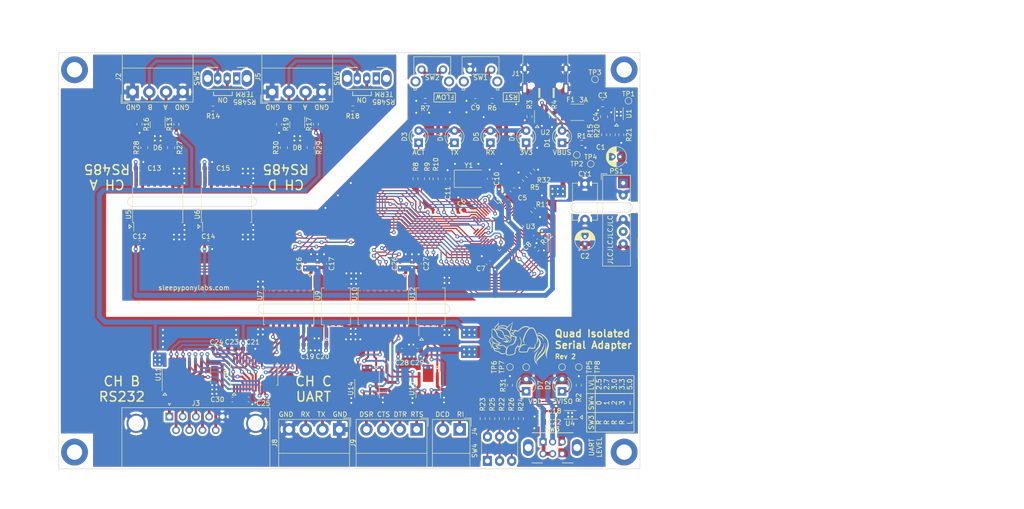
<source format=kicad_pcb>
(kicad_pcb (version 20211014) (generator pcbnew)
  (title_block (title "Isolated Serial Adapter") (date "2024-02-23") (rev "2") (company "Sleepy Pony Labs"))
  (layers (0 "F.Cu" signal) (31 "B.Cu" signal) (34 "B.Paste" user) (35 "F.Paste" user) (36 "B.SilkS" user "B.Silkscreen") (37 "F.SilkS" user "F.Silkscreen") (38 "B.Mask" user) (39 "F.Mask" user) (44 "Edge.Cuts" user))
  (net 0 "")
  (net 1 "VBUS")
  (net 2 "GND")
  (net 3 "+5VD")
  (net 4 "GND2")
  (net 5 "+3V3")
  (net 6 "Net-(C10-Pad2)")
  (net 7 "Net-(C11-Pad2)")
  (net 8 "VDD")
  (net 9 "Net-(C23-Pad1)")
  (net 10 "Net-(C30-Pad1)")
  (net 11 "Net-(C24-Pad1)")
  (net 12 "Net-(C24-Pad2)")
  (net 13 "Net-(C25-Pad1)")
  (net 14 "Net-(D1-Pad1)")
  (net 15 "Net-(D2-Pad1)")
  (net 16 "Net-(D3-Pad1)")
  (net 17 "/RS232/TX1_ISO")
  (net 18 "/RS232/RX1_ISO")
  (net 19 "/RS232/RTS1_ISO")
  (net 20 "/RS232/DTR1_ISO")
  (net 21 "/RS232/CTS1_ISO")
  (net 22 "/RS232/DSR1_ISO")
  (net 23 "/RS232/RI1_ISO")
  (net 24 "/RS232/DCD1_ISO")
  (net 25 "Net-(F1-Pad1)")
  (net 26 "Net-(J1-PadA5)")
  (net 27 "/USB/UD+")
  (net 28 "/USB/UD-")
  (net 29 "Net-(J1-PadB5)")
  (net 31 "Net-(D4-Pad1)")
  (net 32 "Net-(R5-Pad2)")
  (net 33 "Net-(D5-Pad1)")
  (net 34 "Net-(R7-Pad2)")
  (net 35 "/USB/ACT")
  (net 36 "Net-(C30-Pad2)")
  (net 37 "/RS232/CTS1")
  (net 38 "/RS232/RTS1")
  (net 39 "/RS232/TX1")
  (net 40 "/RS232/RX1")
  (net 41 "/RS232/DSR1")
  (net 42 "/RS232/DTR1")
  (net 43 "/RS232/RI1")
  (net 44 "/RS232/DCD1")
  (net 45 "/USB/RTS3")
  (net 46 "/USB/CTS3")
  (net 56 "/RS232/DCD1-CONN")
  (net 57 "/RS232/RX1-CONN")
  (net 58 "/RS232/TX1-CONN")
  (net 59 "/RS485/A3")
  (net 60 "/RS485/B3")
  (net 61 "/RS485/DIR3")
  (net 62 "/RS485/RX3")
  (net 63 "/RS485/TX3")
  (net 64 "/USB/CTS0")
  (net 65 "/USB/RTS0")
  (net 66 "/USB/DCD0")
  (net 67 "/USB/RI0")
  (net 68 "/USB/DSR0")
  (net 69 "/RS485/A0")
  (net 70 "/RS485/B0")
  (net 71 "/UART/TX2_ISO")
  (net 72 "/UART/RX2_ISO")
  (net 73 "/UART/RI2_ISO")
  (net 74 "/UART/DCD2_ISO")
  (net 75 "/UART/RTS2_ISO")
  (net 76 "/UART/DTR2_ISO")
  (net 77 "/UART/CTS2_ISO")
  (net 78 "/UART/DSR2_ISO")
  (net 79 "/UART/DTR2")
  (net 80 "/RS485/DIR0")
  (net 81 "/RS485/RX0")
  (net 82 "/RS485/TX0")
  (net 83 "/UART/RTS2")
  (net 84 "/UART/CTS2")
  (net 85 "/UART/RX2")
  (net 86 "/UART/TX2")
  (net 87 "/UART/DCD2")
  (net 88 "/UART/RI2")
  (net 89 "/UART/DSR2")
  (net 90 "/USB/TXS")
  (net 91 "/USB/RXS")
  (net 92 "/RS232/DTR1-CONN")
  (net 93 "/RS232/DSR1-CONN")
  (net 94 "/RS232/RTS1-CONN")
  (net 95 "/RS232/CTS1-CONN")
  (net 96 "/RS232/RI1-CONN")
  (net 97 "Net-(R14-Pad2)")
  (net 98 "Net-(R15-Pad2)")
  (net 99 "Net-(R20-Pad2)")
  (net 100 "/LDO-OUT")
  (net 101 "Net-(R22-Pad2)")
  (net 102 "Net-(R23-Pad1)")
  (net 103 "Net-(R23-Pad2)")
  (net 104 "Net-(R25-Pad2)")
  (net 105 "Net-(R26-Pad2)")
  (net 106 "Net-(R27-Pad1)")
  (net 107 "Net-(R28-Pad1)")
  (net 108 "Net-(R29-Pad1)")
  (net 109 "Net-(R30-Pad1)")
  (net 110 "/LDO-IN")
  (net 117 "/USB/RESET")
  (net 118 "Net-(D7-Pad1)")
  (net 119 "Net-(R18-Pad2)")
  (net 120 "Net-(D9-Pad1)")
  (footprint "isolated_serial_adapter:USB_C_Receptacle_HRO_TYPE-C-31-M-12_NO_SBU" (layer "F.Cu") (at 163.5 45.8 180)
    (fp_text reference "J1")
    (fp_text value "USB_C_Receptacle_USB2.0")
  )
  (footprint "MountingHole:MountingHole_3.2mm_M3_DIN965_Pad" (layer "F.Cu") (at 180 45)
    (fp_text reference "H4" hide)
    (fp_text value "M3")
  )
  (footprint "Button_Switch_THT:SW_Tactile_SPST_Angled_PTS645Vx83-2LFS" (layer "F.Cu") (at 147.7 44.9625)
    (fp_text reference "SW1")
    (fp_text value "RESET")
  )
  (footprint "TestPoint:TestPoint_Pad_D1.0mm" (layer "F.Cu") (at 173 64.7)
    (fp_text reference "TP4")
    (fp_text value "TestPoint")
  )
  (footprint "isolated_serial_adapter:SM_Switch_SKAL-04H" (layer "F.Cu") (at 151.39 126.8475 90)
    (fp_text reference "SW4")
    (fp_text value "SKAL-04H")
  )
  (footprint "Resistor_SMD:R_0603_1608Metric" (layer "F.Cu") (at 156.1 111 90)
    (fp_text reference "R31")
    (fp_text value "1K")
  )
  (footprint "Resistor_SMD:R_0603_1608Metric" (layer "F.Cu") (at 161.7 82.5 45)
    (fp_text reference "R12")
    (fp_text value "5K1")
  )
  (footprint "Capacitor_SMD:C_0603_1608Metric" (layer "F.Cu") (at 101.025 103.4)
    (fp_text reference "C21")
    (fp_text value "100nF")
  )
  (footprint "slp_logo:sleepylogo_15mm" (layer "F.Cu") (at 158.2 101.8)
    (fp_text reference "G***" hide)
    (fp_text value "LOGO" hide)
  )
  (footprint "Converter_DCDC:Converter_DCDC_XP_POWER-IAxxxxS_THT" (layer "F.Cu") (at 179.8 68.7)
    (fp_text reference "PS1")
    (fp_text value "IA0505S")
  )
  (footprint "Resistor_SMD:R_0603_1608Metric" (layer "F.Cu") (at 175.8 58.6 -90)
    (fp_text reference "R15")
    (fp_text value "10K")
  )
  (footprint "Capacitor_SMD:C_0603_1608Metric" (layer "F.Cu") (at 151.548008 85.348008 135)
    (fp_text reference "C7")
    (fp_text value "100nF")
  )
  (footprint "LED_THT:LED_D3.0mm_Clear" (layer "F.Cu") (at 167 112.275 90)
    (fp_text reference "D2")
    (fp_text value "PWR2")
  )
  (footprint "MountingHole:MountingHole_3.2mm_M3_DIN965_Pad" (layer "F.Cu") (at 180 125)
    (fp_text reference "H2" hide)
    (fp_text value "M3")
  )
  (footprint "Resistor_SMD:R_0603_1608Metric" (layer "F.Cu") (at 171.1 60.3)
    (fp_text reference "R1")
    (fp_text value "1K")
  )
  (footprint "Resistor_SMD:R_0603_1608Metric" (layer "F.Cu") (at 177.6 58.6 90)
    (fp_text reference "R20")
    (fp_text value "4K7")
  )
  (footprint "Capacitor_SMD:C_0603_1608Metric" (layer "F.Cu") (at 148.875 51.5 180)
    (fp_text reference "C9")
    (fp_text value "100nF")
  )
  (footprint "Capacitor_SMD:C_0603_1608Metric" (layer "F.Cu") (at 133.5 103.8)
    (fp_text reference "C28")
    (fp_text value "100nF")
  )
  (footprint "Resistor_SMD:R_0603_1608Metric" (layer "F.Cu") (at 136.35 67.8 -90)
    (fp_text reference "R8")
    (fp_text value "1K")
  )
  (footprint "Capacitor_SMD:C_0603_1608Metric" (layer "F.Cu") (at 137 85.6 90)
    (fp_text reference "C27")
    (fp_text value "100nF")
  )
  (footprint "Package_SO:SOIC-16W_7.5x10.3mm_P1.27mm" (layer "F.Cu") (at 129.6 94.5 -90)
    (fp_text reference "U10")
    (fp_text value "CA-IS3763HW")
  )
  (footprint "Capacitor_SMD:C_0603_1608Metric" (layer "F.Cu") (at 134.3 85.6 90)
    (fp_text reference "C26")
    (fp_text value "100nF")
  )
  (footprint "Resistor_SMD:R_0805_2012Metric" (layer "F.Cu") (at 108.8 61.3 90)
    (fp_text reference "R30")
    (fp_text value "SG73S2ATTD10R0F")
  )
  (footprint "Capacitor_SMD:C_0603_1608Metric" (layer "F.Cu") (at 97.9 103.4)
    (fp_text reference "C23")
    (fp_text value "470nF")
  )
  (footprint "Button_Switch_THT:SW_CuK_OS102011MA1QN1_SPDT_Angled" (layer "F.Cu") (at 128.15 46.8 180)
    (fp_text reference "SW6")
    (fp_text value "TERM")
  )
  (footprint "Resistor_SMD:R_0603_1608Metric" (layer "F.Cu") (at 152.4 118 -90)
    (fp_text reference "R25")
    (fp_text value "3K3")
  )
  (footprint "Capacitor_SMD:C_0805_2012Metric" (layer "F.Cu") (at 162.2 118.7 180)
    (fp_text reference "C22")
    (fp_text value "2u2F")
  )
  (footprint "TestPoint:TestPoint_Pad_D1.0mm" (layer "F.Cu") (at 180.9 51.5)
    (fp_text reference "TP1")
    (fp_text value "TestPoint")
  )
  (footprint "Resistor_SMD:R_0805_2012Metric" (layer "F.Cu") (at 114.4 61.3 90)
    (fp_text reference "R29")
    (fp_text value "SG73S2ATTD10R0F")
  )
  (footprint "LED_THT:LED_D3.0mm_Clear" (layer "F.Cu") (at 159.5 60.275 90)
    (fp_text reference "D9")
    (fp_text value "PWR1")
  )
  (footprint "Capacitor_SMD:C_0603_1608Metric" (layer "F.Cu") (at 113.7 102.5)
    (fp_text reference "C19")
    (fp_text value "100nF")
  )
  (footprint "Capacitor_SMD:C_0603_1608Metric" (layer "F.Cu") (at 78.6 81.3)
    (fp_text reference "C12")
    (fp_text value "100nF")
  )
  (footprint "Capacitor_SMD:C_0805_2012Metric" (layer "F.Cu") (at 175.5 52 180)
    (fp_text reference "C3")
    (fp_text value "2u2F")
  )
  (footprint "Capacitor_SMD:C_0603_1608Metric" (layer "F.Cu") (at 98.025 114)
    (fp_text reference "C30")
    (fp_text value "470nF")
  )
  (footprint "MountingHole:MountingHole_3.2mm_M3_DIN965_Pad" (layer "F.Cu") (at 65 125)
    (fp_text reference "H3" hide)
    (fp_text value "M3")
  )
  (footprint "Resistor_SMD:R_0603_1608Metric" (layer "F.Cu") (at 165.4 54.8 -90)
    (fp_text reference "R4")
    (fp_text value "5K1")
  )
  (footprint "Package_SO:SOIC-16W_7.5x10.3mm_P1.27mm" (layer "F.Cu") (at 82.4 73.1 90)
    (fp_text reference "U5")
    (fp_text value "CA-IS3088WX")
  )
  (footprint "Package_SO:SOIC-8_7.5x5.85mm_P1.27mm" (layer "F.Cu") (at 119.7 94.5 90)
    (fp_text reference "U9")
    (fp_text value "CA-IS3720HG")
  )
  (footprint "Package_TO_SOT_SMD:HVSOF6" (layer "F.Cu") (at 178.9 54.2 90)
    (fp_text reference "U1")
    (fp_text value "BD00IC0WHFV")
  )
  (footprint "Capacitor_SMD:C_0603_1608Metric" (layer "F.Cu") (at 78.6 65.6)
    (fp_text reference "C13")
    (fp_text value "100nF")
  )
  (footprint "Resistor_SMD:R_0603_1608Metric" (layer "F.Cu") (at 115.5 56.4 90)
    (fp_text reference "R17")
    (fp_text value "680R")
  )
  (footprint "Capacitor_SMD:C_0603_1608Metric" (layer "F.Cu") (at 147 73.8 45)
    (fp_text reference "C6")
    (fp_text value "100nF")
  )
  (footprint "Button_Switch_THT:SW_CuK_OS102011MA1QN1_SPDT_Angled" (layer "F.Cu") (at 98.95 46.8 180)
    (fp_text reference "SW5")
    (fp_text value "TERM")
  )
  (footprint "Capacitor_SMD:C_0603_1608Metric" (layer "F.Cu") (at 93 65.6)
    (fp_text reference "C15")
    (fp_text value "100nF")
  )
  (footprint "Resistor_SMD:R_0603_1608Metric" (layer "F.Cu") (at 140.55 67.8 -90)
    (fp_text reference "R10")
    (fp_text value "1K")
  )
  (footprint "TestPoint:TestPoint_Pad_D1.0mm" (layer "F.Cu") (at 156.1 107.2)
    (fp_text reference "TP6")
    (fp_text value "TestPoint")
  )
  (footprint "Resistor_SMD:R_0603_1608Metric" (layer "F.Cu") (at 160.2 54.8 -90)
    (fp_text reference "R3")
    (fp_text value "5K1")
  )
  (footprint "Resistor_SMD:R_0603_1608Metric" (layer "F.Cu") (at 107.8 56.4 -90)
    (fp_text reference "R19")
    (fp_text value "680R")
  )
  (footprint "LED_THT:LED_D3.0mm_Clear" (layer "F.Cu") (at 167 60.275 90)
    (fp_text reference "D1")
    (fp_text value "PWR1")
  )
  (footprint "Resistor_SMD:R_0603_1608Metric" (layer "F.Cu") (at 86.3 56.4 90)
    (fp_text reference "R13")
    (fp_text value "680R")
  )
  (footprint "Fuse:Fuse_1812_4532Metric" (layer "F.Cu") (at 170.2 53.9)
    (fp_text reference "F1")
    (fp_text value "BSMD1812-300-16V")
  )
  (footprint "isolated_serial_adapter:TerminalBlock_Degson_1x04_P3.50mm_Horizontal" (layer "F.Cu") (at 120.38 120.25 180)
    (fp_text reference "J8")
    (fp_text value "UART_1")
  )
  (footprint "Resistor_SMD:R_0603_1608Metric" (layer "F.Cu") (at 170.5 111 90)
    (fp_text reference "R2")
    (fp_text value "1K")
  )
  (footprint "Capacitor_SMD:C_0603_1608Metric" (layer "F.Cu") (at 156.6 70.1 -45)
    (fp_text reference "C5")
    (fp_text value "100nF")
  )
  (footprint "Resistor_SMD:R_0603_1608Metric" (layer "F.Cu") (at 138.75 67.8 -90)
    (fp_text reference "R9")
    (fp_text value "1K")
  )
  (footprint "Package_SO:SOIC-16W_7.5x10.3mm_P1.27mm" (layer "F.Cu") (at 109.8 94.5 -90)
    (fp_text reference "U7")
    (fp_text value "CA-IS3763HW")
  )
  (footprint "Package_QFP:LQFP-48_7x7mm_P0.5mm" (layer "F.Cu") (at 153.9 77.8 -45)
    (fp_text reference "U3")
    (fp_text value "CH344Q")
  )
  (footprint "Package_TO_SOT_SMD:HVSOF6" (layer "F.Cu") (at 168.7 117.2 180)
    (fp_text reference "U4")
    (fp_text value "BD00IC0WHFV")
  )
  (footprint "Capacitor_SMD:C_0603_1608Metric" (layer "F.Cu") (at 161.448008 80.051992 -135)
    (fp_text reference "C8")
    (fp_text value "100nF")
  )
  (footprint "Package_SO:SOIC-8_3.9x4.9mm_P1.27mm" (layer "F.Cu") (at 139 111.7 -90)
    (fp_text reference "U13")
    (fp_text value "SRDA05-4BTG")
  )
  (footprint "Package_TO_SOT_SMD:SOT-23" (layer "F.Cu") (at 82.4 56.5 -90)
    (fp_text reference "D6")
    (fp_text value "SM712")
  )
  (footprint "LED_THT:LED_D3.0mm_Clear" (layer "F.Cu") (at 159.5 112.275 90)
    (fp_text reference "D7")
    (fp_text value "PWR2")
  )
  (footprint "Resistor_SMD:R_0805_2012Metric" (layer "F.Cu") (at 85.2 61.3 90)
    (fp_text reference "R27")
    (fp_text value "SG73S2ATTD10R0F")
  )
  (footprint "Resistor_SMD:R_0603_1608Metric" (layer "F.Cu") (at 152.375 51.5)
    (fp_text reference "R6")
    (fp_text value "5K1")
  )
  (footprint "TestPoint:TestPoint_Pad_D1.0mm" (layer "F.Cu") (at 159.5 107.2)
    (fp_text reference "TP7")
    (fp_text value "TestPoint")
  )
  (footprint "TestPoint:TestPoint_Pad_D1.0mm" (layer "F.Cu") (at 170.1 62.8)
    (fp_text reference "TP2")
    (fp_text value "TestPoint")
  )
  (footprint "Capacitor_SMD:C_0805_2012Metric" (layer "F.Cu") (at 175.8 54.8 90)
    (fp_text reference "C4")
    (fp_text value "2u2F")
  )
  (footprint "Package_SO:SOIC-8_3.9x4.9mm_P1.27mm" (layer "F.Cu") (at 126.2 111.7 -90)
    (fp_text reference "U14")
    (fp_text value "SRDA05-4BTG")
  )
  (footprint "Package_SO:SOIC-8_7.5x5.85mm_P1.27mm" (layer "F.Cu") (at 139.5 94.5 90)
    (fp_text reference "U12")
    (fp_text value "CA-IS3720HG")
  )
  (footprint "Package_SO:TSSOP-28_4.4x9.7mm_P0.65mm" (layer "F.Cu") (at 102.6 108.7 90)
    (fp_text reference "U8")
    (fp_text value "MAX3243EIPW")
  )
  (footprint "Capacitor_SMD:C_0603_1608Metric" (layer "F.Cu") (at 94.725 103.4 180)
    (fp_text reference "C24")
    (fp_text value "100nF")
  )
  (footprint "Capacitor_SMD:C_0603_1608Metric" (layer "F.Cu") (at 114.5 85.6 90)
    (fp_text reference "C16")
    (fp_text value "100nF")
  )
  (footprint "isolated_serial_adapter:TerminalBlock_Degson_1x02_P3.50mm_Horizontal" (layer "F.Cu") (at 145.58 120.25 180)
    (fp_text reference "J4")
    (fp_text value "UART_1_FLOW_2")
  )
  (footprint "Capacitor_SMD:C_0603_1608Metric" (layer "F.Cu") (at 93 81.3)
    (fp_text reference "C14")
    (fp_text value "100nF")
  )
  (footprint "Resistor_SMD:R_0805_2012Metric" (layer "F.Cu") (at 79.6 61.3 90)
    (fp_text reference "R28")
    (fp_text value "SG73S2ATTD10R0F")
  )
  (footprint "Resistor_SMD:R_0603_1608Metric" (layer "F.Cu") (at 179.4 58.6 -90)
    (fp_text reference "R21")
    (fp_text value "4K7")
  )
  (footprint "Resistor_SMD:R_0603_1608Metric" (layer "F.Cu") (at 138.375 51.5)
    (fp_text reference "R7")
    (fp_text value "5K1")
  )
  (footprint "Capacitor_SMD:C_0603_1608Metric" (layer "F.Cu") (at 143.1 67.8 -90)
    (fp_text reference "C11")
    (fp_text value "22pF")
  )
  (footprint "TestPoint:TestPoint_Pad_D1.0mm" (layer "F.Cu") (at 167 107.2)
    (fp_text reference "TP5")
    (fp_text value "TestPoint")
  )
  (footprint "LED_THT:LED_D3.0mm_Clear" (layer "F.Cu") (at 144.5 60.275 90)
    (fp_text reference "D4")
    (fp_text value "TX")
  )
  (footprint "Package_TO_SOT_SMD:SOT-23-6" (layer "F.Cu") (at 162.8 54.3 90)
    (fp_text reference "U2")
    (fp_text value "USBLC6-2SC6")
  )
  (footprint "Resistor_SMD:R_0603_1608Metric" (layer "F.Cu") (at 154.4 118 -90)
    (fp_text reference "R22")
    (fp_text value "10K")
  )
  (footprint "isolated_serial_adapter:SW_DEALON_SK-22D02-G3_DPDT_Angled" (layer "F.Cu") (at 163.03 122.85)
    (fp_text reference "SW3")
    (fp_text value "VSEL-IN")
  )
  (footprint "Capacitor_SMD:C_0805_2012Metric" (layer "F.Cu") (at 162.2 116.4 180)
    (fp_text reference "C18")
    (fp_text value "2u2F")
  )
  (footprint "Resistor_SMD:R_0603_1608Metric" (layer "F.Cu") (at 94 53.1)
    (fp_text reference "R14")
    (fp_text value "120R")
  )
  (footprint "LED_THT:LED_D3.0mm_Clear" (layer "F.Cu") (at 137 60.275 90)
    (fp_text reference "D3")
    (fp_text value "ACT")
  )
  (footprint "Package_SO:SOIC-16W_7.5x10.3mm_P1.27mm" (layer "F.Cu") (at 96.8 73.1 90)
    (fp_text reference "U6")
    (fp_text value "CA-IS3088WX")
  )
  (footprint "Package_TO_SOT_SMD:SOT-23" (layer "F.Cu") (at 111.6 56.5 -90)
    (fp_text reference "D8")
    (fp_text value "SM712")
  )
  (footprint "MountingHole:MountingHole_3.2mm_M3_DIN965_Pad" (layer "F.Cu") (at 65 45)
    (fp_text reference "H1" hide)
    (fp_text value "M3")
  )
  (footprint "isolated_serial_adapter:TerminalBlock_Degson_1x04_P3.50mm_Horizontal" (layer "F.Cu") (at 77.15 49.65)
    (fp_text reference "J2")
    (fp_text value "RS485_1")
  )
  (footprint "Capacitor_SMD:C_0603_1608Metric" (layer "F.Cu") (at 101.425 114)
    (fp_text reference "C25")
    (fp_text value "470nF")
  )
  (footprint "Capacitor_SMD:C_0603_1608Metric" (layer "F.Cu") (at 151.9 67.8 -90)
    (fp_text reference "C10")
    (fp_text value "22pF")
  )
  (footprint "Resistor_SMD:R_0603_1608Metric" (layer "F.Cu") (at 158.4 118 -90)
    (fp_text reference "R24")
    (fp_text value "4K7")
  )
  (footprint "isolated_serial_adapter:TerminalBlock_Degson_1x04_P3.50mm_Horizontal" (layer "F.Cu") (at 136.58 120.25 180)
    (fp_text reference "J9")
    (fp_text value "UART_1_FLOW_1")
  )
  (footprint "Resistor_SMD:R_0603_1608Metric" (layer "F.Cu") (at 78.6 56.4 -90)
    (fp_text reference "R16")
    (fp_text value "680R")
  )
  (footprint "Resistor_SMD:R_0603_1608Metric" (layer "F.Cu") (at 150.4 118 -90)
    (fp_text reference "R23")
    (fp_text value "1K2")
  )
  (footprint "Crystal:Crystal_SMD_5032-2Pin_5.0x3.2mm" (layer "F.Cu") (at 147.5 67.8)
    (fp_text reference "Y1")
    (fp_text value "8MHz")
  )
  (footprint "Capacitor_THT:CP_Radial_D4.0mm_P1.50mm" (layer "F.Cu") (at 171.8 81.392599 90)
    (fp_text reference "C2")
    (fp_text value "10uF")
  )
  (footprint "Button_Switch_THT:SW_Tactile_SPST_Angled_PTS645Vx83-2LFS" (layer "F.Cu") (at 137.6 44.9625)
    (fp_text reference "SW2")
    (fp_text value "FLOW_EN")
  )
  (footprint "Package_SO:SOIC-16_3.9x9.9mm_P1.27mm" (layer "F.Cu") (at 88.4 108.7 90)
    (fp_text reference "U11")
    (fp_text value "SP720AB")
  )
  (footprint "Connector_Dsub:DSUB-9_Male_Horizontal_P2.77x2.84mm_EdgePinOffset7.70mm_Housed_MountingHolesOffset9.12mm" (layer "F.Cu") (at 84.85 117.569669)
    (fp_text reference "J3")
    (fp_text value "RS232")
  )
  (footprint "Capacitor_THT:C_Disc_D7.5mm_W5.0mm_P7.50mm" (layer "F.Cu") (at 171.8 68.85 -90)
    (fp_text reference "CY1")
    (fp_text value "1nF")
  )
  (footprint "Resistor_SMD:R_0603_1608Metric" (layer "F.Cu") (at 160.983363 74.383363 -45)
    (fp_text reference "R11")
    (fp_text value "5K1")
  )
  (footprint "Capacitor_SMD:C_0603_1608Metric" (layer "F.Cu") (at 136.7 103.8 180)
    (fp_text reference "C29")
    (fp_text value "100nF")
  )
  (footprint "Capacitor_THT:CP_Radial_D4.0mm_P1.50mm" (layer "F.Cu") (at 179.1226 63.2 180)
    (fp_text reference "C1")
    (fp_text value "10uF")
  )
  (footprint "Resistor_SMD:R_0603_1608Metric" (layer "F.Cu") (at 156.4 118 -90)
    (fp_text reference "R26")
    (fp_text value "4K7")
  )
  (footprint "Resistor_SMD:R_0603_1608Metric" (layer "F.Cu") (at 123.2 53.1)
    (fp_text reference "R18")
    (fp_text value "120R")
  )
  (footprint "TestPoint:TestPoint_Pad_D1.0mm" (layer "F.Cu") (at 173.9 47)
    (fp_text reference "TP3")
    (fp_text value "TestPoint")
  )
  (footprint "Capacitor_SMD:C_0603_1608Metric" (layer "F.Cu") (at 116.9 102.5 180)
    (fp_text reference "C20")
    (fp_text value "100nF")
  )
  (footprint "Resistor_SMD:R_0603_1608Metric" (layer "F.Cu") (at 159.2 67.8 -45)
    (fp_text reference "R5")
    (fp_text value "5K1")
  )
  (footprint "TestPoint:TestPoint_Pad_D1.0mm" (layer "F.Cu") (at 170.5 107.2)
    (fp_text reference "TP8")
    (fp_text value "TestPoint")
  )
  (footprint "Resistor_SMD:R_0603_1608Metric" (layer "F.Cu") (at 160.8 66.3 -45)
    (fp_text reference "R32")
    (fp_text value "1K")
  )
  (footprint "isolated_serial_adapter:TerminalBlock_Degson_1x04_P3.50mm_Horizontal" (layer "F.Cu") (at 106.35 49.65)
    (fp_text reference "J5")
    (fp_text value "RS485_2")
  )
  (footprint "LED_THT:LED_D3.0mm_Clear" (layer "F.Cu") (at 152 60.275 90)
    (fp_text reference "D5")
    (fp_text value "RX")
  )
  (footprint "Capacitor_SMD:C_0603_1608Metric" (layer "F.Cu") (at 117.2 85.6 90)
    (fp_text reference "C17")
    (fp_text value "100nF")
  )
  (gr_line (start 172.15 116.7) (end 182.05 116.7) (layer "F.SilkS") (width 0.15))
  (gr_line (start 117.4 101.6) (end 117.8 101.1) (layer "F.SilkS") (width 0.15))
  (gr_line (start 98.8 113.1) (end 98 113.1) (layer "F.SilkS") (width 0.15))
  (gr_line (start 134.5 87.8) (end 134.1 88.3) (layer "F.SilkS") (width 0.15))
  (gr_line (start 161.4 57.1) (end 161.8 56.6) (layer "F.SilkS") (width 0.15))
  (gr_line (start 173.95 120.8) (end 173.95 109) (layer "F.SilkS") (width 0.15))
  (gr_line (start 83.9 112.6) (end 84.3 113.1) (layer "F.SilkS") (width 0.15))
  (gr_line (start 153.4 72.2) (end 153.4 71.6) (layer "F.SilkS") (width 0.15))
  (gr_line (start 128.5 107.1) (end 128.1 107.6) (layer "F.SilkS") (width 0.15))
  (gr_line (start 171.27 117.3) (end 171.27 118.1) (layer "F.SilkS") (width 0.15))
  (gr_line (start 98.4 112.6) (end 98.8 113.1) (layer "F.SilkS") (width 0.15))
  (gr_line (start 170.77 117.7) (end 171.27 117.3) (layer "F.SilkS") (width 0.15))
  (gr_line (start 171.27 118.1) (end 170.77 117.7) (layer "F.SilkS") (width 0.15))
  (gr_line (start 140.5 107.1) (end 141.3 107.1) (layer "F.SilkS") (width 0.15))
  (gr_line (start 127.7 107.1) (end 128.5 107.1) (layer "F.SilkS") (width 0.15))
  (gr_rect (start 140.2 49.85) (end 144.7 51.75) (layer "F.SilkS") (width 0.15) (fill none))
  (gr_line (start 117.8 101.1) (end 118.2 101.6) (layer "F.SilkS") (width 0.15))
  (gr_line (start 90.8 77.4) (end 91.3 77.8) (layer "F.SilkS") (width 0.15))
  (gr_line (start 137.2 101.6) (end 137.6 101.1) (layer "F.SilkS") (width 0.15))
  (gr_line (start 123.2 49.6) (end 123.2 50.4) (layer "F.SilkS") (width 0.15))
  (gr_line (start 137.6 101.1) (end 138 101.6) (layer "F.SilkS") (width 0.15))
  (gr_line (start 128.1 107.6) (end 127.7 107.1) (layer "F.SilkS") (width 0.15))
  (gr_line (start 91.3 77.8) (end 90.8 78.2) (layer "F.SilkS") (width 0.15))
  (gr_line (start 118.2 101.6) (end 117.4 101.6) (layer "F.SilkS") (width 0.15))
  (gr_line (start 138 101.6) (end 137.2 101.6) (layer "F.SilkS") (width 0.15))
  (gr_line (start 141.3 107.1) (end 140.9 107.6) (layer "F.SilkS") (width 0.15))
  (gr_rect (start 154.7 49.8) (end 158 51.7) (layer "F.SilkS") (width 0.15) (fill none))
  (gr_rect (start 172.15 120.8) (end 182.05 109) (layer "F.SilkS") (width 0.15) (fill none))
  (gr_line (start 127.1 50.4) (end 127.1 49.6) (layer "F.SilkS") (width 0.15))
  (gr_line (start 178.4 56.3) (end 178.8 56.8) (layer "F.SilkS") (width 0.15))
  (gr_line (start 134.1 88.3) (end 133.7 87.8) (layer "F.SilkS") (width 0.15))
  (gr_line (start 94.1 49.6) (end 94.1 50.4) (layer "F.SilkS") (width 0.15))
  (gr_line (start 76.4 78.2) (end 76.4 77.4) (layer "F.SilkS") (width 0.15))
  (gr_line (start 154 72.2) (end 153.4 72.2) (layer "F.SilkS") (width 0.15))
  (gr_line (start 114.7 87.8) (end 114.3 88.3) (layer "F.SilkS") (width 0.15))
  (gr_line (start 98 113.1) (end 98.4 112.6) (layer "F.SilkS") (width 0.15))
  (gr_line (start 140.9 107.6) (end 140.5 107.1) (layer "F.SilkS") (width 0.15))
  (gr_line (start 161.8 56.6) (end 162.2 57.1) (layer "F.SilkS") (width 0.15))
  (gr_line (start 133.7 87.8) (end 134.5 87.8) (layer "F.SilkS") (width 0.15))
  (gr_line (start 178 56.8) (end 178.4 56.3) (layer "F.SilkS") (width 0.15))
  (gr_line (start 76.4 77.4) (end 76.9 77.8) (layer "F.SilkS") (width 0.15))
  (gr_line (start 178.8 56.8) (end 178 56.8) (layer "F.SilkS") (width 0.15))
  (gr_line (start 153.4 71.6) (end 154 72.2) (layer "F.SilkS") (width 0.15))
  (gr_line (start 114.3 88.3) (end 113.9 87.8) (layer "F.SilkS") (width 0.15))
  (gr_line (start 162.2 57.1) (end 161.4 57.1) (layer "F.SilkS") (width 0.15))
  (gr_line (start 90.8 78.2) (end 90.8 77.4) (layer "F.SilkS") (width 0.15))
  (gr_line (start 123.2 50.4) (end 127.1 50.4) (layer "F.SilkS") (width 0.15))
  (gr_line (start 98 50.4) (end 98 49.6) (layer "F.SilkS") (width 0.15))
  (gr_line (start 94.1 50.4) (end 98 50.4) (layer "F.SilkS") (width 0.15))
  (gr_line (start 172.15 112.75) (end 182.05 112.75) (layer "F.SilkS") (width 0.15))
  (gr_line (start 84.3 113.1) (end 83.5 113.1) (layer "F.SilkS") (width 0.15))
  (gr_line (start 83.5 113.1) (end 83.9 112.6) (layer "F.SilkS") (width 0.15))
  (gr_line (start 76.9 77.8) (end 76.4 78.2) (layer "F.SilkS") (width 0.15))
  (gr_line (start 113.9 87.8) (end 114.7 87.8) (layer "F.SilkS") (width 0.15))
  (gr_line (start 180.7 72.8) (end 169.9 72.8) (layer "Edge.Cuts") (width 0.1))
  (gr_arc (start 180.7 72.8) (mid 181.7 73.8) (end 180.7 74.8) (layer "Edge.Cuts") (width 0.1))
  (gr_line (start 104.45 96) (end 142.55 96) (layer "Edge.Cuts") (width 0.1))
  (gr_arc (start 102.1 71.6) (mid 103.1 72.6) (end 102.1 73.6) (layer "Edge.Cuts") (width 0.1))
  (gr_arc (start 169.9 74.8) (mid 168.9 73.8) (end 169.9 72.8) (layer "Edge.Cuts") (width 0.1))
  (gr_line (start 61.7 41.4) (end 183.3 41.4) (layer "Edge.Cuts") (width 0.1))
  (gr_arc (start 142.55 94) (mid 143.55 95) (end 142.55 96) (layer "Edge.Cuts") (width 0.1))
  (gr_arc (start 104.45 96) (mid 103.45 95) (end 104.45 94) (layer "Edge.Cuts") (width 0.1))
  (gr_line (start 142.55 94) (end 104.45 94) (layer "Edge.Cuts") (width 0.1))
  (gr_line (start 169.9 74.8) (end 180.7 74.8) (layer "Edge.Cuts") (width 0.1))
  (gr_arc (start 77.1 73.6) (mid 76.1 72.6) (end 77.1 71.6) (layer "Edge.Cuts") (width 0.1))
  (gr_line (start 77.1 73.6) (end 102.1 73.6) (layer "Edge.Cuts") (width 0.1))
  (gr_line (start 102.1 71.6) (end 77.1 71.6) (layer "Edge.Cuts") (width 0.1))
  (gr_line (start 61.7 128.5) (end 183.3 128.5) (layer "Edge.Cuts") (width 0.1))
  (gr_line (start 61.7 41.4) (end 61.7 128.5) (layer "Edge.Cuts") (width 0.1))
  (gr_line (start 183.3 128.5) (end 183.3 41.4) (layer "Edge.Cuts") (width 0.1))
  (gr_text "JLCJLCJLCJLC" (at 177.1 80.6 90) (layer "F.SilkS") (effects (font (size 1 1))))
  (gr_text "DCD  RI" (at 143.5 117.1) (layer "F.SilkS") (effects (font (size 1 1))))
  (gr_text "RX" (at 152 62.3) (layer "F.SilkS") (effects (font (size 1 1))))
  (gr_text "RST" (at 156.4 50.7 180) (layer "F.SilkS") (effects (font (size 1 1))))
  (gr_text "GND  RX  TX  GND" (at 114.9 117.1) (layer "F.SilkS") (effects (font (size 1 1))))
  (gr_text "VDD" (at 161.4 114.4) (layer "F.SilkS") (effects (font (size 1 1))))
  (gr_text "CH A\nRS485" (at 71.8 67.4 180) (layer "F.SilkS") (effects (font (size 2 2) (thickness 0.3))))
  (gr_text "ON" (at 96 51.3 180) (layer "F.SilkS") (effects (font (size 1 1))))
  (gr_text "TX" (at 144.5 62.3) (layer "F.SilkS") (effects (font (size 1 1))))
  (gr_text "ON" (at 125.1 51.3 180) (layer "F.SilkS") (effects (font (size 1 1))))
  (gr_text "CH C\nUART" (at 115 111.8) (layer "F.SilkS") (effects (font (size 2 2) (thickness 0.3))))
  (gr_text "Quad Isolated\nSerial Adapter" (at 165.3 101.4) (layer "F.SilkS") (effects (font (size 1.5 1.5) (thickness 0.3)) (justify left)))
  (gr_text "3V3" (at 159.5 62.3) (layer "F.SilkS") (effects (font (size 1 1))))
  (gr_text "DSR CTS DTR RTS" (at 131.3 117.1) (layer "F.SilkS") (effects (font (size 1 1))))
  (gr_text "LVL\n2.5\n2.7\n3.0\n3.3\n5.0" (at 177.15 110.8 90) (layer "F.SilkS") (effects (font (size 1 1))))
  (gr_text "VBUS" (at 167 62.3) (layer "F.SilkS") (effects (font (size 1 1))))
  (gr_text "CH D\nRS485" (at 109.2 67.4 180) (layer "F.SilkS") (effects (font (size 2 2) (thickness 0.3))))
  (gr_text "SW4\n0\n1\n2\n3\n-" (at 177.15 114.7 90) (layer "F.SilkS") (effects (font (size 1 1))))
  (gr_text "CH B\nRS232" (at 74.9 111.8) (layer "F.SilkS") (effects (font (size 2 2) (thickness 0.3))))
  (gr_text "5VISO" (at 167.1 114.4) (layer "F.SilkS") (effects (font (size 1 1))))
  (gr_text "3A" (at 171.5 51.3) (layer "F.SilkS") (effects (font (size 1 1))))
  (gr_text "RS485\nTERM" (at 100.6 50.9 180) (layer "F.SilkS") (effects (font (size 1 1))))
  (gr_text "FLOW" (at 142.5 50.7 180) (layer "F.SilkS") (effects (font (size 1 1))))
  (gr_text "UART\nLEVEL" (at 174 124 90) (layer "F.SilkS") (effects (font (size 1 1))))
  (gr_text "GND  A   B  GND" (at 82.4 52.8 180) (layer "F.SilkS") (effects (font (size 1 1))))
  (gr_text "ACT" (at 137 62.3) (layer "F.SilkS") (effects (font (size 1 1))))
  (gr_text "Rev 2" (at 167.7 105) (layer "F.SilkS") (effects (font (size 1 1) (thickness 0.2))))
  (gr_text "SW3\nR\nR\nR\nR\nL" (at 177.15 118.8 90) (layer "F.SilkS") (effects (font (size 1 1))))
  (gr_text "sleepyponylabs.com" (at 90 90.6) (layer "F.SilkS") (effects (font (size 1 1))))
  (gr_text "RS485\nTERM" (at 129.7 50.9 180) (layer "F.SilkS") (effects (font (size 1 1))))
  (gr_text "GND  A   B  GND" (at 111.6 52.8 180) (layer "F.SilkS") (effects (font (size 1 1))))
  (segment (start 176.55 52.1) (end 176.45 52) (width 0.25) (layer "F.Cu") (net 1))
  (segment (start 167 57.735) (end 171.465 57.735) (width 0.4) (layer "F.Cu") (net 1))
  (segment (start 179.3 52.1) (end 179.4 52.2) (width 0.25) (layer "F.Cu") (net 1))
  (segment (start 172.3375 56.8625) (end 172.3375 53.9) (width 0.4) (layer "F.Cu") (net 1))
  (segment (start 179.4 52.2) (end 179.4 52.82) (width 0.25) (layer "F.Cu") (net 1))
  (segment (start 178.4 52.3) (end 178.4 52.1) (width 0.25) (layer "F.Cu") (net 1))
  (segment (start 178.4 52.1) (end 176.55 52.1) (width 0.25) (layer "F.Cu") (net 1))
  (segment (start 171.465 57.735) (end 172.3375 56.8625) (width 0.4) (layer "F.Cu") (net 1))
  (segment (start 178.4 52.1) (end 179.3 52.1) (width 0.25) (layer "F.Cu") (net 1))
  (segment (start 178.4 52.82) (end 178.4 52.3) (width 0.25) (layer "F.Cu") (net 1))
  (segment (start 162.8 53.1625) (end 162.8 51.9) (width 0.4) (layer "F.Cu") (net 1))
  (via (at 162.8 51.9) (size 0.8) (drill 0.4) (layers "F.Cu" "B.Cu") (net 1))
  (segment (start 167 56.1) (end 162.8 51.9) (width 0.4) (layer "B.Cu") (net 1))
  (segment (start 167 57.735) (end 167 56.1) (width 0.4) (layer "B.Cu") (net 1))
  (segment (start 152.547658 82.334322) (end 152.547658 82.352342) (width 0.25) (layer "F.Cu") (net 2))
  (segment (start 177.25 53.85) (end 177.3 53.9) (width 0.6) (layer "F.Cu") (net 2))
  (segment (start 143.1 67.025) (end 143.1 66.05) (width 0.25) (layer "F.Cu") (net 2))
  (segment (start 151 84.779891) (end 151 84.8) (width 0.4) (layer "F.Cu") (net 2))
  (segment (start 164.9 57) (end 164.9 56.9) (width 0.6) (layer "F.Cu") (net 2))
  (segment (start 174.55 53.45) (end 174.95 53.85) (width 0.6) (layer "F.Cu") (net 2))
  (segment (start 164.9 56.9) (end 165.4 56.4) (width 0.6) (layer "F.Cu") (net 2))
  (segment (start 151.9 65.95) (end 151.9 67.025) (width 0.25) (layer "F.Cu") (net 2))
  (segment (start 174.55 52) (end 174.55 53.45) (width 0.6) (layer "F.Cu") (net 2))
  (segment (start 151.85 65.9) (end 151.9 65.95) (width 0.25) (layer "F.Cu") (net 2))
  (segment (start 152.26066 80.5) (end 152.6 80.5) (width 0.25) (layer "F.Cu") (net 2))
  (segment (start 161.643417 81.276692) (end 162.283363 81.916637) (width 0.4) (layer "F.Cu") (net 2))
  (segment (start 149.03934 74) (end 148.296016 74) (width 0.25) (layer "F.Cu") (net 2))
  (segment (start 93.625 81.15) (end 93.775 81.3) (width 0.6) (layer "F.Cu") (net 2))
  (segment (start 153.3 81.2) (end 153.3 81.58198) (width 0.25) (layer "F.Cu") (net 2))
  (segment (start 148.1 51.5) (end 147 51.5) (width 0.4) (layer "F.Cu") (net 2))
  (segment (start 174.95 53.85) (end 175.8 53.85) (width 0.6) (layer "F.Cu") (net 2))
  (segment (start 159.38198 80.1) (end 160.4 80.1) (width 0.25) (layer "F.Cu") (net 2))
  (segment (start 160.9 80.6) (end 160.966726 80.6) (width 0.25) (layer "F.Cu") (net 2))
  (segment (start 151.486998 81.273662) (end 152.26066 80.5) (width 0.25) (layer "F.Cu") (net 2))
  (segment (start 143.1 66.05) (end 143.05 66) (width 0.25) (layer "F.Cu") (net 2))
  (segment (start 160.4 80.1) (end 160.9 80.6) (width 0.25) (layer "F.Cu") (net 2))
  (segment (start 161.383363 66.883363) (end 162 66.266726) (width 0.4) (layer "F.Cu") (net 2))
  (segment (start 158.434322 79.152342) (end 159.38198 80.1) (width 0.25) (layer "F.Cu") (net 2))
  (segment (start 175.8 53.85) (end 177.25 53.85) (width 0.6) (layer "F.Cu") (net 2))
  (segment (start 79.225 77.75) (end 79.225 81.15) (width 0.6) (layer "F.Cu") (net 2))
  (segment (start 158.616637 67.216637) (end 157.9 66.5) (width 0.25) (layer "F.Cu") (net 2))
  (segment (start 150.426338 75.386998) (end 149.03934 74) (width 0.25) (layer "F.Cu") (net 2))
  (segment (start 156.4 72.11802) (end 156.4 71.396016) (width 0.25) (layer "F.Cu") (net 2))
  (segment (start 153.3 81.58198) (end 152.547658 82.334322) (width 0.25) (layer "F.Cu") (net 2))
  (segment (start 79.225 81.15) (end 79.375 81.3) (width 0.6) (layer "F.Cu") (net 2))
  (segment (start 152.6 80.5) (end 153.3 81.2) (width 0.25) (layer "F.Cu") (net 2))
  (segment (start 145.3 71.7) (end 145.996016 71.7) (width 0.4) (layer "F.Cu") (net 2))
  (segment (start 145.996016 71.7) (end 147.548008 73.251992) (width 0.4) (layer "F.Cu") (net 2))
  (segment (start 158.1 69.7) (end 158.096016 69.7) (width 0.4) (layer "F.Cu") (net 2))
  (segment (start 148.296016 74) (end 147.548008 73.251992) (width 0.25) (layer "F.Cu") (net 2))
  (segment (start 155.252342 73.265678) (end 156.4 72.11802) (width 0.25) (layer "F.Cu") (net 2))
  (segment (start 162 66.266726) (end 162 65.9) (width 0.4) (layer "F.Cu") (net 2))
  (segment (start 93.8 82.5) (end 93.775 82.475) (width 0.6) (layer "F.Cu") (net 2))
  (segment (start 150.220109 84) (end 151 84.779891) (width 0.4) (layer "F.Cu") (net 2))
  (segment (start 160.2 55.6) (end 159.225 55.6) (width 0.6) (layer "F.Cu") (net 2))
  (segment (start 151.7 84.1) (end 151 84.8) (width 0.25) (layer "F.Cu") (net 2))
  (segment (start 79.375 82.475) (end 79.375 81.3) (width 0.6) (layer "F.Cu") (net 2))
  (segment (start 93.775 82.475) (end 93.775 81.3) (width 0.6) (layer "F.Cu") (net 2))
  (segment (start 160.966726 80.6) (end 161.643417 81.276692) (width 0.4) (layer "F.Cu") (net 2))
  (segment (start 152.547658 82.352342) (end 151.7 83.2) (width 0.25) (layer "F.Cu") (net 2))
  (segment (start 162.283363 81.916637) (end 162.336746 81.916637) (width 0.25) (layer "F.Cu") (net 2))
  (segment (start 158.096016 69.7) (end 157.148008 70.648008) (width 0.4) (layer "F.Cu") (net 2))
  (segment (start 161.566726 74.966726) (end 162.4 75.8) (width 0.4) (layer "F.Cu") (net 2))
  (segment (start 179.4 55.58) (end 179.4 54.7) (width 0.25) (layer "F.Cu") (net 2))
  (segment (start 156.4 71.396016) (end 157.148008 70.648008) (width 0.25) (layer "F.Cu") (net 2))
  (segment (start 165.4 56.4) (end 165.4 55.625) (width 0.6) (layer "F.Cu") (net 2))
  (segment (start 151.7 83.2) (end 151.7 84.1) (width 0.25) (layer "F.Cu") (net 2))
  (segment (start 162.336746 81.916637) (end 163.220109 82.8) (width 0.4) (layer "F.Cu") (net 2))
  (segment (start 179.4 54.7) (end 179.3 54.6) (width 0.25) (layer "F.Cu") (net 2))
  (segment (start 79.4 82.5) (end 79.375 82.475) (width 0.6) (layer "F.Cu") (net 2))
  (segment (start 137.55 51.5) (end 136.5 51.5) (width 0.4) (layer "F.Cu") (net 2))
  (segment (start 179.4 59.425) (end 179.4 60.3) (width 0.4) (layer "F.Cu") (net 2))
  (segment (start 93.625 77.75) (end 93.625 81.15) (width 0.6) (layer "F.Cu") (net 2))
  (segment (start 171.925 61.275) (end 171.9 61.3) (width 0.4) (layer "F.Cu") (net 2))
  (segment (start 171.925 60.3) (end 171.925 61.275) (width 0.4) (layer "F.Cu") (net 2))
  (segment (start 162.8 55.4) (end 162.8 56.725) (width 0.4) (layer "F.Cu") (net 2))
  (via (at 157.4 52.2) (size 0.8) (drill 0.4) (layers "F.Cu" "B.Cu") (net 2))
  (via (at 151.85 65.9) (size 0.8) (drill 0.4) (layers "F.Cu" "B.Cu") (net 2))
  (via (at 143.5 53.9) (size 0.8) (drill 0.4) (layers "F.Cu" "B.Cu") (net 2))
  (via (at 147 53.9) (size 0.8) (drill 0.4) (layers "F.Cu" "B.Cu") (net 2))
  (via (at 102.4 79.5) (size 0.8) (drill 0.4) (layers "F.Cu" "B.Cu") (net 2))
  (via (at 120.1 71.3) (size 0.8) (drill 0.4) (layers "F.Cu" "B.Cu") (net 2))
  (via (at 85.8 79.5) (size 0.8) (drill 0.4) (layers "F.Cu" "B.Cu") (net 2))
  (via (at 164.9 57) (size 0.8) (drill 0.4) (layers "F.Cu" "B.Cu") (net 2))
  (via (at 88 77.5) (size 0.8) (drill 0.4) (layers "F.Cu" "B.Cu") (net 2))
  (via (at 93.8 82.5) (size 0.8) (drill 0.4) (layers "F.Cu" "B.Cu") (net 2))
  (via (at 177.3 53.9) (size 0.8) (drill 0.4) (layers "F.Cu" "B.Cu") (net 2))
  (via (at 117.2 83.6) (size 0.8) (drill 0.4) (layers "F.Cu" "B.Cu") (net 2))
  (via (at 178.5 54.6) (size 0.8) (drill 0.4) (layers "F.Cu" "B.Cu") (net 2))
  (via (at 154.3 64.7) (size 0.8) (drill 0.4) (layers "F.Cu" "B.Cu") (net 2))
  (via (at 142.4 88.5) (size 0.8) (drill 0.4) (layers "F.Cu" "B.Cu") (net 2))
  (via (at 143.05 66) (size 0.8) (drill 0.4) (layers "F.Cu" "B.Cu") (net 2))
  (via (at 122.9 87.6) (size 0.8) (drill 0.4) (layers "F.Cu" "B.Cu") (net 2))
  (via (at 85.8 80.5) (size 0.8) (drill 0.4) (layers "F.Cu" "B.Cu") (net 2))
  (via (at 101.3 79.5) (size 0.8) (drill 0.4) (layers "F.Cu" "B.Cu") (net 2))
  (via (at 147 51.5) (size 0.8) (drill 0.4) (layers "F.Cu" "B.Cu") (net 2))
  (via (at 117.5 73.9) (size 0.8) (drill 0.4) (layers "F.Cu" "B.Cu") (net 2))
  (via (at 88 79.5) (size 0.8) (drill 0.4) (layers "F.Cu" "B.Cu") (net 2))
  (via (at 163.220109 82.8) (size 0.8) (drill 0.4) (layers "F.Cu" "B.Cu") (net 2))
  (via (at 150.220109 84) (size 0.8) (drill 0.4) (layers "F.Cu" "B.Cu") (net 2))
  (via (at 86.9 79.5) (size 0.8) (drill 0.4) (layers "F.Cu" "B.Cu") (net 2))
  (via (at 162.4 75.8) (size 0.8) (drill 0.4) (layers "F.Cu" "B.Cu") (net 2))
  (via (at 159.2 55.575) (size 0.8) (drill 0.4) (layers "F.Cu" "B.Cu") (net 2))
  (via (at 123.9 89.8) (size 0.8) (drill 0.4) (layers "F.Cu" "B.Cu") (net 2))
  (via (at 157.9 66.5) (size 0.8) (drill 0.4) (layers "F.Cu" "B.Cu") (net 2))
  (via (at 88 78.5) (size 0.8) (drill 0.4) (layers "F.Cu" "B.Cu") (net 2))
  (via (at 135.6 84.8) (size 0.8) (drill 0.4) (layers "F.Cu" "B.Cu") (net 2))
  (via (at 162 65.9) (size 0.8) (drill 0.4) (layers "F.Cu" "B.Cu") (net 2))
  (via (at 100.2 79.5) (size 0.8) (drill 0.4) (layers "F.Cu" "B.Cu") (net 2))
  (via (at 136.5 54) (size 0.8) (drill 0.4) (layers "F.Cu" "B.Cu") (net 2))
  (via (at 137 83.6) (size 0.8) (drill 0.4) (layers "F.Cu" "B.Cu") (net 2))
  (via (at 102.4 77.5) (size 0.8) (drill 0.4) (layers "F.Cu" "B.Cu") (net 2))
  (via (at 142.4 89.6) (size 0.8) (drill 0.4) (layers "F.Cu" "B.Cu") (net 2))
  (via (at 179.3 53.8) (size 0.8) (drill 0.4) (layers "F.Cu" "B.Cu") (net 2))
  (via (at 161.8 61.3) (size 0.8) (drill 0.4) (layers "F.Cu" "B.Cu") (net 2))
  (via (at 101.3 80.5) (size 0.8) (drill 0.4) (layers "F.Cu" "B.Cu") (net 2))
  (via (at 158.1 69.7) (size 0.8) (drill 0.4) (layers "F.Cu" "B.Cu") (net 2))
  (via (at 150.6 54.9) (size 0.8) (drill 0.4) (layers "F.Cu" "B.Cu") (net 2))
  (via (at 88 80.5) (size 0.8) (drill 0.4) (layers "F.Cu" "B.Cu") (net 2))
  (via (at 102.4 80.5) (size 0.8) (drill 0.4) (layers "F.Cu" "B.Cu") (net 2))
  (via (at 104.4 90.4) (size 0.8) (drill 0.4) (layers "F.Cu" "B.Cu") (net 2))
  (via (at 139.2 54) (size 0.8) (drill 0.4) (layers "F.Cu" "B.Cu") (net 2))
  (via (at 104.4 89.3) (size 0.8) (drill 0.4) (layers "F.Cu" "B.Cu") (net 2))
  (via (at 136.5 51.5) (size 0.8) (drill 0.4) (layers "F.Cu" "B.Cu") (net 2))
  (via (at 123.9 87.6) (size 0.8) (drill 0.4) (layers "F.Cu" "B.Cu") (net 2))
  (via (at 162.8 56.725) (size 0.8) (drill 0.4) (layers "F.Cu" "B.Cu") (net 2))
  (via (at 161.643417 81.276692) (size 0.8) (drill 0.4) (layers "F.Cu" "B.Cu") (net 2))
  (via (at 162.8 71.3) (size 0.8) (drill 0.4) (layers "F.Cu" "B.Cu") (net 2))
  (via (at 174.55 53.45) (size 0.8) (drill 0.4) (layers "F.Cu" "B.Cu") (net 2))
  (via (at 145.3 71.7) (size 0.8) (drill 0.4) (layers "F.Cu" "B.Cu") (net 2))
  (via (at 115.8 84.8) (size 0.8) (drill 0.4) (layers "F.Cu" "B.Cu") (net 2))
  (via (at 122.8 68.7) (size 0.8) (drill 0.4) (layers "F.Cu" "B.Cu") (net 2))
  (via (at 178.5 53.8) (size 0.8) (drill 0.4) (layers "F.Cu" "B.Cu") (net 2))
  (via (at 122.9 89.8) (size 0.8) (drill 0.4) (layers "F.Cu" "B.Cu") (net 2))
  (via (at 103.4 90.4) (size 0.8) (drill 0.4) (layers "F.Cu" "B.Cu") (net 2))
  (via (at 143.4 88.5) (size 0.8) (drill 0.4) (layers "F.Cu" "B.Cu") (net 2))
  (via (at 171.9 61.3) (size 0.8) (drill 0.4) (layers "F.Cu" "B.Cu") (net 2))
  (via (at 179.4 60.3) (size 0.8) (drill 0.4) (layers "F.Cu" "B.Cu") (net 2))
  (via (at 122.9 88.7) (size 0.8) (drill 0.4) (layers "F.Cu" "B.Cu") (net 2))
  (via (at 103.4 89.3) (size 0.8) (drill 0.4) (layers "F.Cu" "B.Cu") (net 2))
  (via (at 100.2 80.5) (size 0.8) (drill 0.4) (layers "F.Cu" "B.Cu") (net 2))
  (via (at 102.4 78.5) (size 0.8) (drill 0.4) (layers "F.Cu" "B.Cu") (net 2))
  (via (at 124.9 87.6) (size 0.8) (drill 0.4) (layers "F.Cu" "B.Cu") (net 2))
  (via (at 134.3 83.6) (size 0.8) (drill 0.4) (layers "F.Cu" "B.Cu") (net 2))
  (via (at 79.4 82.5) (size 0.8) (drill 0.4) (layers "F.Cu" "B.Cu") (net 2))
  (via (at 149.5 64.7) (size 0.8) (drill 0.4) (layers "F.Cu" "B.Cu") (net 2))
  (via (at 121.9 87.6) (size 0.8) (drill 0.4) (layers "F.Cu" "B.Cu") (net 2))
  (via (at 123.9 88.7) (size 0.8) (drill 0.4) (layers "F.Cu" "B.Cu") (net 2))
  (via (at 115.8 83.6) (size 0.8) (drill 0.4) (layers "F.Cu" "B.Cu") (net 2))
  (via (at 143.4 89.6) (size 0.8) (drill 0.4) (layers "F.Cu" "B.Cu") (net 2))
  (via (at 179.3 54.6) (size 0.8) (drill 0.4) (layers "F.Cu" "B.Cu") (net 2))
  (via (at 86.9 80.5) (size 0.8) (drill 0.4) (layers "F.Cu" "B.Cu") (net 2))
  (via (at 144.6 64.7) (size 0.8) (drill 0.4) (layers "F.Cu" "B.Cu") (net 2))
  (via (at 114.5 83.6) (size 0.8) (drill 0.4) (layers "F.Cu" "B.Cu") (net 2))
  (via (at 135.6 83.6) (size 0.8) (drill 0.4) (layers "F.Cu" "B.Cu") (net 2))
  (segment (start 117.795 99.825) (end 117.795 102.38) (width 0.6) (layer "F.Cu") (net 3))
  (segment (start 77.8 64.3) (end 77.825 64.325) (width 0.6) (layer "F.Cu") (net 3))
  (segment (start 77.955 65.73) (end 77.825 65.6) (width 0.6) (layer "F.Cu") (net 3))
  (segment (start 100.25 103.4) (end 100.25 102.25) (width 0.4) (layer "F.Cu") (net 3))
  (segment (start 102.6 107.3) (end 102.275 106.975) (width 0.4) (layer "F.Cu") (net 3))
  (segment (start 112.925 102.5) (end 112.925 103.675) (width 0.6) (layer "F.Cu") (net 3))
  (segment (start 100.25 103.85) (end 100.25 103.4) (width 0.4) (layer "F.Cu") (net 3))
  (segment (start 99.675 105.8375) (end 99.675 104.425) (width 0.4) (layer "F.Cu") (net 3))
  (segment (start 103.4 107.3) (end 102.6 107.3) (width 0.4) (layer "F.Cu") (net 3))
  (segment (start 114.245 100.505) (end 114.245 99.15) (width 0.6) (layer "F.Cu") (net 3))
  (segment (start 115.5 57.225) (end 115.5 58.2) (width 0.6) (layer "F.Cu") (net 3))
  (segment (start 100.25 102.25) (end 100.3 102.2) (width 0.4) (layer "F.Cu") (net 3))
  (segment (start 92.355 68.45) (end 92.355 65.73) (width 0.6) (layer "F.Cu") (net 3))
  (segment (start 101.625 105.8375) (end 102.275 105.8375) (width 0.4) (layer "F.Cu") (net 3))
  (segment (start 117.675 103.625) (end 117.6 103.7) (width 0.6) (layer "F.Cu") (net 3))
  (segment (start 98.675 103.4) (end 99.5 103.4) (width 0.4) (layer "F.Cu") (net 3))
  (segment (start 92.355 65.73) (end 92.225 65.6) (width 0.6) (layer "F.Cu") (net 3))
  (segment (start 92.225 64.325) (end 92.225 65.6) (width 0.6) (layer "F.Cu") (net 3))
  (segment (start 102.275 106.975) (end 102.275 105.8375) (width 0.4) (layer "F.Cu") (net 3))
  (segment (start 164.4 116.4) (end 163.15 116.4) (width 0.4) (layer "F.Cu") (net 3))
  (segment (start 77.955 68.45) (end 77.955 65.73) (width 0.6) (layer "F.Cu") (net 3))
  (segment (start 77.825 64.325) (end 77.825 65.6) (width 0.6) (layer "F.Cu") (net 3))
  (segment (start 165.03 122.85) (end 165.03 117.03) (width 0.4) (layer "F.Cu") (net 3))
  (segment (start 112.925 103.675) (end 112.9 103.7) (width 0.4) (layer "F.Cu") (net 3))
  (segment (start 99.5 103.4) (end 100.25 103.4) (width 0.4) (layer "F.Cu") (net 3))
  (segment (start 117.795 102.38) (end 117.675 102.5) (width 0.6) (layer "F.Cu") (net 3))
  (segment (start 112.925 102.5) (end 112.925 101.825) (width 0.6) (layer "F.Cu") (net 3))
  (segment (start 99.675 104.425) (end 100.25 103.85) (width 0.4) (layer "F.Cu") (net 3))
  (segment (start 86.3 57.225) (end 86.3 58.2) (width 0.6) (layer "F.Cu") (net 3))
  (segment (start 165.03 117.03) (end 164.4 116.4) (width 0.4) (layer "F.Cu") (net 3))
  (segment (start 92.2 64.3) (end 92.225 64.325) (width 0.6) (layer "F.Cu") (net 3))
  (segment (start 117.675 102.5) (end 117.675 103.625) (width 0.6) (layer "F.Cu") (net 3))
  (segment (start 112.925 101.825) (end 114.245 100.505) (width 0.6) (layer "F.Cu") (net 3))
  (via (at 103.4 107.3) (size 0.8) (drill 0.4) (layers "F.Cu" "B.Cu") (net 3))
  (via (at 148.7 100.5) (size 0.8) (drill 0.4) (layers "F.Cu" "B.Cu") (net 3))
  (via (at 81.9 104.8) (size 0.8) (drill 0.4) (layers "F.Cu" "B.Cu") (net 3))
  (via (at 77.8 64.3) (size 0.8) (drill 0.4) (layers "F.Cu" "B.Cu") (net 3))
  (via (at 82.8 104.8) (size 0.8) (drill 0.4) (layers "F.Cu" "B.Cu") (net 3))
  (via (at 100.3 102.2) (size 0.8) (drill 0.4) (layers "F.Cu" "B.Cu") (net 3))
  (via (at 148.7 99.4) (size 0.8) (drill 0.4) (layers "F.Cu" "B.Cu") (net 3))
  (via (at 146.5 100.5) (size 0.8) (drill 0.4) (layers "F.Cu" "B.Cu") (net 3))
  (via (at 115.5 58.2) (size 0.8) (drill 0.4) (layers "F.Cu" "B.Cu") (net 3))
  (via (at 146.5 99.4) (size 0.8) (drill 0.4) (layers "F.Cu" "B.Cu") (net 3))
  (via (at 86.3 58.2) (size 0.8) (drill 0.4) (layers "F.Cu" "B.Cu") (net 3))
  (via (at 147.6 99.4) (size 0.8) (drill 0.4) (layers "F.Cu" "B.Cu") (net 3))
  (via (at 81.9 105.7) (size 0.8) (drill 0.4) (layers "F.Cu" "B.Cu") (net 3))
  (via (at 117.6 103.7) (size 0.8) (drill 0.4) (layers "F.Cu" "B.Cu") (net 3))
  (via (at 92.2 64.3) (size 0.8) (drill 0.4) (layers "F.Cu" "B.Cu") (net 3))
  (via (at 147.6 100.5) (size 0.8) (drill 0.4) (layers "F.Cu" "B.Cu") (net 3))
  (via (at 82.8 105.7) (size 0.8) (drill 0.4) (layers "F.Cu" "B.Cu") (net 3))
  (via (at 112.9 103.7) (size 0.8) (drill 0.4) (layers "F.Cu" "B.Cu") (net 3))
  (via (at 81.9 106.6) (size 0.8) (drill 0.4) (layers "F.Cu" "B.Cu") (net 3))
  (via (at 82.8 106.6) (size 0.8) (drill 0.4) (layers "F.Cu" "B.Cu") (net 3))
  (segment (start 144.9 97.8) (end 146.5 99.4) (width 1) (layer "B.Cu") (net 3))
  (segment (start 165.03 115.13) (end 164 114.1) (width 1) (layer "B.Cu") (net 3))
  (segment (start 100.3 97.8) (end 113 97.8) (width 1) (layer "B.Cu") (net 3))
  (segment (start 81.9 104.8) (end 81.9 98) (width 0.6) (layer "B.Cu") (net 3))
  (segment (start 112.9 103.7) (end 112.9 97.9) (width 0.6) (layer "B.Cu") (net 3))
  (segment (start 77.8 64.3) (end 77.8 70) (width 0.6) (layer "B.Cu") (net 3))
  (segment (start 116.2 58.9) (end 116.2 67.3) (width 0.6) (layer "B.Cu") (net 3))
  (segment (start 92.2 64.3) (end 92.2 70.1) (width 0.6) (layer "B.Cu") (net 3))
  (segment (start 89.5 70.2) (end 92.1 70.2) (width 1) (layer "B.Cu") (net 3))
  (segment (start 81.9 98) (end 82.1 97.8) (width 0.6) (layer "B.Cu") (net 3))
  (segment (start 92.1 70.2) (end 113.3 70.2) (width 1) (layer "B.Cu") (net 3))
  (segment (start 164.965 109.735) (end 167 109.735) (width 1) (layer "B.Cu") (net 3))
  (segment (start 71.4 97.8) (end 82.1 97.8) (width 1) (layer "B.Cu") (net 3))
  (segment (start 70.2 71.1) (end 70.2 96.6) (width 1) (layer "B.Cu") (net 3))
  (segment (start 100.3 104.2) (end 103.4 107.3) (width 0.4) (layer "B.Cu") (net 3))
  (segment (start 164 114.1) (end 164 110.7) (width 1) (layer "B.Cu") (net 3))
  (segment (start 117.6 103.7) (end 117.6 97.8) (width 0.6) (layer "B.Cu") (net 3))
  (segment (start 82.1 97.8) (end 100.3 97.8) (width 1) (layer "B.Cu") (net 3))
  (segment (start 77.8 70) (end 77.6 70.2) (width 0.6) (layer "B.Cu") (net 3))
  (segment (start 164 110.7) (end 164.965 109.735) (width 1) (layer "B.Cu") (net 3))
  (segment (start 89.5 61.4) (end 89.5 70.2) (width 0.6) (layer "B.Cu") (net 3))
  (segment (start 70.2 96.6) (end 71.4 97.8) (width 1) (layer "B.Cu") (net 3))
  (segment (start 100.3 102.2) (end 100.3 97.8) (width 0.6) (layer "B.Cu") (net 3))
  (segment (start 77.6 70.2) (end 71.1 70.2) (width 1) (layer "B.Cu") (net 3))
  (segment (start 165.03 122.85) (end 165.03 115.13) (width 1) (layer "B.Cu") (net 3))
  (segment (start 77.6 70.2) (end 89.5 70.2) (width 1) (layer "B.Cu") (net 3))
  (segment (start 100.3 102.2) (end 100.3 104.2) (width 0.4) (layer "B.Cu") (net 3))
  (segment (start 71.1 70.2) (end 70.2 71.1) (width 1) (layer "B.Cu") (net 3))
  (segment (start 86.3 58.2) (end 89.5 61.4) (width 0.6) (layer "B.Cu") (net 3))
  (segment (start 116.2 67.3) (end 113.3 70.2) (width 0.6) (layer "B.Cu") (net 3))
  (segment (start 112.9 97.9) (end 113 97.8) (width 0.6) (layer "B.Cu") (net 3))
  (segment (start 117.6 97.8) (end 144.9 97.8) (width 1) (layer "B.Cu") (net 3))
  (segment (start 115.5 58.2) (end 116.2 58.9) (width 0.6) (layer "B.Cu") (net 3))
  (segment (start 92.2 70.1) (end 92.1 70.2) (width 0.6) (layer "B.Cu") (net 3))
  (segment (start 113 97.8) (end 117.6 97.8) (width 1) (layer "B.Cu") (net 3))
  (segment (start 101.8 103.4) (end 102.825 103.4) (width 0.4) (layer "F.Cu") (net 4))
  (segment (start 101.5 104.5) (end 101.8 104.2) (width 0.4) (layer "F.Cu") (net 4))
  (segment (start 161.25 116.4) (end 161.25 117.55) (width 0.6) (layer "F.Cu") (net 4))
  (segment (start 169.2 116.7) (end 169.1 116.8) (width 0.25) (layer "F.Cu") (net 4))
  (segment (start 79.225 65.75) (end 79.375 65.6) (width 0.6) (layer "F.Cu") (net 4))
  (segment (start 79.375 65.6) (end 79.375 64.325) (width 0.6) (layer "F.Cu") (net 4))
  (segment (start 156.1 110.175) (end 156.1 109.1) (width 0.4) (layer "F.Cu") (net 4))
  (segment (start 79.225 68.45) (end 79.225 65.75) (width 0.6) (layer "F.Cu") (net 4))
  (segment (start 79.375 64.325) (end 79.4 64.3) (width 0.6) (layer "F.Cu") (net 4))
  (segment (start 107.8 57.225) (end 107.8 58.2) (width 0.6) (layer "F.Cu") (net 4))
  (segment (start 100.325 105.8375) (end 100.325 104.875) (width 0.4) (layer "F.Cu") (net 4))
  (segment (start 93.625 68.45) (end 93.625 65.75) (width 0.6) (layer "F.Cu") (net 4))
  (segment (start 170.5 110.175) (end 170.5 109.1) (width 0.4) (layer "F.Cu") (net 4))
  (segment (start 93.625 65.75) (end 93.775 65.6) (width 0.6) (layer "F.Cu") (net 4))
  (segment (start 101.8 104.2) (end 101.8 103.4) (width 0.4) (layer "F.Cu") (net 4))
  (segment (start 93.775 64.325) (end 93.8 64.3) (width 0.6) (layer "F.Cu") (net 4))
  (segment (start 93.775 65.6) (end 93.775 64.325) (width 0.6) (layer "F.Cu") (net 4))
  (segment (start 170.08 116.7) (end 169.2 116.7) (width 0.25) (layer "F.Cu") (net 4))
  (segment (start 100.325 104.875) (end 100.7 104.5) (width 0.4) (layer "F.Cu") (net 4))
  (segment (start 161.25 118.7) (end 161.25 119.95) (width 0.6) (layer "F.Cu") (net 4))
  (segment (start 102.2 114) (end 102.2 115) (width 0.4) (layer "F.Cu") (net 4))
  (segment (start 78.6 57.225) (end 78.6 58.2) (width 0.6) (layer "F.Cu") (net 4))
  (segment (start 161.25 117.55) (end 161.25 118.7) (width 0.6) (layer "F.Cu") (net 4))
  (segment (start 158.4525 119.3775) (end 158.4525 118.825) (width 0.4) (layer "F.Cu") (net 4))
  (segment (start 161.25 119.95) (end 161.2 120) (width 0.6) (layer "F.Cu") (net 4))
  (segment (start 157.83 120) (end 158.4525 119.3775) (width 0.4) (layer "F.Cu") (net 4))
  (segment (start 100.7 104.5) (end 101.5 104.5) (width 0.4) (layer "F.Cu") (net 4))
  (via (at 129.5 114.6) (size 0.8) (drill 0.4) (layers "F.Cu" "B.Cu") (net 4))
  (via (at 104.4 99.3) (size 0.8) (drill 0.4) (layers "F.Cu" "B.Cu") (net 4))
  (via (at 112.2 58.9) (size 0.8) (drill 0.4) (layers "F.Cu" "B.Cu") (net 4))
  (via (at 129.5 113.6) (size 0.8) (drill 0.4) (layers "F.Cu" "B.Cu") (net 4))
  (via (at 83 59.8) (size 0.8) (drill 0.4) (layers "F.Cu" "B.Cu") (net 4))
  (via (at 102.4 67.7) (size 0.8) (drill 0.4) (layers "F.Cu" "B.Cu") (net 4))
  (via (at 88 66.7) (size 0.8) (drill 0.4) (layers "F.Cu" "B.Cu") (net 4))
  (via (at 100.2 65.7) (size 0.8) (drill 0.4) (layers "F.Cu" "B.Cu") (net 4))
  (via (at 102.2 115) (size 0.8) (drill 0.4) (layers "F.Cu" "B.Cu") (net 4))
  (via (at 143.4 100.5) (size 0.8) (drill 0.4) (layers "F.Cu" "B.Cu") (net 4))
  (via (at 136 105) (size 0.8) (drill 0.4) (layers "F.Cu" "B.Cu") (net 4))
  (via (at 168.3 116.8) (size 0.8) (drill 0.4) (layers "F.Cu" "B.Cu") (net 4))
  (via (at 85.8 65.7) (size 0.8) (drill 0.4) (layers "F.Cu" "B.Cu") (net 4))
  (via (at 111 58.9) (size 0.8) (drill 0.4) (layers "F.Cu" "B.Cu") (net 4))
  (via (at 142.3 114.6) (size 0.8) (drill 0.4) (layers "F.Cu" "B.Cu") (net 4))
  (via (at 142.4 99.4) (size 0.8) (drill 0.4) (layers "F.Cu" "B.Cu") (net 4))
  (via (at 116.1 101.2) (size 0.8) (drill 0.4) (layers "F.Cu" "B.Cu") (net 4))
  (via (at 122.8 100.3) (size 0.8) (drill 0.4) (layers "F.Cu" "B.Cu") (net 4))
  (via (at 79.4 64.3) (size 0.8) (drill 0.4) (layers "F.Cu" "B.Cu") (net 4))
  (via (at 102.4 66.7) (size 0.8) (drill 0.4) (layers "F.Cu" "B.Cu") (net 4))
  (via (at 112.2 59.8) (size 0.8) (drill 0.4) (layers "F.Cu" "B.Cu") (net 4))
  (via (at 114.4 103.7) (size 0.8) (drill 0.4) (layers "F.Cu" "B.Cu") (net 4))
  (via (at 83 58.9) (size 0.8) (drill 0.4) (layers "F.Cu" "B.Cu") (net 4))
  (via (at 135.7 114.7) (size 0.8) (drill 0.4) (layers "F.Cu" "B.Cu") (net 4))
  (via (at 98.8 100.5) (size 0.8) (drill 0.4) (layers "F.Cu" "B.Cu") (net 4))
  (via (at 142.3 113.6) (size 0.8) (drill 0.4) (layers "F.Cu" "B.Cu") (net 4))
  (via (at 83.5 103) (size 0.8) (drill 0.4) (layers "F.Cu" "B.Cu") (net 4))
  (via (at 143.4 99.4) (size 0.8) (drill 0.4) (layers "F.Cu" "B.Cu") (net 4))
  (via (at 94.7 111) (size 0.8) (drill 0.4) (layers "F.Cu" "B.Cu") (net 4))
  (via (at 122.8 101.4) (size 0.8) (drill 0.4) (layers "F.Cu" "B.Cu") (net 4))
  (via (at 88 68.7) (size 0.8) (drill 0.4) (layers "F.Cu" "B.Cu") (net 4))
  (via (at 94.7 112.8) (size 0.8) (drill 0.4) (layers "F.Cu" "B.Cu") (net 4))
  (via (at 86.9 66.7) (size 0.8) (drill 0.4) (layers "F.Cu" "B.Cu") (net 4))
  (via (at 93.8 64.3) (size 0.8) (drill 0.4) (layers "F.Cu" "B.Cu") (net 4))
  (via (at 122.8 99.2) (size 0.8) (drill 0.4) (layers "F.Cu" "B.Cu") (net 4))
  (via (at 168.3 117.6) (size 0.8) (drill 0.4) (layers "F.Cu" "B.Cu") (net 4))
  (via (at 83.5 100.6) (size 0.8) (drill 0.4) (layers "F.Cu" "B.Cu") (net 4))
  (via (at 81.8 59.8) (size 0.8) (drill 0.4) (layers "F.Cu" "B.Cu") (net 4))
  (via (at 135.7 113.7) (size 0.8) (drill 0.4) (layers "F.Cu" "B.Cu") (net 4))
  (via (at 83.5 101.8) (size 0.8) (drill 0.4) (layers "F.Cu" "B.Cu") (net 4))
  (via (at 142.4 100.5) (size 0.8) (drill 0.4) (layers "F.Cu" "B.Cu") (net 4))
  (via (at 86.9 65.7) (size 0.8) (drill 0.4) (layers "F.Cu" "B.Cu") (net 4))
  (via (at 115.2 101.2) (size 0.8) (drill 0.4) (layers "F.Cu" "B.Cu") (net 4))
  (via (at 123.8 100.3) (size 0.8) (drill 0.4) (layers "F.Cu" "B.Cu") (net 4))
  (via (at 169.1 117.6) (size 0.8) (drill 0.4) (layers "F.Cu" "B.Cu") (net 4))
  (via (at 135.1 105) (size 0.8) (drill 0.4) (layers "F.Cu" "B.Cu") (net 4))
  (via (at 88 67.7) (size 0.8) (drill 0.4) (layers "F.Cu" "B.Cu") (net 4))
  (via (at 122.9 114.7) (size 0.8) (drill 0.4) (layers "F.Cu" "B.Cu") (net 4))
  (via (at 93.8 111) (size 0.8) (drill 0.4) (layers "F.Cu" "B.Cu") (net 4))
  (via (at 122.9 113.7) (size 0.8) (drill 0.4) (layers "F.Cu" "B.Cu") (net 4))
  (via (at 101.3 66.7) (size 0.8) (drill 0.4) (layers "F.Cu" "B.Cu") (net 4))
  (via (at 124.8 101.4) (size 0.8) (drill 0.4) (layers "F.Cu" "B.Cu") (net 4))
  (via (at 103.4 100.4) (size 0.8) (drill 0.4) (layers "F.Cu" "B.Cu") (net 4))
  (via (at 102.4 68.7) (size 0.8) (drill 0.4) (layers "F.Cu" "B.Cu") (net 4))
  (via (at 157.83 120) (size 0.8) (drill 0.4) (layers "F.Cu" "B.Cu") (net 4))
  (via (at 104.4 100.4) (size 0.8) (drill 0.4) (layers "F.Cu" "B.Cu") (net 4))
  (via (at 170.5 109.1) (size 0.8) (drill 0.4) (layers "F.Cu" "B.Cu") (net 4))
  (via (at 111 59.8) (size 0.8) (drill 0.4) (layers "F.Cu" "B.Cu") (net 4))
  (via (at 93.8 112.8) (size 0.8) (drill 0.4) (layers "F.Cu" "B.Cu") (net 4))
  (via (at 134.2 105) (size 0.8) (drill 0.4) (layers "F.Cu" "B.Cu") (net 4))
  (via (at 101.3 65.7) (size 0.8) (drill 0.4) (layers "F.Cu" "B.Cu") (net 4))
  (via (at 100.2 66.7) (size 0.8) (drill 0.4) (layers "F.Cu" "B.Cu") (net 4))
  (via (at 78.6 58.2) (size 0.8) (drill 0.4) (layers "F.Cu" "B.Cu") (net 4))
  (via (at 156.1 109.1) (size 0.8) (drill 0.4) (layers "F.Cu" "B.Cu") (net 4))
  (via (at 123.8 101.4) (size 0.8) (drill 0.4) (layers "F.Cu" "B.Cu") (net 4))
  (via (at 83.5 99.4) (size 0.8) (drill 0.4) (layers "F.Cu" "B.Cu") (net 4))
  (via (at 85.8 66.7) (size 0.8) (drill 0.4) (layers "F.Cu" "B.Cu") (net 4))
  (via (at 88 65.7) (size 0.8) (drill 0.4) (layers "F.Cu" "B.Cu") (net 4))
  (via (at 102.4 65.7) (size 0.8) (drill 0.4) (layers "F.Cu" "B.Cu") (net 4))
  (via (at 116.2 103.7) (size 0.8) (drill 0.4) (layers "F.Cu" "B.Cu") (net 4))
  (via (at 121.8 101.4) (size 0.8) (drill 0.4) (layers "F.Cu" "B.Cu") (net 4))
  (via (at 123.8 99.2) (size 0.8) (drill 0.4) (layers "F.Cu" "B.Cu") (net 4))
  (via (at 161.25 117.55) (size 0.8) (drill 0.4) (layers "F.Cu" "B.Cu") (net 4))
  (via (at 94.7 111.9) (size 0.8) (drill 0.4) (layers "F.Cu" "B.Cu") (net 4))
  (via (at 161.2 120) (size 0.8) (drill 0.4) (layers "F.Cu" "B.Cu") (net 4))
  (via (at 115.3 103.7) (size 0.8) (drill 0.4) (layers "F.Cu" "B.Cu") (net 4))
  (via (at 81.8 58.9) (size 0.8) (drill 0.4) (layers "F.Cu" "B.Cu") (net 4))
  (via (at 98.8 99.4) (size 0.8) (drill 0.4) (layers "F.Cu" "B.Cu") (net 4))
  (via (at 103.4 99.3) (size 0.8) (drill 0.4) (layers "F.Cu" "B.Cu") (net 4))
  (via (at 93.8 111.9) (size 0.8) (drill 0.4) (layers "F.Cu" "B.Cu") (net 4))
  (via (at 135 102.5) (size 0.8) (drill 0.4) (layers "F.Cu" "B.Cu") (net 4))
  (via (at 107.8 58.2) (size 0.8) (drill 0.4) (layers "F.Cu" "B.Cu") (net 4))
  (via (at 135.9 102.5) (size 0.8) (drill 0.4) (layers "F.Cu" "B.Cu") (net 4))
  (via (at 102.825 103.4) (size 0.8) (drill 0.4) (layers "F.Cu" "B.Cu") (net 4))
  (via (at 169.1 116.8) (size 0.8) (drill 0.4) (layers "F.Cu" "B.Cu") (net 4))
  (segment (start 162.016125 79.503984) (end 162.820109 78.7) (width 0.4) (layer "F.Cu") (net 5))
  (segment (start 77.825 82.475) (end 77.825 81.3) (width 0.6) (layer "F.Cu") (net 5))
  (segment (start 167.2 64.3) (end 168.7 62.8) (width 1) (layer "F.Cu") (net 5))
  (segment (start 92.225 82.475) (end 92.225 81.3) (width 0.6) (layer "F.Cu") (net 5))
  (segment (start 152.096016 85.896016) (end 152.116125 85.896016) (width 0.4) (layer "F.Cu") (net 5))
  (segment (start 113.325 86.375) (end 114.5 86.375) (width 0.6) (layer "F.Cu") (net 5))
  (segment (start 153.3 83.086664) (end 153.3 84.692032) (width 0.25) (layer "F.Cu") (net 5))
  (segment (start 152.901212 82.687876) (end 153.3 83.086664) (width 0.25) (layer "F.Cu") (net 5))
  (segment (start 172.8 62.8) (end 173.9 61.7) (width 1) (layer "F.Cu") (net 5))
  (segment (start 152.116125 85.896016) (end 153.020109 86.8) (width 0.4) (layer "F.Cu") (net 5))
  (segment (start 158.787876 78.798788) (end 159.186664 78.4) (width 0.25) (layer "F.Cu") (net 5))
  (segment (start 113.3 86.4) (end 113.325 86.375) (width 0.4) (layer "F.Cu") (net 5))
  (segment (start 134.045 87.755) (end 134.3 87.5) (width 0.6) (layer "F.Cu") (net 5))
  (segment (start 134.3 87.5) (end 134.3 86.375) (width 0.6) (layer "F.Cu") (net 5))
  (segment (start 114.245 87.755) (end 114.5 87.5) (width 0.6) (layer "F.Cu") (net 5))
  (segment (start 173.9 61.7) (end 173.9 58.7) (width 1) (layer "F.Cu") (net 5))
  (segment (start 154.5 71.103984) (end 156.051992 69.551992) (width 0.25) (layer "F.Cu") (net 5))
  (segment (start 158.265 57.735) (end 159.5 57.735) (width 1) (layer "F.Cu") (net 5))
  (segment (start 168.7 62.8) (end 172.8 62.8) (width 1) (layer "F.Cu") (net 5))
  (segment (start 153.8 68.3) (end 157 65.1) (width 1) (layer "F.Cu") (net 5))
  (segment (start 134.3 86.375) (end 135.625 86.375) (width 0.6) (layer "F.Cu") (net 5))
  (segment (start 92.2 82.5) (end 92.225 82.475) (width 0.6) (layer "F.Cu") (net 5))
  (segment (start 117.795 89.175) (end 117.795 87.795) (width 0.6) (layer "F.Cu") (net 5))
  (segment (start 144.5 57.735) (end 152 57.735) (width 1) (layer "F.Cu") (net 5))
  (segment (start 173.9 58.7) (end 174.825 57.775) (width 1) (layer "F.Cu") (net 5))
  (segment (start 115.825 86.375) (end 117.2 86.375) (width 0.6) (layer "F.Cu") (net 5))
  (segment (start 159.186664 78.4) (end 160.892032 78.4) (width 0.25) (layer "F.Cu") (net 5))
  (segment (start 150.072785 75.740551) (end 149.132234 74.8) (width 0.25) (layer "F.Cu") (net 5))
  (segment (start 77.955 77.75) (end 77.955 81.17) (width 0.6) (layer "F.Cu") (net 5))
  (segment (start 92.355 77.75) (end 92.355 81.17) (width 0.6) (layer "F.Cu") (net 5))
  (segment (start 77.955 81.17) (end 77.825 81.3) (width 0.6) (layer "F.Cu") (net 5))
  (segment (start 153.8 70) (end 153.8 68.3) (width 1) (layer "F.Cu") (net 5))
  (segment (start 117.795 87.795) (end 117.2 87.2) (width 0.6) (layer "F.Cu") (net 5))
  (segment (start 157 65.1) (end 157 59) (width 1) (layer "F.Cu") (net 5))
  (segment (start 117.2 87.2) (end 117.2 86.375) (width 0.6) (layer "F.Cu") (net 5))
  (segment (start 150.932234 76.6) (end 150.072785 75.740551) (width 0.25) (layer "F.Cu") (net 5))
  (segment (start 174.825 57.775) (end 175.8 57.775) (width 1) (layer "F.Cu") (net 5))
  (segment (start 149.132234 74.8) (end 146.903984 74.8) (width 0.25) (layer "F.Cu") (net 5))
  (segment (start 133.125 86.375) (end 134.3 86.375) (width 0.6) (layer "F.Cu") (net 5))
  (segment (start 157 59) (end 158.265 57.735) (width 1) (layer "F.Cu") (net 5))
  (segment (start 137 87.2) (end 137 86.375) (width 0.6) (layer "F.Cu") (net 5))
  (segment (start 114.5 86.375) (end 115.825 86.375) (width 0.6) (layer "F.Cu") (net 5))
  (segment (start 92.355 81.17) (end 92.225 81.3) (width 0.6) (layer "F.Cu") (net 5))
  (segment (start 134.045 89.85) (end 134.045 87.755) (width 0.6) (layer "F.Cu") (net 5))
  (segment (start 133.1 86.4) (end 133.125 86.375) (width 0.4) (layer "F.Cu") (net 5))
  (segment (start 135.625 86.375) (end 137 86.375) (width 0.6) (layer "F.Cu") (net 5))
  (segment (start 178.3 56.6) (end 175.8 56.6) (width 0.25) (layer "F.Cu") (net 5))
  (segment (start 178.4 55.58) (end 178.4 56.5) (width 0.25) (layer "F.Cu") (net 5))
  (segment (start 178.4 56.5) (end 178.3 56.6) (width 0.25) (layer "F.Cu") (net 5))
  (segment (start 153.3 84.692032) (end 152.096016 85.896016) (width 0.25) (layer "F.Cu") (net 5))
  (segment (start 175.8 57.775) (end 175.8 56.6) (width 0.25) (layer "F.Cu") (net 5))
  (segment (start 153.2 51.5) (end 159.435 57.735) (width 0.4) (layer "F.Cu") (net 5))
  (segment (start 146.903984 74.8) (end 146.451992 74.348008) (width 0.25) (layer "F.Cu") (net 5))
  (segment (start 154.898788 72.912124) (end 154.5 72.513336) (width 0.25) (layer "F.Cu") (net 5))
  (segment (start 160.892032 78.4) (end 161.996016 79.503984) (width 0.25) (layer "F.Cu") (net 5))
  (segment (start 175.8 56.6) (end 175.8 55.75) (width 0.25) (layer "F.Cu") (net 5))
  (segment (start 154.1 73.710912) (end 154.898788 72.912124) (width 0.25) (layer "F.Cu") (net 5))
  (segment (start 159.435 57.735) (end 159.5 57.735) (width 0.4) (layer "F.Cu") (net 5))
  (segment (start 155.8 76.6) (end 154.1 74.9) (width 0.25) (layer "F.Cu") (net 5))
  (segment (start 161.996016 79.503984) (end 162.016125 79.503984) (width 0.4) (layer "F.Cu") (net 5))
  (segment (start 154.5 72.513336) (end 154.5 71.103984) (width 0.25) (layer "F.Cu") (net 5))
  (segment (start 114.5 87.5) (end 114.5 86.375) (width 0.6) (layer "F.Cu") (net 5))
  (segment (start 167.2 69.9) (end 167.2 64.3) (width 1) (layer "F.Cu") (net 5))
  (segment (start 137.595 89.175) (end 137.595 87.795) (width 0.6) (layer "F.Cu") (net 5))
  (segment (start 77.8 82.5) (end 77.825 82.475) (width 0.6) (layer "F.Cu") (net 5))
  (segment (start 114.245 89.85) (end 114.245 87.755) (width 0.6) (layer "F.Cu") (net 5))
  (segment (start 137.595 87.795) (end 137 87.2) (width 0.6) (layer "F.Cu") (net 5))
  (segment (start 154.1 74.9) (end 154.1 73.710912) (width 0.25) (layer "F.Cu") (net 5))
  (segment (start 155.8 76.6) (end 150.932234 76.6) (width 0.25) (layer "F.Cu") (net 5))
  (via (at 166.1 69.9) (size 0.8) (drill 0.4) (layers "F.Cu" "B.Cu") (net 5))
  (via (at 113.3 86.4) (size 0.8) (drill 0.4) (layers "F.Cu" "B.Cu") (net 5))
  (via (at 153.8 70) (size 0.8) (drill 0.4) (layers "F.Cu" "B.Cu") (net 5))
  (via (at 166.1 71) (size 0.8) (drill 0.4) (layers "F.Cu" "B.Cu") (net 5))
  (via (at 135.625 86.375) (size 0.8) (drill 0.4) (layers "F.Cu" "B.Cu") (net 5))
  (via (at 115.825 86.375) (size 0.8) (drill 0.4) (layers "F.Cu" "B.Cu") (net 5))
  (via (at 167.2 69.9) (size 0.8) (drill 0.4) (layers "F.Cu" "B.Cu") (net 5))
  (via (at 155.8 76.6) (size 0.8) (drill 0.4) (layers "F.Cu" "B.Cu") (net 5))
  (via (at 165 69.9) (size 0.8) (drill 0.4) (layers "F.Cu" "B.Cu") (net 5))
  (via (at 77.8 82.5) (size 0.8) (drill 0.4) (layers "F.Cu" "B.Cu") (net 5))
  (via (at 92.2 82.5) (size 0.8) (drill 0.4) (layers "F.Cu" "B.Cu") (net 5))
  (via (at 167.2 71) (size 0.8) (drill 0.4) (layers "F.Cu" "B.Cu") (net 5))
  (via (at 165 71) (size 0.8) (drill 0.4) (layers "F.Cu" "B.Cu") (net 5))
  (via (at 162.820109 78.7) (size 0.8) (drill 0.4) (layers "F.Cu" "B.Cu") (net 5))
  (via (at 133.1 86.4) (size 0.8) (drill 0.4) (layers "F.Cu" "B.Cu") (net 5))
  (via (at 153.020109 86.8) (size 0.8) (drill 0.4) (layers "F.Cu" "B.Cu") (net 5))
  (segment (start 153.020109 92.079891) (end 152.9 92.2) (width 1) (layer "B.Cu") (net 5))
  (segment (start 155.8 76.6) (end 157.9 78.7) (width 1) (layer "B.Cu") (net 5))
  (segment (start 92.2 92.1) (end 92.3 92.2) (width 0.6) (layer "B.Cu") (net 5))
  (segment (start 153.8 70) (end 153.8 70.9) (width 1) (layer "B.Cu") (net 5))
  (segment (start 92.3 92.2) (end 77.9 92.2) (width 1) (layer "B.Cu") (net 5))
  (segment (start 135.7 92.2) (end 115.8 92.2) (width 1) (layer "B.Cu") (net 5))
  (segment (start 155.8 72.9) (end 155.8 76.6) (width 1) (layer "B.Cu") (net 5))
  (segment (start 92.2 82.5) (end 92.2 92.1) (width 0.6) (layer "B.Cu") (net 5))
  (segment (start 153.8 70.9) (end 155.8 72.9) (width 1) (layer "B.Cu") (net 5))
  (segment (start 135.625 86.375) (end 135.625 92.125) (width 0.6) (layer "B.Cu") (net 5))
  (segment (start 77.8 82.5) (end 77.8 92.1) (width 0.6) (layer "B.Cu") (net 5))
  (segment (start 152 57.735) (end 159.5 57.735) (width 1) (layer "B.Cu") (net 5))
  (segment (start 165 78.7) (end 165 90.8) (width 1) (layer "B.Cu") (net 5))
  (segment (start 162.820109 78.7) (end 165 78.7) (width 1) (layer "B.Cu") (net 5))
  (segment (start 157.9 78.7) (end 157.9 81.920109) (width 1) (layer "B.Cu") (net 5))
  (segment (start 77.8 92.1) (end 77.9 92.2) (width 0.6) (layer "B.Cu") (net 5))
  (segment (start 152.9 92.2) (end 135.7 92.2) (width 1) (layer "B.Cu") (net 5))
  (segment (start 137 57.735) (end 144.5 57.735) (width 1) (layer "B.Cu") (net 5))
  (segment (start 165 90.8) (end 163.6 92.2) (width 1) (layer "B.Cu") (net 5))
  (segment (start 135.625 92.125) (end 135.7 92.2) (width 0.6) (layer "B.Cu") (net 5))
  (segment (start 157.9 81.920109) (end 153.020109 86.8) (width 1) (layer "B.Cu") (net 5))
  (segment (start 115.825 86.375) (end 115.825 92.175) (width 0.6) (layer "B.Cu") (net 5))
  (segment (start 165 71) (end 165 78.7) (width 1) (layer "B.Cu") (net 5))
  (segment (start 115.825 92.175) (end 115.8 92.2) (width 0.6) (layer "B.Cu") (net 5))
  (segment (start 163.6 92.2) (end 152.9 92.2) (width 1) (layer "B.Cu") (net 5))
  (segment (start 115.8 92.2) (end 92.3 92.2) (width 1) (layer "B.Cu") (net 5))
  (segment (start 153.020109 86.8) (end 153.020109 92.079891) (width 1) (layer "B.Cu") (net 5))
  (segment (start 150.125 68.575) (end 149.35 67.8) (width 0.25) (layer "F.Cu") (net 6))
  (segment (start 149.35 72.18934) (end 149.35 67.8) (width 0.25) (layer "F.Cu") (net 6))
  (segment (start 151.9 68.575) (end 150.125 68.575) (width 0.25) (layer "F.Cu") (net 6))
  (segment (start 151.486998 74.326338) (end 149.35 72.18934) (width 0.25) (layer "F.Cu") (net 6))
  (segment (start 143.1 68.575) (end 144.875 68.575) (width 0.25) (layer "F.Cu") (net 7))
  (segment (start 145.65 69.196446) (end 145.65 67.8) (width 0.25) (layer "F.Cu") (net 7))
  (segment (start 151.133445 74.679891) (end 145.65 69.196446) (width 0.25) (layer "F.Cu") (net 7))
  (segment (start 144.875 68.575) (end 145.65 67.8) (width 0.25) (layer "F.Cu") (net 7))
  (segment (start 134.045 101.655) (end 134.045 99.15) (width 0.6) (layer "F.Cu") (net 8))
  (segment (start 137.475 104.925) (end 137.4 105) (width 0.4) (layer "F.Cu") (net 8))
  (segment (start 162.975 118.875) (end 162.975 122.795) (width 0.4) (layer "F.Cu") (net 8))
  (segment (start 137.475 103.8) (end 137.475 104.925) (width 0.6) (layer "F.Cu") (net 8))
  (segment (start 130.6 110.4) (end 132.6 110.4) (width 0.6) (layer "F.Cu") (net 8))
  (segment (start 129.3 107.3) (end 129.3 109.1) (width 0.6) (layer "F.Cu") (net 8))
  (segment (start 132.725 103.8) (end 132.725 102.975) (width 0.6) (layer "F.Cu") (net 8))
  (segment (start 132.725 103.8) (end 132.725 104.975) (width 0.6) (layer "F.Cu") (net 8))
  (segment (start 137.595 103.68) (end 137.475 103.8) (width 0.6) (layer "F.Cu") (net 8))
  (segment (start 129.3 109.1) (end 130.6 110.4) (width 0.6) (layer "F.Cu") (net 8))
  (segment (start 165.13 125.35) (end 163.13 125.35) (width 0.8) (layer "F.Cu") (net 8))
  (segment (start 163.15 118.7) (end 162.975 118.875) (width 0.4) (layer "F.Cu") (net 8))
  (segment (start 137.595 99.825) (end 137.595 103.68) (width 0.6) (layer "F.Cu") (net 8))
  (segment (start 132.725 104.975) (end 132.7 105) (width 0.6) (layer "F.Cu") (net 8))
  (segment (start 163.13 122.85) (end 163.13 125.35) (width 0.8) (layer "F.Cu") (net 8))
  (segment (start 162.975 122.795) (end 163.03 122.85) (width 0.4) (layer "F.Cu") (net 8))
  (segment (start 132.725 102.975) (end 134.045 101.655) (width 0.6) (layer "F.Cu") (net 8))
  (via (at 138.4 107.3) (size 0.8) (drill 0.4) (layers "F.Cu" "B.Cu") (net 8))
  (via (at 147.6 104.6) (size 0.8) (drill 0.4) (layers "F.Cu" "B.Cu") (net 8))
  (via (at 126.8 107.3) (size 0.8) (drill 0.4) (layers "F.Cu" "B.Cu") (net 8))
  (via (at 147.6 103.5) (size 0.8) (drill 0.4) (layers "F.Cu" "B.Cu") (net 8))
  (via (at 137.4 105) (size 0.8) (drill 0.4) (layers "F.Cu" "B.Cu") (net 8))
  (via (at 132.6 110.4) (size 0.8) (drill 0.4) (layers "F.Cu" "B.Cu") (net 8))
  (via (at 129.3 107.3) (size 0.8) (drill 0.4) (layers "F.Cu" "B.Cu") (net 8))
  (via (at 148.7 104.6) (size 0.8) (drill 0.4) (layers "F.Cu" "B.Cu") (net 8))
  (via (at 146.5 104.6) (size 0.8) (drill 0.4) (layers "F.Cu" "B.Cu") (net 8))
  (via (at 132.7 105) (size 0.8) (drill 0.4) (layers "F.Cu" "B.Cu") (net 8))
  (via (at 148.7 103.5) (size 0.8) (drill 0.4) (layers "F.Cu" "B.Cu") (net 8))
  (via (at 139.6 107.3) (size 0.8) (drill 0.4) (layers "F.Cu" "B.Cu") (net 8))
  (via (at 146.5 103.5) (size 0.8) (drill 0.4) (layers "F.Cu" "B.Cu") (net 8))
  (via (at 125.6 107.3) (size 0.8) (drill 0.4) (layers "F.Cu" "B.Cu") (net 8))
  (segment (start 132.8 106.3) (end 137.4 106.3) (width 1) (layer "B.Cu") (net 8))
  (segment (start 132.8 106.3) (end 132.6 106.5) (width 0.6) (layer "B.Cu") (net 8))
  (segment (start 163.03 115.93) (end 162 114.9) (width 1) (layer "B.Cu") (net 8))
  (segment (start 132.8 106.3) (end 132.7 106.2) (width 0.6) (layer "B.Cu") (net 8))
  (segment (start 163.03 122.85) (end 163.03 115.93) (width 1) (layer "B.Cu") (net 8))
  (segment (start 132.7 106.2) (end 132.7 105) (width 0.6) (layer "B.Cu") (net 8))
  (segment (start 162 110.6) (end 161.135 109.735) (width 1) (layer "B.Cu") (net 8))
  (segment (start 137.4 106.3) (end 137.4 105) (width 1) (layer "B.Cu") (net 8))
  (segment (start 138.4 107.3) (end 139.6 107.3) (width 0.6) (layer "B.Cu") (net 8))
  (segment (start 162 114.9) (end 162 110.6) (width 1) (layer "B.Cu") (net 8))
  (segment (start 132.6 106.5) (end 132.6 110.4) (width 0.6) (layer "B.Cu") (net 8))
  (segment (start 161.135 109.735) (end 159.5 109.735) (width 1) (layer "B.Cu") (net 8))
  (segment (start 126.8 107.3) (end 129.3 107.3) (width 0.6) (layer "B.Cu") (net 8))
  (segment (start 146.5 103.5) (end 138.9 103.5) (width 1) (layer "B.Cu") (net 8))
  (segment (start 137.4 106.3) (end 138.4 107.3) (width 0.6) (layer "B.Cu") (net 8))
  (segment (start 126.8 107.3) (end 125.6 107.3) (width 0.6) (layer "B.Cu") (net 8))
  (segment (start 138.9 103.5) (end 137.4 105) (width 1) (layer "B.Cu") (net 8))
  (segment (start 99.025 104.725) (end 98.8 104.5) (width 0.4) (layer "F.Cu") (net 9))
  (segment (start 98.8 104.5) (end 97.7 104.5) (width 0.4) (layer "F.Cu") (net 9))
  (segment (start 99.025 105.8375) (end 99.025 104.725) (width 0.4) (layer "F.Cu") (net 9))
  (segment (start 97.125 103.925) (end 97.125 103.4) (width 0.4) (layer "F.Cu") (net 9))
  (segment (start 97.7 104.5) (end 97.125 103.925) (width 0.4) (layer "F.Cu") (net 9))
  (segment (start 97.5 112.9) (end 98 112.9) (width 0.4) (layer "F.Cu") (net 10))
  (segment (start 98.375 112.525) (end 98.375 111.5625) (width 0.4) (layer "F.Cu") (net 10))
  (segment (start 97.25 114) (end 97.25 113.15) (width 0.4) (layer "F.Cu") (net 10))
  (segment (start 98 112.9) (end 98.375 112.525) (width 0.4) (layer "F.Cu") (net 10))
  (segment (start 97.25 113.15) (end 97.5 112.9) (width 0.4) (layer "F.Cu") (net 10))
  (segment (start 98.375 105.8375) (end 97.9375 105.8375) (width 0.4) (layer "F.Cu") (net 11))
  (segment (start 97.9375 105.8375) (end 95.5 103.4) (width 0.4) (layer "F.Cu") (net 11))
  (segment (start 98 107.3) (end 95.2 104.5) (width 0.4) (layer "F.Cu") (net 12))
  (segment (start 100.6 107.3) (end 98 107.3) (width 0.4) (layer "F.Cu") (net 12))
  (segment (start 95.2 104.5) (end 94.3 104.5) (width 0.4) (layer "F.Cu") (net 12))
  (segment (start 100.975 106.925) (end 100.6 107.3) (width 0.4) (layer "F.Cu") (net 12))
  (segment (start 100.975 105.8375) (end 100.975 106.925) (width 0.4) (layer "F.Cu") (net 12))
  (segment (start 94.3 104.5) (end 93.95 104.15) (width 0.4) (layer "F.Cu") (net 12))
  (segment (start 93.95 104.15) (end 93.95 103.4) (width 0.4) (layer "F.Cu") (net 12))
  (segment (start 99.675 111.5625) (end 99.675 113.025) (width 0.4) (layer "F.Cu") (net 13))
  (segment (start 99.675 113.025) (end 100.65 114) (width 0.4) (layer "F.Cu") (net 13))
  (segment (start 170.25 60.275) (end 170.275 60.3) (width 0.4) (layer "F.Cu") (net 14))
  (segment (start 167 60.275) (end 170.25 60.275) (width 0.4) (layer "F.Cu") (net 14))
  (segment (start 167 112.275) (end 168.725 112.275) (width 0.4) (layer "F.Cu") (net 15))
  (segment (start 168.725 112.275) (end 169.175 111.825) (width 0.4) (layer "F.Cu") (net 15))
  (segment (start 169.175 111.825) (end 170.5 111.825) (width 0.4) (layer "F.Cu") (net 15))
  (segment (start 136.35 66.975) (end 136.35 62.25) (width 0.25) (layer "F.Cu") (net 16))
  (segment (start 137 61.6) (end 137 60.275) (width 0.25) (layer "F.Cu") (net 16))
  (segment (start 136.35 62.25) (end 137 61.6) (width 0.25) (layer "F.Cu") (net 16))
  (segment (start 112.975 100.325) (end 112.975 99.15) (width 0.4) (layer "F.Cu") (net 17))
  (segment (start 106.825 110.275) (end 109.7 107.4) (width 0.4) (layer "F.Cu") (net 17))
  (segment (start 106.825 111.5625) (end 106.825 110.275) (width 0.4) (layer "F.Cu") (net 17))
  (segment (start 109.7 103.6) (end 112.975 100.325) (width 0.4) (layer "F.Cu") (net 17))
  (segment (start 109.7 107.4) (end 109.7 103.6) (width 0.4) (layer "F.Cu") (net 17))
  (segment (start 105.525 104.475) (end 109.165 100.835) (width 0.4) (layer "F.Cu") (net 18))
  (segment (start 105.525 105.8375) (end 105.525 104.475) (width 0.4) (layer "F.Cu") (net 18))
  (segment (start 109.165 100.835) (end 109.165 99.15) (width 0.4) (layer "F.Cu") (net 18))
  (segment (start 111.705 100.495) (end 111.705 99.15) (width 0.4) (layer "F.Cu") (net 19))
  (segment (start 106.175 111.5625) (end 106.175 109.925) (width 0.4) (layer "F.Cu") (net 19))
  (segment (start 109 103.2) (end 111.705 100.495) (width 0.4) (layer "F.Cu") (net 19))
  (segment (start 109 107.1) (end 109 103.2) (width 0.4) (layer "F.Cu") (net 19))
  (segment (start 106.175 109.925) (end 109 107.1) (width 0.4) (layer "F.Cu") (net 19))
  (segment (start 105.525 109.575) (end 108.3 106.8) (width 0.4) (layer "F.Cu") (net 20))
  (segment (start 108.3 106.8) (end 108.3 102.8) (width 0.4) (layer "F.Cu") (net 20))
  (segment (start 105.525 111.5625) (end 105.525 109.575) (width 0.4) (layer "F.Cu") (net 20))
  (segment (start 110.435 100.665) (end 110.435 99.15) (width 0.4) (layer "F.Cu") (net 20))
  (segment (start 108.3 102.8) (end 110.435 100.665) (width 0.4) (layer "F.Cu") (net 20))
  (segment (start 104.875 104.025) (end 107.895 101.005) (width 0.4) (layer "F.Cu") (net 21))
  (segment (start 104.875 105.8375) (end 104.875 104.025) (width 0.4) (layer "F.Cu") (net 21))
  (segment (start 107.895 101.005) (end 107.895 99.15) (width 0.4) (layer "F.Cu") (net 21))
  (segment (start 106.175 104.925) (end 107 104.1) (width 0.4) (layer "F.Cu") (net 22))
  (segment (start 107 104.1) (end 107.3 104.1) (width 0.4) (layer "F.Cu") (net 22))
  (segment (start 106.175 105.8375) (end 106.175 104.925) (width 0.4) (layer "F.Cu") (net 22))
  (segment (start 106.625 100.775) (end 106.625 99.15) (width 0.4) (layer "F.Cu") (net 22))
  (segment (start 106.5 100.9) (end 106.625 100.775) (width 0.4) (layer "F.Cu") (net 22))
  (via (at 106.5 100.9) (size 0.8) (drill 0.4) (layers "F.Cu" "B.Cu") (net 22))
  (via (at 107.3 104.1) (size 0.8) (drill 0.4) (layers "F.Cu" "B.Cu") (net 22))
  (segment (start 107.3 101.7) (end 107.3 104.1) (width 0.4) (layer "B.Cu") (net 22))
  (segment (start 106.5 100.9) (end 107.3 101.7) (width 0.4) (layer "B.Cu") (net 22))
  (segment (start 104.225 107.025) (end 104.225 105.8375) (width 0.4) (layer "F.Cu") (net 23))
  (segment (start 110.6 106.1) (end 111.7 105) (width 0.4) (layer "F.Cu") (net 23))
  (segment (start 119.065 104.135) (end 119.065 99.825) (width 0.4) (layer "F.Cu") (net 23))
  (segment (start 118.2 105) (end 119.065 104.135) (width 0.4) (layer "F.Cu") (net 23))
  (segment (start 104.5 107.3) (end 104.225 107.025) (width 0.4) (layer "F.Cu") (net 23))
  (segment (start 110.6 107.3) (end 110.6 106.1) (width 0.4) (layer "F.Cu") (net 23))
  (segment (start 111.7 105) (end 118.2 105) (width 0.4) (layer "F.Cu") (net 23))
  (via (at 110.6 107.3) (size 0.8) (drill 0.4) (layers "F.Cu" "B.Cu") (net 23))
  (via (at 104.5 107.3) (size 0.8) (drill 0.4) (layers "F.Cu" "B.Cu") (net 23))
  (segment (start 110.6 107.3) (end 104.5 107.3) (width 0.4) (layer "B.Cu") (net 23))
  (segment (start 118.8 105.9) (end 120.335 104.365) (width 0.4) (layer "F.Cu") (net 24))
  (segment (start 111.5 108.3) (end 111.5 106.5) (width 0.4) (layer "F.Cu") (net 24))
  (segment (start 112.1 105.9) (end 118.8 105.9) (width 0.4) (layer "F.Cu") (net 24))
  (segment (start 105.7 108.3) (end 106.825 107.175) (width 0.4) (layer "F.Cu") (net 24))
  (segment (start 111.5 106.5) (end 112.1 105.9) (width 0.4) (layer "F.Cu") (net 24))
  (segment (start 106.825 107.175) (end 106.825 105.8375) (width 0.4) (layer "F.Cu") (net 24))
  (segment (start 105 108.3) (end 105.7 108.3) (width 0.4) (layer "F.Cu") (net 24))
  (segment (start 120.335 104.365) (end 120.335 99.825) (width 0.4) (layer "F.Cu") (net 24))
  (via (at 105 108.3) (size 0.8) (drill 0.4) (layers "F.Cu" "B.Cu") (net 24))
  (via (at 111.5 108.3) (size 0.8) (drill 0.4) (layers "F.Cu" "B.Cu") (net 24))
  (segment (start 111.5 108.3) (end 105 108.3) (width 0.4) (layer "B.Cu") (net 24))
  (segment (start 161.525 47.975) (end 161.525 48.6) (width 0.4) (layer "F.Cu") (net 25))
  (segment (start 165.95 49.845) (end 165.95 49.15) (width 0.4) (layer "F.Cu") (net 25))
  (segment (start 165.95 49.15) (end 165.5 48.7) (width 0.4) (layer "F.Cu") (net 25))
  (segment (start 161.525 48.6) (end 161.05 49.075) (width 0.4) (layer "F.Cu") (net 25))
  (segment (start 161.9 47.6) (end 161.525 47.975) (width 0.4) (layer "F.Cu") (net 25))
  (segment (start 165.5 48.7) (end 165.5 48) (width 0.4) (layer "F.Cu") (net 25))
  (segment (start 167.5 53.9) (end 168.0625 53.9) (width 0.6) (layer "F.Cu") (net 25))
  (segment (start 161.05 49.075) (end 161.05 49.845) (width 0.4) (layer "F.Cu") (net 25))
  (segment (start 165.5 48) (end 165.1 47.6) (width 0.4) (layer "F.Cu") (net 25))
  (segment (start 165.1 47.6) (end 161.9 47.6) (width 0.4) (layer "F.Cu") (net 25))
  (segment (start 165.95 49.845) (end 165.95 52.35) (width 0.6) (layer "F.Cu") (net 25))
  (segment (start 165.95 52.35) (end 167.5 53.9) (width 0.6) (layer "F.Cu") (net 25))
  (segment (start 164.75 49.845) (end 164.75 52.55) (width 0.25) (layer "F.Cu") (net 26))
  (segment (start 165.4 53.2) (end 165.4 54.0125) (width 0.25) (layer "F.Cu") (net 26))
  (segment (start 164.75 52.55) (end 165.4 53.2) (width 0.25) (layer "F.Cu") (net 26))
  (segment (start 162.75 49.845) (end 162.75 50.65) (width 0.25) (layer "F.Cu") (net 27))
  (segment (start 162.75 49.845) (end 162.75 48.45) (width 0.25) (layer "F.Cu") (net 27))
  (segment (start 156.666555 74.679891) (end 163.2 68.146446) (width 0.25) (layer "F.Cu") (net 27))
  (segment (start 163.2 60.1) (end 161.85 58.75) (width 0.25) (layer "F.Cu") (net 27))
  (segment (start 161.85 51.55) (end 161.85 53.1625) (width 0.25) (layer "F.Cu") (net 27))
  (segment (start 161.85 53.1625) (end 161.85 55.4375) (width 0.25) (layer "F.Cu") (net 27))
  (segment (start 161.85 58.75) (end 161.85 55.4375) (width 0.25) (layer "F.Cu") (net 27))
  (segment (start 162.9 48.3) (end 163.6 48.3) (width 0.25) (layer "F.Cu") (net 27))
  (segment (start 163.6 48.3) (end 163.75 48.45) (width 0.25) (layer "F.Cu") (net 27))
  (segment (start 163.2 68.146446) (end 163.2 60.1) (width 0.25) (layer "F.Cu") (net 27))
  (segment (start 162.75 50.65) (end 161.85 51.55) (width 0.25) (layer "F.Cu") (net 27))
  (segment (start 162.75 48.45) (end 162.9 48.3) (width 0.25) (layer "F.Cu") (net 27))
  (segment (start 163.75 48.45) (end 163.75 49.845) (width 0.25) (layer "F.Cu") (net 27))
  (segment (start 163.75 53.1625) (end 163.75 51.3) (width 0.25) (layer "F.Cu") (net 28))
  (segment (start 164.25 51.25) (end 164.25 49.845) (width 0.25) (layer "F.Cu") (net 28))
  (segment (start 163.25 49.845) (end 163.25 51.15) (width 0.25) (layer "F.Cu") (net 28))
  (segment (start 157.020109 75.033445) (end 163.75 68.303554) (width 0.25) (layer "F.Cu") (net 28))
  (segment (start 163.25 51.15) (end 163.4 51.3) (width 0.25) (layer "F.Cu") (net 28))
  (segment (start 163.75 68.303554) (end 163.75 55.4375) (width 0.25) (layer "F.Cu") (net 28))
  (segment (start 164.2 51.3) (end 164.25 51.25) (width 0.25) (layer "F.Cu") (net 28))
  (segment (start 163.4 51.3) (end 164.2 51.3) (width 0.25) (layer "F.Cu") (net 28))
  (segment (start 163.75 53.1625) (end 163.75 55.4375) (width 0.25) (layer "F.Cu") (net 28))
  (segment (start 160.2 52.4) (end 160.2 53.975) (width 0.25) (layer "F.Cu") (net 29))
  (segment (start 161.75 50.85) (end 160.2 52.4) (width 0.25) (layer "F.Cu") (net 29))
  (segment (start 161.75 49.845) (end 161.75 50.85) (width 0.25) (layer "F.Cu") (net 29))
  (segment (start 138.75 66.975) (end 138.75 65.15) (width 0.25) (layer "F.Cu") (net 31))
  (segment (start 143.625 60.275) (end 144.5 60.275) (width 0.25) (layer "F.Cu") (net 31))
  (segment (start 138.75 65.15) (end 143.625 60.275) (width 0.25) (layer "F.Cu") (net 31))
  (segment (start 160.6 70.03934) (end 160.6 69.2) (width 0.25) (layer "F.Cu") (net 32))
  (segment (start 160.6 69.2) (end 159.783363 68.383363) (width 0.25) (layer "F.Cu") (net 32))
  (segment (start 156.313002 74.326338) (end 160.6 70.03934) (width 0.25) (layer "F.Cu") (net 32))
  (segment (start 140.55 66.975) (end 140.55 64.85) (width 0.25) (layer "F.Cu") (net 33))
  (segment (start 151 62.2) (end 152 61.2) (width 0.25) (layer "F.Cu") (net 33))
  (segment (start 143.2 62.2) (end 151 62.2) (width 0.25) (layer "F.Cu") (net 33))
  (segment (start 140.55 64.85) (end 143.2 62.2) (width 0.25) (layer "F.Cu") (net 33))
  (segment (start 152 61.2) (end 152 60.275) (width 0.25) (layer "F.Cu") (net 33))
  (segment (start 139.2 46.5625) (end 137.6 44.9625) (width 0.8) (layer "F.Cu") (net 34))
  (segment (start 139.2 51.5) (end 139.2 46.5625) (width 0.8) (layer "F.Cu") (net 34))
  (segment (start 137.6 68.6) (end 137.6 64.8) (width 0.25) (layer "F.Cu") (net 35))
  (segment (start 141.1 74.8) (end 141.1 74.1) (width 0.25) (layer "F.Cu") (net 35))
  (segment (start 141.1 74.1) (end 137.6 70.6) (width 0.25) (layer "F.Cu") (net 35))
  (segment (start 141.1 61.3) (end 141.1 60.2) (width 0.25) (layer "F.Cu") (net 35))
  (segment (start 150.5 78.01802) (end 149.365678 79.152342) (width 0.25) (layer "F.Cu") (net 35))
  (segment (start 142.1 44.9625) (end 141.1 45.9625) (width 0.8) (layer "F.Cu") (net 35))
  (segment (start 137.6 70.6) (end 137.6 68.6) (width 0.25) (layer "F.Cu") (net 35))
  (segment (start 137.6 64.8) (end 141.1 61.3) (width 0.25) (layer "F.Cu") (net 35))
  (segment (start 136.35 68.625) (end 137.575 68.625) (width 0.25) (layer "F.Cu") (net 35))
  (segment (start 141.1 45.9625) (end 141.1 60.2) (width 0.8) (layer "F.Cu") (net 35))
  (segment (start 137.575 68.625) (end 137.6 68.6) (width 0.25) (layer "F.Cu") (net 35))
  (segment (start 150.5 77.5) (end 150.5 78.01802) (width 0.25) (layer "F.Cu") (net 35))
  (via (at 150.5 77.5) (size 0.8) (drill 0.4) (layers "F.Cu" "B.Cu") (net 35))
  (via (at 141.1 74.8) (size 0.8) (drill 0.4) (layers "F.Cu" "B.Cu") (net 35))
  (segment (start 143.8 77.5) (end 150.5 77.5) (width 0.25) (layer "B.Cu") (net 35))
  (segment (start 141.1 74.8) (end 143.8 77.5) (width 0.25) (layer "B.Cu") (net 35))
  (segment (start 98.8 113.1) (end 99.025 112.875) (width 0.4) (layer "F.Cu") (net 36))
  (segment (start 99.025 112.875) (end 99.025 111.5625) (width 0.4) (layer "F.Cu") (net 36))
  (segment (start 98.8 114) (end 98.8 113.1) (width 0.4) (layer "F.Cu") (net 36))
  (segment (start 107.895 89.85) (end 107.895 88.205) (width 0.25) (layer "F.Cu") (net 37))
  (segment (start 148.05 75.3) (end 148.925126 75.3) (width 0.25) (layer "F.Cu") (net 37))
  (segment (start 114.6 79) (end 120.7 79) (width 0.25) (layer "F.Cu") (net 37))
  (segment (start 107.895 88.205) (end 109.2 86.9) (width 0.25) (layer "F.Cu") (net 37))
  (segment (start 109.2 86.9) (end 109.2 81.5) (width 0.25) (layer "F.Cu") (net 37))
  (segment (start 109.2 81.5) (end 110.5 80.2) (width 0.25) (layer "F.Cu") (net 37))
  (segment (start 148.925126 75.3) (end 149.719231 76.094105) (width 0.25) (layer "F.Cu") (net 37))
  (segment (start 136.8 75.7) (end 147.65 75.7) (width 0.25) (layer "F.Cu") (net 37))
  (segment (start 125.8 73.9) (end 135 73.9) (width 0.25) (layer "F.Cu") (net 37))
  (segment (start 147.65 75.7) (end 148.05 75.3) (width 0.25) (layer "F.Cu") (net 37))
  (segment (start 135 73.9) (end 136.8 75.7) (width 0.25) (layer "F.Cu") (net 37))
  (segment (start 110.5 80.2) (end 113.4 80.2) (width 0.25) (layer "F.Cu") (net 37))
  (segment (start 113.4 80.2) (end 114.6 79) (width 0.25) (layer "F.Cu") (net 37))
  (segment (start 120.7 79) (end 125.8 73.9) (width 0.25) (layer "F.Cu") (net 37))
  (segment (start 111.705 89.85) (end 111.705 82.895) (width 0.25) (layer "F.Cu") (net 38))
  (segment (start 115 79.6) (end 121.1 79.6) (width 0.25) (layer "F.Cu") (net 38))
  (segment (start 148.3 75.8) (end 148.71802 75.8) (width 0.25) (layer "F.Cu") (net 38))
  (segment (start 136.3 76.2) (end 147.9 76.2) (width 0.25) (layer "F.Cu") (net 38))
  (segment (start 126.2 74.5) (end 134.6 74.5) (width 0.25) (layer "F.Cu") (net 38))
  (segment (start 147.9 76.2) (end 148.3 75.8) (width 0.25) (layer "F.Cu") (net 38))
  (segment (start 148.71802 75.8) (end 149.365678 76.447658) (width 0.25) (layer "F.Cu") (net 38))
  (segment (start 111.705 82.895) (end 115 79.6) (width 0.25) (layer "F.Cu") (net 38))
  (segment (start 121.1 79.6) (end 126.2 74.5) (width 0.25) (layer "F.Cu") (net 38))
  (segment (start 134.6 74.5) (end 136.3 76.2) (width 0.25) (layer "F.Cu") (net 38))
  (segment (start 115.8 80.2) (end 121.5 80.2) (width 0.25) (layer "F.Cu") (net 39))
  (segment (start 112.4 87.3) (end 112.4 83.6) (width 0.25) (layer "F.Cu") (net 39))
  (segment (start 112.975 89.85) (end 113 89.825) (width 0.25) (layer "F.Cu") (net 39))
  (segment (start 113 89.825) (end 113 87.9) (width 0.25) (layer "F.Cu") (net 39))
  (segment (start 113 87.9) (end 112.4 87.3) (width 0.25) (layer "F.Cu") (net 39))
  (segment (start 134.2 75.1) (end 135.8 76.7) (width 0.25) (layer "F.Cu") (net 39))
  (segment (start 126.6 75.1) (end 134.2 75.1) (width 0.25) (layer "F.Cu") (net 39))
  (segment (start 121.5 80.2) (end 126.6 75.1) (width 0.25) (layer "F.Cu") (net 39))
  (segment (start 112.4 83.6) (end 115.8 80.2) (width 0.25) (layer "F.Cu") (net 39))
  (segment (start 135.8 76.7) (end 148.910912 76.7) (width 0.25) (layer "F.Cu") (net 39))
  (segment (start 148.910912 76.7) (end 149.012124 76.801212) (width 0.25) (layer "F.Cu") (net 39))
  (segment (start 109.165 88.235) (end 109.8 87.6) (width 0.25) (layer "F.Cu") (net 40))
  (segment (start 110.6 81.1) (end 112.1 81.1) (width 0.25) (layer "F.Cu") (net 40))
  (segment (start 133.8 75.7) (end 135.3 77.2) (width 0.25) (layer "F.Cu") (net 40))
  (segment (start 135.3 77.2) (end 147.413336 77.2) (width 0.25) (layer "F.Cu") (net 40))
  (segment (start 109.8 81.9) (end 110.6 81.1) (width 0.25) (layer "F.Cu") (net 40))
  (segment (start 116.7 81.1) (end 121.6 81.1) (width 0.25) (layer "F.Cu") (net 40))
  (segment (start 109.165 89.85) (end 109.165 88.235) (width 0.25) (layer "F.Cu") (net 40))
  (segment (start 109.8 87.6) (end 109.8 81.9) (width 0.25) (layer "F.Cu") (net 40))
  (segment (start 147.413336 77.2) (end 149.012124 78.798788) (width 0.25) (layer "F.Cu") (net 40))
  (segment (start 121.6 81.1) (end 127 75.7) (width 0.25) (layer "F.Cu") (net 40))
  (segment (start 127 75.7) (end 133.8 75.7) (width 0.25) (layer "F.Cu") (net 40))
  (via (at 116.7 81.1) (size 0.8) (drill 0.4) (layers "F.Cu" "B.Cu") (net 40))
  (via (at 112.1 81.1) (size 0.8) (drill 0.4) (layers "F.Cu" "B.Cu") (net 40))
  (segment (start 112.1 81.1) (end 116.7 81.1) (width 0.25) (layer "B.Cu") (net 40))
  (segment (start 108.6 86.3) (end 108.6 81.1) (width 0.25) (layer "F.Cu") (net 41))
  (segment (start 123.4 81.1) (end 128.2 76.3) (width 0.25) (layer "F.Cu") (net 41))
  (segment (start 106.625 89.85) (end 106.625 88.275) (width 0.25) (layer "F.Cu") (net 41))
  (segment (start 149.73934 80.9) (end 150.426338 80.213002) (width 0.25) (layer "F.Cu") (net 41))
  (segment (start 145.2 77.7) (end 148.4 80.9) (width 0.25) (layer "F.Cu") (net 41))
  (segment (start 110.3 79.4) (end 112.1 79.4) (width 0.25) (layer "F.Cu") (net 41))
  (segment (start 122.8 81.1) (end 123.4 81.1) (width 0.25) (layer "F.Cu") (net 41))
  (segment (start 108.6 81.1) (end 110.3 79.4) (width 0.25) (layer "F.Cu") (net 41))
  (segment (start 128.2 76.3) (end 133.4 76.3) (width 0.25) (layer "F.Cu") (net 41))
  (segment (start 106.625 88.275) (end 108.6 86.3) (width 0.25) (layer "F.Cu") (net 41))
  (segment (start 134.8 77.7) (end 145.2 77.7) (width 0.25) (layer "F.Cu") (net 41))
  (segment (start 133.4 76.3) (end 134.8 77.7) (width 0.25) (layer "F.Cu") (net 41))
  (segment (start 148.4 80.9) (end 149.73934 80.9) (width 0.25) (layer "F.Cu") (net 41))
  (via (at 112.1 79.4) (size 0.8) (drill 0.4) (layers "F.Cu" "B.Cu") (net 41))
  (via (at 122.8 81.1) (size 0.8) (drill 0.4) (layers "F.Cu" "B.Cu") (net 41))
  (segment (start 117.3 80.3) (end 118.1 81.1) (width 0.25) (layer "B.Cu") (net 41))
  (segment (start 113 80.3) (end 117.3 80.3) (width 0.25) (layer "B.Cu") (net 41))
  (segment (start 118.1 81.1) (end 122.8 81.1) (width 0.25) (layer "B.Cu") (net 41))
  (segment (start 112.1 79.4) (end 113 80.3) (width 0.25) (layer "B.Cu") (net 41))
  (segment (start 134.3 78.2) (end 133 76.9) (width 0.25) (layer "F.Cu") (net 42))
  (segment (start 133 76.9) (end 128.6 76.9) (width 0.25) (layer "F.Cu") (net 42))
  (segment (start 148 81.4) (end 144.8 78.2) (width 0.25) (layer "F.Cu") (net 42))
  (segment (start 123.5 82) (end 115.6 82) (width 0.25) (layer "F.Cu") (net 42))
  (segment (start 110.435 82.765) (end 110.435 89.85) (width 0.25) (layer "F.Cu") (net 42))
  (segment (start 149.946446 81.4) (end 148 81.4) (width 0.25) (layer "F.Cu") (net 42))
  (segment (start 128.6 76.9) (end 123.5 82) (width 0.25) (layer "F.Cu") (net 42))
  (segment (start 144.8 78.2) (end 134.3 78.2) (width 0.25) (layer "F.Cu") (net 42))
  (segment (start 111.2 82) (end 110.435 82.765) (width 0.25) (layer "F.Cu") (net 42))
  (segment (start 150.779891 80.566555) (end 149.946446 81.4) (width 0.25) (layer "F.Cu") (net 42))
  (via (at 115.6 82) (size 0.8) (drill 0.4) (layers "F.Cu" "B.Cu") (net 42))
  (via (at 111.2 82) (size 0.8) (drill 0.4) (layers "F.Cu" "B.Cu") (net 42))
  (segment (start 115.6 82) (end 111.2 82) (width 0.25) (layer "B.Cu") (net 42))
  (segment (start 154.898788 82.687876) (end 154.2 81.989088) (width 0.25) (layer "F.Cu") (net 43))
  (segment (start 145.1 79.9) (end 143.9 78.7) (width 0.25) (layer "F.Cu") (net 43))
  (segment (start 154.2 81.989088) (end 154.2 81.1) (width 0.25) (layer "F.Cu") (net 43))
  (segment (start 143.9 78.7) (end 133.8 78.7) (width 0.25) (layer "F.Cu") (net 43))
  (segment (start 119.065 87.435) (end 119.065 89.175) (width 0.25) (layer "F.Cu") (net 43))
  (segment (start 129 77.5) (end 119.065 87.435) (width 0.25) (layer "F.Cu") (net 43))
  (segment (start 133.8 78.7) (end 132.6 77.5) (width 0.25) (layer "F.Cu") (net 43))
  (segment (start 132.6 77.5) (end 129 77.5) (width 0.25) (layer "F.Cu") (net 43))
  (via (at 154.2 81.1) (size 0.8) (drill 0.4) (layers "F.Cu" "B.Cu") (net 43))
  (via (at 145.1 79.9) (size 0.8) (drill 0.4) (layers "F.Cu" "B.Cu") (net 43))
  (segment (start 145.1 79.9) (end 152.1 79.9) (width 0.25) (layer "B.Cu") (net 43))
  (segment (start 153.9 79.2) (end 154.2 79.5) (width 0.25) (layer "B.Cu") (net 43))
  (segment (start 152.8 79.2) (end 153.9 79.2) (width 0.25) (layer "B.Cu") (net 43))
  (segment (start 152.1 79.9) (end 152.8 79.2) (width 0.25) (layer "B.Cu") (net 43))
  (segment (start 154.2 79.5) (end 154.2 81.1) (width 0.25) (layer "B.Cu") (net 43))
  (segment (start 153.3 80) (end 154.332234 80) (width 0.25) (layer "F.Cu") (net 44))
  (segment (start 144.7 80.9) (end 143 79.2) (width 0.25) (layer "F.Cu") (net 44))
  (segment (start 120.335 87.165) (end 120.335 89.175) (width 0.25) (layer "F.Cu") (net 44))
  (segment (start 129.4 78.1) (end 120.335 87.165) (width 0.25) (layer "F.Cu") (net 44))
  (segment (start 145.9 80.9) (end 144.7 80.9) (width 0.25) (layer "F.Cu") (net 44))
  (segment (start 133.3 79.2) (end 132.2 78.1) (width 0.25) (layer "F.Cu") (net 44))
  (segment (start 143 79.2) (end 133.3 79.2) (width 0.25) (layer "F.Cu") (net 44))
  (segment (start 132.2 78.1) (end 129.4 78.1) (width 0.25) (layer "F.Cu") (net 44))
  (segment (start 154.332234 80) (end 155.959449 81.627215) (width 0.25) (layer "F.Cu") (net 44))
  (via (at 145.9 80.9) (size 0.8) (drill 0.4) (layers "F.Cu" "B.Cu") (net 44))
  (via (at 153.3 80) (size 0.8) (drill 0.4) (layers "F.Cu" "B.Cu") (net 44))
  (segment (start 152.4 80.9) (end 153.3 80) (width 0.25) (layer "B.Cu") (net 44))
  (segment (start 145.9 80.9) (end 152.4 80.9) (width 0.25) (layer "B.Cu") (net 44))
  (segment (start 85.225 107.275) (end 85.225 106.225) (width 0.6) (layer "F.Cu") (net 56))
  (segment (start 85.225 104.525) (end 85.2 104.5) (width 0.4) (layer "F.Cu") (net 56))
  (segment (start 83.955 111.175) (end 83.955 108.545) (width 0.6) (layer "F.Cu") (net 56))
  (segment (start 84.85 117.569669) (end 84.85 115.75) (width 0.6) (layer "F.Cu") (net 56))
  (segment (start 85.225 106.225) (end 85.225 104.525) (width 0.4) (layer "F.Cu") (net 56))
  (segment (start 102.9 108.2) (end 102.925 108.225) (width 0.4) (layer "F.Cu") (net 56))
  (segment (start 84.85 115.75) (end 83.955 114.855) (width 0.6) (layer "F.Cu") (net 56))
  (segment (start 83.955 114.855) (end 83.955 111.175) (width 0.6) (layer "F.Cu") (net 56))
  (segment (start 102.925 108.225) (end 102.925 111.5625) (width 0.4) (layer "F.Cu") (net 56))
  (segment (start 83.955 108.545) (end 85.225 107.275) (width 0.6) (layer "F.Cu") (net 56))
  (via (at 85.2 104.5) (size 0.8) (drill 0.4) (layers "F.Cu" "B.Cu") (net 56))
  (via (at 102.9 108.2) (size 0.8) (drill 0.4) (layers "F.Cu" "B.Cu") (net 56))
  (segment (start 95.8 103.7) (end 98.4 103.7) (width 0.4) (layer "B.Cu") (net 56))
  (segment (start 95.5 103.1) (end 95.5 103.4) (width 0.4) (layer "B.Cu") (net 56))
  (segment (start 95.5 103.4) (end 95.8 103.7) (width 0.4) (layer "B.Cu") (net 56))
  (segment (start 94.2 101.8) (end 95.5 103.1) (width 0.4) (layer "B.Cu") (net 56))
  (segment (start 85.2 103.6) (end 87 101.8) (width 0.4) (layer "B.Cu") (net 56))
  (segment (start 85.2 104.5) (end 85.2 103.6) (width 0.4) (layer "B.Cu") (net 56))
  (segment (start 98.4 103.7) (end 102.9 108.2) (width 0.4) (layer "B.Cu") (net 56))
  (segment (start 87 101.8) (end 94.2 101.8) (width 0.4) (layer "B.Cu") (net 56))
  (segment (start 87.765 107.735) (end 87.765 106.225) (width 0.6) (layer "F.Cu") (net 57))
  (segment (start 86.495 109.005) (end 87.765 107.735) (width 0.6) (layer "F.Cu") (net 57))
  (segment (start 86.495 114.145) (end 86.495 111.175) (width 0.6) (layer "F.Cu") (net 57))
  (segment (start 87.765 106.225) (end 87.765 104.565) (width 0.4) (layer "F.Cu") (net 57))
  (segment (start 100.1 108.2) (end 101.625 109.725) (width 0.4) (layer "F.Cu") (net 57))
  (segment (start 100 108.2) (end 100.1 108.2) (width 0.4) (layer "F.Cu") (net 57))
  (segment (start 101.625 109.725) (end 101.625 111.5625) (width 0.4) (layer "F.Cu") (net 57))
  (segment (start 87.765 104.565) (end 87.7 104.5) (width 0.4) (layer "F.Cu") (net 57))
  (segment (start 87.62 115.27) (end 86.495 114.145) (width 0.6) (layer "F.Cu") (net 57))
  (segment (start 87.62 117.569669) (end 87.62 115.27) (width 0.6) (layer "F.Cu") (net 57))
  (segment (start 86.495 111.175) (end 86.495 109.005) (width 0.6) (layer "F.Cu") (net 57))
  (via (at 100 108.2) (size 0.8) (drill 0.4) (layers "F.Cu" "B.Cu") (net 57))
  (via (at 87.7 104.5) (size 0.8) (drill 0.4) (layers "F.Cu" "B.Cu") (net 57))
  (segment (start 100 108.2) (end 100 108) (width 0.4) (layer "B.Cu") (net 57))
  (segment (start 94.7 105.1) (end 94.1 104.5) (width 0.4) (layer "B.Cu") (net 57))
  (segment (start 87.7 103.8) (end 87.7 104.5) (width 0.4) (layer "B.Cu") (net 57))
  (segment (start 100 108) (end 97.1 105.1) (width 0.4) (layer "B.Cu") (net 57))
  (segment (start 97.1 105.1) (end 94.7 105.1) (width 0.4) (layer "B.Cu") (net 57))
  (segment (start 94.1 104.5) (end 94.1 103.9) (width 0.4) (layer "B.Cu") (net 57))
  (segment (start 94.1 103.9) (end 93.6 103.4) (width 0.4) (layer "B.Cu") (net 57))
  (segment (start 93.6 103.4) (end 88.1 103.4) (width 0.4) (layer "B.Cu") (net 57))
  (segment (start 88.1 103.4) (end 87.7 103.8) (width 0.4) (layer "B.Cu") (net 57))
  (segment (start 89.035 111.175) (end 89.035 109.465) (width 0.6) (layer "F.Cu") (net 58))
  (segment (start 90.39 117.569669) (end 90.39 114.99) (width 0.6) (layer "F.Cu") (net 58))
  (segment (start 104.2 109.2) (end 103.575 109.825) (width 0.4) (layer "F.Cu") (net 58))
  (segment (start 89.035 113.635) (end 89.035 111.175) (width 0.6) (layer "F.Cu") (net 58))
  (segment (start 90.305 104.505) (end 90.305 106.225) (width 0.4) (layer "F.Cu") (net 58))
  (segment (start 90.305 108.195) (end 90.305 106.225) (width 0.6) (layer "F.Cu") (net 58))
  (segment (start 90.3 104.5) (end 90.305 104.505) (width 0.4) (layer "F.Cu") (net 58))
  (segment (start 90.39 114.99) (end 89.035 113.635) (width 0.6) (layer "F.Cu") (net 58))
  (segment (start 89.035 109.465) (end 90.305 108.195) (width 0.6) (layer "F.Cu") (net 58))
  (segment (start 103.575 109.825) (end 103.575 111.5625) (width 0.4) (layer "F.Cu") (net 58))
  (via (at 104.2 109.2) (size 0.8) (drill 0.4) (layers "F.Cu" "B.Cu") (net 58))
  (via (at 90.3 104.5) (size 0.8) (drill 0.4) (layers "F.Cu" "B.Cu") (net 58))
  (segment (start 97.7 110.1) (end 103.3 110.1) (width 0.4) (layer "B.Cu") (net 58))
  (segment (start 96.6 108.1) (end 96.6 109) (width 0.4) (layer "B.Cu") (net 58))
  (segment (start 90.3 106.3) (end 91.4 107.4) (width 0.4) (layer "B.Cu") (net 58))
  (segment (start 90.3 104.5) (end 90.3 106.3) (width 0.4) (layer "B.Cu") (net 58))
  (segment (start 96.6 109) (end 97.7 110.1) (width 0.4) (layer "B.Cu") (net 58))
  (segment (start 103.3 110.1) (end 104.2 109.2) (width 0.4) (layer "B.Cu") (net 58))
  (segment (start 95.9 107.4) (end 96.6 108.1) (width 0.4) (layer "B.Cu") (net 58))
  (segment (start 91.4 107.4) (end 95.9 107.4) (width 0.4) (layer "B.Cu") (net 58))
  (segment (start 122.375 53.1) (end 113.35 53.1) (width 0.6) (layer "F.Cu") (net 59))
  (segment (start 114.4 60.3875) (end 114.4 59.2) (width 0.6) (layer "F.Cu") (net 59))
  (segment (start 114.0375 58.8375) (end 114.0375 55.5625) (width 0.6) (layer "F.Cu") (net 59))
  (segment (start 112.55 55.5625) (end 114.0375 55.5625) (width 0.6) (layer "F.Cu") (net 59))
  (segment (start 114.0375 55.5625) (end 115.4875 55.5625) (width 0.6) (layer "F.Cu") (net 59))
  (segment (start 114.4 59.2) (end 114.0375 58.8375) (width 0.6) (layer "F.Cu") (net 59))
  (segment (start 113.3 53.1) (end 112.55 53.85) (width 0.6) (layer "F.Cu") (net 59))
  (segment (start 115.4875 55.5625) (end 115.5 55.575) (width 0.6) (layer "F.Cu") (net 59))
  (segment (start 113.35 53.1) (end 113.35 49.65) (width 0.6) (layer "F.Cu") (net 59))
  (segment (start 113.35 53.1) (end 113.3 53.1) (width 0.6) (layer "F.Cu") (net 59))
  (segment (start 112.55 53.85) (end 112.55 55.5625) (width 0.6) (layer "F.Cu") (net 59))
  (segment (start 109.85 49.65) (end 109.85 53.05) (width 0.6) (layer "F.Cu") (net 60))
  (segment (start 107.8125 55.5625) (end 107.8 55.575) (width 0.6) (layer "F.Cu") (net 60))
  (segment (start 110.65 53.85) (end 110.65 55.5625) (width 0.6) (layer "F.Cu") (net 60))
  (segment (start 109.2625 55.5625) (end 107.8125 55.5625) (width 0.6) (layer "F.Cu") (net 60))
  (segment (start 110.65 55.5625) (end 109.2625 55.5625) (width 0.6) (layer "F.Cu") (net 60))
  (segment (start 108.8 60.3875) (end 108.8 59.3) (width 0.6) (layer "F.Cu") (net 60))
  (segment (start 108.8 59.3) (end 109.2625 58.8375) (width 0.6) (layer "F.Cu") (net 60))
  (segment (start 109.85 53.05) (end 110.65 53.85) (width 0.6) (layer "F.Cu") (net 60))
  (segment (start 109.2625 58.8375) (end 109.2625 55.5625) (width 0.6) (layer "F.Cu") (net 60))
  (segment (start 111.3 43.2) (end 122.8 43.2) (width 0.6) (layer "B.Cu") (net 60))
  (segment (start 109.85 49.65) (end 109.85 44.65) (width 0.6) (layer "B.Cu") (net 60))
  (segment (start 109.85 44.65) (end 111.3 43.2) (width 0.6) (layer "B.Cu") (net 60))
  (segment (start 122.8 43.2) (end 124.15 44.55) (width 0.6) (layer "B.Cu") (net 60))
  (segment (start 124.15 44.55) (end 124.15 46.8) (width 0.6) (layer "B.Cu") (net 60))
  (segment (start 151.1 89.1) (end 155.7 89.1) (width 0.25) (layer "F.Cu") (net 61))
  (segment (start 160 81.425126) (end 160 81.966726) (width 0.25) (layer "F.Cu") (net 61))
  (segment (start 96.165 77.75) (end 97.435 77.75) (width 0.25) (layer "F.Cu") (net 61))
  (segment (start 96.165 84.065) (end 96.165 77.75) (width 0.25) (layer "F.Cu") (net 61))
  (segment (start 124.4 70.3) (end 118.7 76) (width 0.25) (layer "F.Cu") (net 61))
  (segment (start 136.8 74.8) (end 136.4 74.4) (width 0.25) (layer "F.Cu") (net 61))
  (segment (start 118.7 76) (end 108.7 76) (width 0.25) (layer "F.Cu") (net 61))
  (segment (start 155.7 89.1) (end 160.4 84.4) (width 0.25) (layer "F.Cu") (net 61))
  (segment (start 108.7 76) (end 105.6 79.1) (width 0.25) (layer "F.Cu") (net 61))
  (segment (start 160.4 83.8) (end 161.116637 83.083363) (width 0.25) (layer "F.Cu") (net 61))
  (segment (start 105.6 79.1) (end 105.6 83.5) (width 0.25) (layer "F.Cu") (net 61))
  (segment (start 105.6 83.5) (end 104.2 84.9) (width 0.25) (layer "F.Cu") (net 61))
  (segment (start 136.4 74.4) (end 136.4 72.5) (width 0.25) (layer "F.Cu") (net 61))
  (segment (start 160.4 84.4) (end 160.4 83.8) (width 0.25) (layer "F.Cu") (net 61))
  (segment (start 134.2 70.3) (end 124.4 70.3) (width 0.25) (layer "F.Cu") (net 61))
  (segment (start 138.9 74.8) (end 136.8 74.8) (width 0.25) (layer "F.Cu") (net 61))
  (segment (start 158.080769 79.505895) (end 160 81.425126) (width 0.25) (layer "F.Cu") (net 61))
  (segment (start 97 84.9) (end 96.165 84.065) (width 0.25) (layer "F.Cu") (net 61))
  (segment (start 136.4 72.5) (end 134.2 70.3) (width 0.25) (layer "F.Cu") (net 61))
  (segment (start 160 81.966726) (end 161.116637 83.083363) (width 0.25) (layer "F.Cu") (net 61))
  (segment (start 104.2 84.9) (end 97 84.9) (width 0.25) (layer "F.Cu") (net 61))
  (segment (start 147.1 85.1) (end 151.1 89.1) (width 0.25) (layer "F.Cu") (net 61))
  (via (at 147.1 85.1) (size 0.8) (drill 0.4) (layers "F.Cu" "B.Cu") (net 61))
  (via (at 138.9 74.8) (size 0.8) (drill 0.4) (layers "F.Cu" "B.Cu") (net 61))
  (segment (start 138.9 75.1) (end 147.1 83.3) (width 0.25) (layer "B.Cu") (net 61))
  (segment (start 138.9 74.8) (end 138.9 75.1) (width 0.25) (layer "B.Cu") (net 61))
  (segment (start 147.1 83.3) (end 147.1 85.1) (width 0.25) (layer "B.Cu") (net 61))
  (segment (start 162.4 84.4) (end 164.05 84.4) (width 0.25) (layer "F.Cu") (net 62))
  (segment (start 119.1 76.6) (end 109.1 76.6) (width 0.25) (layer "F.Cu") (net 62))
  (segment (start 164.05 84.4) (end 164.9 83.55) (width 0.25) (layer "F.Cu") (net 62))
  (segment (start 164.9 77.8) (end 163.9 76.8) (width 0.25) (layer "F.Cu") (net 62))
  (segment (start 135.6 73.1) (end 133.4 70.9) (width 0.25) (layer "F.Cu") (net 62))
  (segment (start 109.1 76.6) (end 106.2 79.5) (width 0.25) (layer "F.Cu") (net 62))
  (segment (start 95.8 85.5) (end 94.895 84.595) (width 0.25) (layer "F.Cu") (net 62))
  (segment (start 104.6 85.5) (end 95.8 85.5) (width 0.25) (layer "F.Cu") (net 62))
  (segment (start 94.895 84.595) (end 94.895 77.75) (width 0.25) (layer "F.Cu") (net 62))
  (segment (start 106.2 83.9) (end 104.6 85.5) (width 0.25) (layer "F.Cu") (net 62))
  (segment (start 160 75.5) (end 159.38198 75.5) (width 0.25) (layer "F.Cu") (net 62))
  (segment (start 150.1 90.3) (end 156.5 90.3) (width 0.25) (layer "F.Cu") (net 62))
  (segment (start 156.5 90.3) (end 162.4 84.4) (width 0.25) (layer "F.Cu") (net 62))
  (segment (start 163.9 76.8) (end 161.3 76.8) (width 0.25) (layer "F.Cu") (net 62))
  (segment (start 133.4 70.9) (end 124.8 70.9) (width 0.25) (layer "F.Cu") (net 62))
  (segment (start 159.38198 75.5) (end 158.434322 76.447658) (width 0.25) (layer "F.Cu") (net 62))
  (segment (start 164.9 83.55) (end 164.9 77.8) (width 0.25) (layer "F.Cu") (net 62))
  (segment (start 145 85.1) (end 145 85.2) (width 0.25) (layer "F.Cu") (net 62))
  (segment (start 145 85.2) (end 150.1 90.3) (width 0.25) (layer "F.Cu") (net 62))
  (segment (start 124.8 70.9) (end 119.1 76.6) (width 0.25) (layer "F.Cu") (net 62))
  (segment (start 161.3 76.8) (end 160 75.5) (width 0.25) (layer "F.Cu") (net 62))
  (segment (start 106.2 79.5) (end 106.2 83.9) (width 0.25) (layer "F.Cu") (net 62))
  (via (at 145 85.1) (size 0.8) (drill 0.4) (layers "F.Cu" "B.Cu") (net 62))
  (via (at 135.6 73.1) (size 0.8) (drill 0.4) (layers "F.Cu" "B.Cu") (net 62))
  (segment (start 135.6 73.8) (end 145 83.2) (width 0.25) (layer "B.Cu") (net 62))
  (segment (start 135.6 73.1) (end 135.6 73.8) (width 0.25) (layer "B.Cu") (net 62))
  (segment (start 145 83.2) (end 145 85.1) (width 0.25) (layer "B.Cu") (net 62))
  (segment (start 105 83.1) (end 103.8 84.3) (width 0.25) (layer "F.Cu") (net 63))
  (segment (start 137.3 72.4) (end 134.6 69.7) (width 0.25) (layer "F.Cu") (net 63))
  (segment (start 134.6 69.7) (end 124 69.7) (width 0.25) (layer "F.Cu") (net 63))
  (segment (start 118.3 75.4) (end 108.3 75.4) (width 0.25) (layer "F.Cu") (net 63))
  (segment (start 105 78.7) (end 105 83.1) (width 0.25) (layer "F.Cu") (net 63))
  (segment (start 99.6 84.3) (end 98.705 83.405) (width 0.25) (layer "F.Cu") (net 63))
  (segment (start 103.8 84.3) (end 99.6 84.3) (width 0.25) (layer "F.Cu") (net 63))
  (segment (start 164.3 83.1) (end 164.3 78.2) (width 0.25) (layer "F.Cu") (net 63))
  (segment (start 146.1 85.1) (end 146.1 85.2) (width 0.25) (layer "F.Cu") (net 63))
  (segment (start 98.705 83.405) (end 98.705 77.75) (width 0.25) (layer "F.Cu") (net 63))
  (segment (start 161.95 83.85) (end 163.55 83.85) (width 0.25) (layer "F.Cu") (net 63))
  (segment (start 150.6 89.7) (end 156.1 89.7) (width 0.25) (layer "F.Cu") (net 63))
  (segment (start 137.3 73.8) (end 137.3 72.4) (width 0.25) (layer "F.Cu") (net 63))
  (segment (start 124 69.7) (end 118.3 75.4) (width 0.25) (layer "F.Cu") (net 63))
  (segment (start 164.3 78.2) (end 163.5 77.4) (width 0.25) (layer "F.Cu") (net 63))
  (segment (start 163.55 83.85) (end 164.3 83.1) (width 0.25) (layer "F.Cu") (net 63))
  (segment (start 156.1 89.7) (end 161.95 83.85) (width 0.25) (layer "F.Cu") (net 63))
  (segment (start 163.5 77.4) (end 159.386664 77.4) (width 0.25) (layer "F.Cu") (net 63))
  (segment (start 159.386664 77.4) (end 158.787876 76.801212) (width 0.25) (layer "F.Cu") (net 63))
  (segment (start 146.1 85.2) (end 150.6 89.7) (width 0.25) (layer "F.Cu") (net 63))
  (segment (start 108.3 75.4) (end 105 78.7) (width 0.25) (layer "F.Cu") (net 63))
  (via (at 146.1 85.1) (size 0.8) (drill 0.4) (layers "F.Cu" "B.Cu") (net 63))
  (via (at 137.3 73.8) (size 0.8) (drill 0.4) (layers "F.Cu" "B.Cu") (net 63))
  (segment (start 137.3 74.5) (end 146.1 83.3) (width 0.25) (layer "B.Cu") (net 63))
  (segment (start 137.3 73.8) (end 137.3 74.5) (width 0.25) (layer "B.Cu") (net 63))
  (segment (start 146.1 83.3) (end 146.1 85.1) (width 0.25) (layer "B.Cu") (net 63))
  (segment (start 84.8 55.6) (end 84.8375 55.5625) (width 0.6) (layer "F.Cu") (net 69))
  (segment (start 93.175 53.1) (end 84.15 53.1) (width 0.6) (layer "F.Cu") (net 69))
  (segment (start 86.2875 55.5625) (end 86.3 55.575) (width 0.6) (layer "F.Cu") (net 69))
  (segment (start 85.2 59.2) (end 84.8 58.8) (width 0.6) (layer "F.Cu") (net 69))
  (segment (start 84.15 53.1) (end 84.15 49.65) (width 0.6) (layer "F.Cu") (net 69))
  (segment (start 84.1 53.1) (end 83.35 53.85) (width 0.6) (layer "F.Cu") (net 69))
  (segment (start 84.15 53.1) (end 84.1 53.1) (width 0.6) (layer "F.Cu") (net 69))
  (segment (start 83.35 53.85) (end 83.35 55.5625) (width 0.6) (layer "F.Cu") (net 69))
  (segment (start 83.35 55.5625) (end 84.8375 55.5625) (width 0.6) (layer "F.Cu") (net 69))
  (segment (start 84.8 58.8) (end 84.8 55.6) (width 0.6) (layer "F.Cu") (net 69))
  (segment (start 85.2 60.3875) (end 85.2 59.2) (width 0.6) (layer "F.Cu") (net 69))
  (segment (start 84.8375 55.5625) (end 86.2875 55.5625) (width 0.6) (layer "F.Cu") (net 69))
  (segment (start 80.65 53.05) (end 81.45 53.85) (width 0.6) (layer "F.Cu") (net 70))
  (segment (start 79.6 60.3875) (end 79.6 59.3) (width 0.6) (layer "F.Cu") (net 70))
  (segment (start 79.6 59.3) (end 80 58.9) (width 0.6) (layer "F.Cu") (net 70))
  (segment (start 81.45 55.5625) (end 79.9625 55.5625) (width 0.6) (layer "F.Cu") (net 70))
  (segment (start 80.65 49.65) (end 80.65 53.05) (width 0.6) (layer "F.Cu") (net 70))
  (segment (start 81.45 53.85) (end 81.45 55.5625) (width 0.6) (layer "F.Cu") (net 70))
  (segment (start 79.9625 55.5625) (end 78.6125 55.5625) (width 0.6) (layer "F.Cu") (net 70))
  (segment (start 80 55.6) (end 79.9625 55.5625) (width 0.6) (layer "F.Cu") (net 70))
  (segment (start 78.6125 55.5625) (end 78.6 55.575) (width 0.6) (layer "F.Cu") (net 70))
  (segment (start 80 58.9) (end 80 55.6) (width 0.6) (layer "F.Cu") (net 70))
  (segment (start 93.6 43.2) (end 94.95 44.55) (width 0.6) (layer "B.Cu") (net 70))
  (segment (start 80.65 49.65) (end 80.65 44.65) (width 0.6) (layer "B.Cu") (net 70))
  (segment (start 94.95 44.55) (end 94.95 46.8) (width 0.6) (layer "B.Cu") (net 70))
  (segment (start 80.65 44.65) (end 82.1 43.2) (width 0.6) (layer "B.Cu") (net 70))
  (segment (start 82.1 43.2) (end 93.6 43.2) (width 0.6) (layer "B.Cu") (net 70))
  (segment (start 132.775 101.175) (end 132.775 99.15) (width 0.4) (layer "F.Cu") (net 71))
  (segment (start 124.4 116.9) (end 125.565 115.735) (width 0.6) (layer "F.Cu") (net 71))
  (segment (start 117.7 116.9) (end 124.4 116.9) (width 0.6) (layer "F.Cu") (net 71))
  (segment (start 125.565 115.735) (end 125.565 114.175) (width 0.6) (layer "F.Cu") (net 71))
  (segment (start 125.565 112.665) (end 125.2 112.3) (width 0.4) (layer "F.Cu") (net 71))
  (segment (start 125.565 114.175) (end 125.565 112.665) (width 0.4) (layer "F.Cu") (net 71))
  (segment (start 116.88 120.25) (end 116.88 117.72) (width 0.6) (layer "F.Cu") (net 71))
  (segment (start 116.88 117.72) (end 117.7 116.9) (width 0.6) (layer "F.Cu") (net 71))
  (segment (start 132.8 101.2) (end 132.775 101.175) (width 0.4) (layer "F.Cu") (net 71))
  (via (at 132.8 101.2) (size 0.8) (drill 0.4) (layers "F.Cu" "B.Cu") (net 71))
  (via (at 125.2 112.3) (size 0.8) (drill 0.4) (layers "F.Cu" "B.Cu") (net 71))
  (segment (start 130.2 112.3) (end 125.2 112.3) (width 0.4) (layer "B.Cu") (net 71))
  (segment (start 131.5 102.5) (end 131.5 111) (width 0.4) (layer "B.Cu") (net 71))
  (segment (start 131.5 111) (end 130.2 112.3) (width 0.4) (layer "B.Cu") (net 71))
  (segment (start 132.8 101.2) (end 131.5 102.5) (width 0.4) (layer "B.Cu") (net 71))
  (segment (start 124.295 111.105) (end 124.295 109.225) (width 0.6) (layer "F.Cu") (net 72))
  (segment (start 120.3 115.4) (end 121.1 114.6) (width 0.6) (layer "F.Cu") (net 72))
  (segment (start 121.1 114.6) (end 121.1 112.8) (width 0.6) (layer "F.Cu") (net 72))
  (segment (start 113.38 116.62) (end 114.6 115.4) (width 0.6) (layer "F.Cu") (net 72))
  (segment (start 128.9 104.6) (end 128.965 104.535) (width 0.4) (layer "F.Cu") (net 72))
  (segment (start 128.965 104.535) (end 128.965 99.15) (width 0.4) (layer "F.Cu") (net 72))
  (segment (start 122 111.9) (end 123.5 111.9) (width 0.6) (layer "F.Cu") (net 72))
  (segment (start 123.5 111.9) (end 124.295 111.105) (width 0.6) (layer "F.Cu") (net 72))
  (segment (start 124.295 105.705) (end 124.3 105.7) (width 0.4) (layer "F.Cu") (net 72))
  (segment (start 124.295 109.225) (end 124.295 105.705) (width 0.4) (layer "F.Cu") (net 72))
  (segment (start 121.1 112.8) (end 122 111.9) (width 0.6) (layer "F.Cu") (net 72))
  (segment (start 113.38 120.25) (end 113.38 116.62) (width 0.6) (layer "F.Cu") (net 72))
  (segment (start 114.6 115.4) (end 120.3 115.4) (width 0.6) (layer "F.Cu") (net 72))
  (via (at 128.9 104.6) (size 0.8) (drill 0.4) (layers "F.Cu" "B.Cu") (net 72))
  (via (at 124.3 105.7) (size 0.8) (drill 0.4) (layers "F.Cu" "B.Cu") (net 72))
  (segment (start 125.4 104.6) (end 124.3 105.7) (width 0.4) (layer "B.Cu") (net 72))
  (segment (start 128.9 104.6) (end 125.4 104.6) (width 0.4) (layer "B.Cu") (net 72))
  (segment (start 140.905 111.205) (end 140.905 109.225) (width 0.6) (layer "F.Cu") (net 73))
  (segment (start 145.58 112.58) (end 144.9 111.9) (width 0.6) (layer "F.Cu") (net 73))
  (segment (start 144.9 111.9) (end 141.6 111.9) (width 0.6) (layer "F.Cu") (net 73))
  (segment (start 140.905 109.225) (end 140.905 103.305) (width 0.4) (layer "F.Cu") (net 73))
  (segment (start 145.58 120.25) (end 145.58 112.58) (width 0.6) (layer "F.Cu") (net 73))
  (segment (start 140.905 103.305) (end 140.135 102.535) (width 0.4) (layer "F.Cu") (net 73))
  (segment (start 141.6 111.9) (end 140.905 111.205) (width 0.6) (layer "F.Cu") (net 73))
  (segment (start 140.135 102.535) (end 140.135 99.825) (width 0.4) (layer "F.Cu") (net 73))
  (segment (start 139.635 115.985) (end 139.635 114.175) (width 0.6) (layer "F.Cu") (net 74))
  (segment (start 142.08 120.25) (end 142.08 118.43) (width 0.6) (layer "F.Cu") (net 74))
  (segment (start 139.635 112.065) (end 139.7 112) (width 0.4) (layer "F.Cu") (net 74))
  (segment (start 139.7 105.6) (end 139.7 103.7) (width 0.4) (layer "F.Cu") (net 74))
  (segment (start 139.635 114.175) (end 139.635 112.065) (width 0.4) (layer "F.Cu") (net 74))
  (segment (start 138.865 102.865) (end 138.865 99.825) (width 0.4) (layer "F.Cu") (net 74))
  (segment (start 139.7 103.7) (end 138.865 102.865) (width 0.4) (layer "F.Cu") (net 74))
  (segment (start 142.08 118.43) (end 139.635 115.985) (width 0.6) (layer "F.Cu") (net 74))
  (via (at 139.7 105.6) (size 0.8) (drill 0.4) (layers "F.Cu" "B.Cu") (net 74))
  (via (at 139.7 112) (size 0.8) (drill 0.4) (layers "F.Cu" "B.Cu") (net 74))
  (segment (start 141.2 105.6) (end 139.7 105.6) (width 0.4) (layer "B.Cu") (net 74))
  (segment (start 142.1 106.5) (end 141.2 105.6) (width 0.4) (layer "B.Cu") (net 74))
  (segment (start 139.7 112) (end 141.2 112) (width 0.4) (layer "B.Cu") (net 74))
  (segment (start 142.1 111.1) (end 142.1 106.5) (width 0.4) (layer "B.Cu") (net 74))
  (segment (start 141.2 112) (end 142.1 111.1) (width 0.4) (layer "B.Cu") (net 74))
  (segment (start 131.505 107.605) (end 131.505 99.15) (width 0.4) (layer "F.Cu") (net 75))
  (segment (start 136.58 117.82) (end 138.365 116.035) (width 0.6) (layer "F.Cu") (net 75))
  (segment (start 136.58 120.25) (end 136.58 117.82) (width 0.6) (layer "F.Cu") (net 75))
  (segment (start 138.365 112.265) (end 138.2 112.1) (width 0.4) (layer "F.Cu") (net 75))
  (segment (start 138.365 114.175) (end 138.365 112.265) (width 0.4) (layer "F.Cu") (net 75))
  (segment (start 135.7 108.2) (end 132.1 108.2) (width 0.4) (layer "F.Cu") (net 75))
  (segment (start 138.365 116.035) (end 138.365 114.175) (width 0.6) (layer "F.Cu") (net 75))
  (segment (start 132.1 108.2) (end 131.505 107.605) (width 0.4) (layer "F.Cu") (net 75))
  (via (at 138.2 112.1) (size 0.8) (drill 0.4) (layers "F.Cu" "B.Cu") (net 75))
  (via (at 135.7 108.2) (size 0.8) (drill 0.4) (layers "F.Cu" "B.Cu") (net 75))
  (segment (start 137.2 112.1) (end 138.2 112.1) (width 0.4) (layer "B.Cu") (net 75))
  (segment (start 135.7 108.2) (end 135.7 110.6) (width 0.4) (layer "B.Cu") (net 75))
  (segment (start 135.7 110.6) (end 137.2 112.1) (width 0.4) (layer "B.Cu") (net 75))
  (segment (start 137.07 109.2) (end 131.1 109.2) (width 0.4) (layer "F.Cu") (net 76))
  (segment (start 133.08 112.62) (end 133.8 111.9) (width 0.6) (layer "F.Cu") (net 76))
  (segment (start 137.095 109.225) (end 137.07 109.2) (width 0.4) (layer "F.Cu") (net 76))
  (segment (start 131.1 109.2) (end 130.235 108.335) (width 0.4) (layer "F.Cu") (net 76))
  (segment (start 137.095 111.205) (end 137.095 109.225) (width 0.6) (layer "F.Cu") (net 76))
  (segment (start 133.8 111.9) (end 136.4 111.9) (width 0.6) (layer "F.Cu") (net 76))
  (segment (start 130.235 108.335) (end 130.235 99.15) (width 0.4) (layer "F.Cu") (net 76))
  (segment (start 133.08 120.25) (end 133.08 112.62) (width 0.6) (layer "F.Cu") (net 76))
  (segment (start 136.4 111.9) (end 137.095 111.205) (width 0.6) (layer "F.Cu") (net 76))
  (segment (start 131.3 115.7) (end 131.3 112.6) (width 0.6) (layer "F.Cu") (net 77))
  (segment (start 129.58 117.42) (end 131.3 115.7) (width 0.6) (layer "F.Cu") (net 77))
  (segment (start 128.1 111.4) (end 128.1 109.23) (width 0.6) (layer "F.Cu") (net 77))
  (segment (start 129.58 120.25) (end 129.58 117.42) (width 0.6) (layer "F.Cu") (net 77))
  (segment (start 130.6 111.9) (end 128.6 111.9) (width 0.6) (layer "F.Cu") (net 77))
  (segment (start 128.105 105.405) (end 127.695 104.995) (width 0.4) (layer "F.Cu") (net 77))
  (segment (start 128.1 109.23) (end 128.105 109.225) (width 0.4) (layer "F.Cu") (net 77))
  (segment (start 131.3 112.6) (end 130.6 111.9) (width 0.6) (layer "F.Cu") (net 77))
  (segment (start 128.6 111.9) (end 128.1 111.4) (width 0.6) (layer "F.Cu") (net 77))
  (segment (start 128.105 109.225) (end 128.105 105.405) (width 0.4) (layer "F.Cu") (net 77))
  (segment (start 127.695 104.995) (end 127.695 99.15) (width 0.4) (layer "F.Cu") (net 77))
  (segment (start 126.425 105.075) (end 126.425 99.15) (width 0.4) (layer "F.Cu") (net 78))
  (segment (start 125.6 105.9) (end 126.425 105.075) (width 0.4) (layer "F.Cu") (net 78))
  (segment (start 126.9 111.2) (end 126.835 111.265) (width 0.4) (layer "F.Cu") (net 78))
  (segment (start 126.835 111.265) (end 126.835 114.175) (width 0.4) (layer "F.Cu") (net 78))
  (segment (start 126.08 120.25) (end 126.08 117.82) (width 0.6) (layer "F.Cu") (net 78))
  (segment (start 126.835 117.065) (end 126.835 114.175) (width 0.6) (layer "F.Cu") (net 78))
  (segment (start 126.08 117.82) (end 126.835 117.065) (width 0.6) (layer "F.Cu") (net 78))
  (via (at 125.6 105.9) (size 0.8) (drill 0.4) (layers "F.Cu" "B.Cu") (net 78))
  (via (at 126.9 111.2) (size 0.8) (drill 0.4) (layers "F.Cu" "B.Cu") (net 78))
  (segment (start 129.5 111.2) (end 126.9 111.2) (width 0.4) (layer "B.Cu") (net 78))
  (segment (start 125.6 105.9) (end 129.7 105.9) (width 0.4) (layer "B.Cu") (net 78))
  (segment (start 129.7 105.9) (end 130.5 106.7) (width 0.4) (layer "B.Cu") (net 78))
  (segment (start 130.5 110.2) (end 129.5 111.2) (width 0.4) (layer "B.Cu") (net 78))
  (segment (start 130.5 106.7) (end 130.5 110.2) (width 0.4) (layer "B.Cu") (net 78))
  (segment (start 130.4 79.9) (end 142.7 79.9) (width 0.25) (layer "F.Cu") (net 79))
  (segment (start 144.7 81.9) (end 150.153554 81.9) (width 0.25) (layer "F.Cu") (net 79))
  (segment (start 142.7 79.9) (end 144.7 81.9) (width 0.25) (layer "F.Cu") (net 79))
  (segment (start 127.6 82.7) (end 130.4 79.9) (width 0.25) (layer "F.Cu") (net 79))
  (segment (start 130.2 85.2) (end 130.235 85.235) (width 0.25) (layer "F.Cu") (net 79))
  (segment (start 130.235 85.235) (end 130.235 89.85) (width 0.25) (layer "F.Cu") (net 79))
  (segment (start 150.153554 81.9) (end 151.133445 80.920109) (width 0.25) (layer "F.Cu") (net 79))
  (via (at 127.6 82.7) (size 0.8) (drill 0.4) (layers "F.Cu" "B.Cu") (net 79))
  (via (at 130.2 85.2) (size 0.8) (drill 0.4) (layers "F.Cu" "B.Cu") (net 79))
  (segment (start 127.6 82.7) (end 127.7 82.7) (width 0.25) (layer "B.Cu") (net 79))
  (segment (start 127.7 82.7) (end 130.2 85.2) (width 0.25) (layer "B.Cu") (net 79))
  (segment (start 107.4 84.8) (end 107.4 80.3) (width 0.25) (layer "F.Cu") (net 80))
  (segment (start 160.374874 73.8) (end 160.4 73.8) (width 0.25) (layer "F.Cu") (net 80))
  (segment (start 143.9 85.1) (end 143.9 85.2) (width 0.25) (layer "F.Cu") (net 80))
  (segment (start 131.7 72.1) (end 132.7 73.1) (width 0.25) (layer "F.Cu") (net 80))
  (segment (start 149.6 90.9) (end 156.875 90.9) (width 0.25) (layer "F.Cu") (net 80))
  (segment (start 81.765 85.865) (end 82.6 86.7) (width 0.25) (layer "F.Cu") (net 80))
  (segment (start 81.765 77.75) (end 81.765 85.865) (width 0.25) (layer "F.Cu") (net 80))
  (segment (start 107.4 80.3) (end 109.9 77.8) (width 0.25) (layer "F.Cu") (net 80))
  (segment (start 164.5 85) (end 165.5 84) (width 0.25) (layer "F.Cu") (net 80))
  (segment (start 165.5 75.5) (end 163 73) (width 0.25) (layer "F.Cu") (net 80))
  (segment (start 132.7 73.1) (end 134.4 73.1) (width 0.25) (layer "F.Cu") (net 80))
  (segment (start 156.875 90.9) (end 162.775 85) (width 0.25) (layer "F.Cu") (net 80))
  (segment (start 143.9 85.2) (end 149.6 90.9) (width 0.25) (layer "F.Cu") (net 80))
  (segment (start 158.080769 76.094105) (end 160.374874 73.8) (width 0.25) (layer "F.Cu") (net 80))
  (segment (start 161.2 73) (end 160.4 73.8) (width 0.25) (layer "F.Cu") (net 80))
  (segment (start 119.9 77.8) (end 125.6 72.1) (width 0.25) (layer "F.Cu") (net 80))
  (segment (start 105.5 86.7) (end 107.4 84.8) (width 0.25) (layer "F.Cu") (net 80))
  (segment (start 81.765 77.75) (end 83.035 77.75) (width 0.25) (layer "F.Cu") (net 80))
  (segment (start 162.775 85) (end 164.5 85) (width 0.25) (layer "F.Cu") (net 80))
  (segment (start 125.6 72.1) (end 131.7 72.1) (width 0.25) (layer "F.Cu") (net 80))
  (segment (start 82.6 86.7) (end 105.5 86.7) (width 0.25) (layer "F.Cu") (net 80))
  (segment (start 165.5 84) (end 165.5 75.5) (width 0.25) (layer "F.Cu") (net 80))
  (segment (start 109.9 77.8) (end 119.9 77.8) (width 0.25) (layer "F.Cu") (net 80))
  (segment (start 163 73) (end 161.2 73) (width 0.25) (layer "F.Cu") (net 80))
  (via (at 134.4 73.1) (size 0.8) (drill 0.4) (layers "F.Cu" "B.Cu") (net 80))
  (via (at 143.9 85.1) (size 0.8) (drill 0.4) (layers "F.Cu" "B.Cu") (net 80))
  (segment (start 134.4 73.1) (end 134.4 73.6) (width 0.25) (layer "B.Cu") (net 80))
  (segment (start 143.9 83.1) (end 143.9 85.1) (width 0.25) (layer "B.Cu") (net 80))
  (segment (start 134.4 73.6) (end 143.9 83.1) (width 0.25) (layer "B.Cu") (net 80))
  (segment (start 149 92.5) (end 141.7 85.2) (width 0.25) (layer "F.Cu") (net 81))
  (segment (start 108 80.7) (end 108 85.2) (width 0.25) (layer "F.Cu") (net 81))
  (segment (start 162.7 87.4) (end 157.6 92.5) (width 0.25) (layer "F.Cu") (net 81))
  (segment (start 126 72.7) (end 120.3 78.4) (width 0.25) (layer "F.Cu") (net 81))
  (segment (start 110.3 78.4) (end 108 80.7) (width 0.25) (layer "F.Cu") (net 81))
  (segment (start 158 82.7) (end 158 81.546446) (width 0.25) (layer "F.Cu") (net 81))
  (segment (start 158 81.546446) (end 157.020109 80.566555) (width 0.25) (layer "F.Cu") (net 81))
  (segment (start 120.3 78.4) (end 110.3 78.4) (width 0.25) (layer "F.Cu") (net 81))
  (segment (start 105.9 87.3) (end 81.4 87.3) (width 0.25) (layer "F.Cu") (net 81))
  (segment (start 141.7 85.2) (end 141.7 85.1) (width 0.25) (layer "F.Cu") (net 81))
  (segment (start 80.495 86.395) (end 80.495 77.75) (width 0.25) (layer "F.Cu") (net 81))
  (segment (start 159 83.7) (end 158 82.7) (width 0.25) (layer "F.Cu") (net 81))
  (segment (start 157.6 92.5) (end 149 92.5) (width 0.25) (layer "F.Cu") (net 81))
  (segment (start 108 85.2) (end 105.9 87.3) (width 0.25) (layer "F.Cu") (net 81))
  (segment (start 81.4 87.3) (end 80.495 86.395) (width 0.25) (layer "F.Cu") (net 81))
  (segment (start 131.1 73.1) (end 130.7 72.7) (width 0.25) (layer "F.Cu") (net 81))
  (segment (start 130.7 72.7) (end 126 72.7) (width 0.25) (layer "F.Cu") (net 81))
  (via (at 159 83.7) (size 0.8) (drill 0.4) (layers "F.Cu" "B.Cu") (net 81))
  (via (at 131.1 73.1) (size 0.8) (drill 0.4) (layers "F.Cu" "B.Cu") (net 81))
  (via (at 162.7 87.4) (size 0.8) (drill 0.4) (layers "F.Cu" "B.Cu") (net 81))
  (via (at 141.7 85.1) (size 0.8) (drill 0.4) (layers "F.Cu" "B.Cu") (net 81))
  (segment (start 141.7 82.9) (end 141.7 85.1) (width 0.25) (layer "B.Cu") (net 81))
  (segment (start 159 83.7) (end 162.7 87.4) (width 0.25) (layer "B.Cu") (net 81))
  (segment (start 131.9 73.1) (end 141.7 82.9) (width 0.25) (layer "B.Cu") (net 81))
  (segment (start 131.1 73.1) (end 131.9 73.1) (width 0.25) (layer "B.Cu") (net 81))
  (segment (start 157.4 83.9) (end 157.4 81.653554) (width 0.25) (layer "F.Cu") (net 82))
  (segment (start 105 86.1) (end 106.8 84.3) (width 0.25) (layer "F.Cu") (net 82))
  (segment (start 132.5 71.5) (end 133.3 72.3) (width 0.25) (layer "F.Cu") (net 82))
  (segment (start 125.2 71.5) (end 132.5 71.5) (width 0.25) (layer "F.Cu") (net 82))
  (segment (start 84.305 85.405) (end 85 86.1) (width 0.25) (layer "F.Cu") (net 82))
  (segment (start 85 86.1) (end 105 86.1) (width 0.25) (layer "F.Cu") (net 82))
  (segment (start 119.5 77.2) (end 125.2 71.5) (width 0.25) (layer "F.Cu") (net 82))
  (segment (start 142.8 85.2) (end 142.8 85.1) (width 0.25) (layer "F.Cu") (net 82))
  (segment (start 149.3 91.7) (end 142.8 85.2) (width 0.25) (layer "F.Cu") (net 82))
  (segment (start 106.8 84.3) (end 106.8 79.9) (width 0.25) (layer "F.Cu") (net 82))
  (segment (start 106.8 79.9) (end 109.5 77.2) (width 0.25) (layer "F.Cu") (net 82))
  (segment (start 109.5 77.2) (end 119.5 77.2) (width 0.25) (layer "F.Cu") (net 82))
  (segment (start 157.2 91.7) (end 149.3 91.7) (width 0.25) (layer "F.Cu") (net 82))
  (segment (start 161.2 87.7) (end 157.2 91.7) (width 0.25) (layer "F.Cu") (net 82))
  (segment (start 157.4 81.653554) (end 156.666555 80.920109) (width 0.25) (layer "F.Cu") (net 82))
  (segment (start 158.1 84.6) (end 157.4 83.9) (width 0.25) (layer "F.Cu") (net 82))
  (segment (start 84.305 77.75) (end 84.305 85.405) (width 0.25) (layer "F.Cu") (net 82))
  (via (at 142.8 85.1) (size 0.8) (drill 0.4) (layers "F.Cu" "B.Cu") (net 82))
  (via (at 161.2 87.7) (size 0.8) (drill 0.4) (layers "F.Cu" "B.Cu") (net 82))
  (via (at 133.3 72.3) (size 0.8) (drill 0.4) (layers "F.Cu" "B.Cu") (net 82))
  (via (at 158.1 84.6) (size 0.8) (drill 0.4) (layers "F.Cu" "B.Cu") (net 82))
  (segment (start 133.3 72.3) (end 133.3 73.5) (width 0.25) (layer "B.Cu") (net 82))
  (segment (start 142.8 83) (end 142.8 85.1) (width 0.25) (layer "B.Cu") (net 82))
  (segment (start 158.1 84.6) (end 161.2 87.7) (width 0.25) (layer "B.Cu") (net 82))
  (segment (start 133.3 73.5) (end 142.8 83) (width 0.25) (layer "B.Cu") (net 82))
  (segment (start 156.8 85.6) (end 153.9 88.5) (width 0.25) (layer "F.Cu") (net 83))
  (segment (start 147.6 84.3) (end 143.1 84.3) (width 0.25) (layer "F.Cu") (net 83))
  (segment (start 153.9 88.5) (end 151.8 88.5) (width 0.25) (layer "F.Cu") (net 83))
  (segment (start 155.605895 81.980769) (end 156.8 83.174874) (width 0.25) (layer "F.Cu") (net 83))
  (segment (start 143.1 84.3) (end 141.1 82.3) (width 0.25) (layer "F.Cu") (net 83))
  (segment (start 151.8 88.5) (end 147.6 84.3) (width 0.25) (layer "F.Cu") (net 83))
  (segment (start 141.1 82.3) (end 132.7 82.3) (width 0.25) (layer "F.Cu") (net 83))
  (segment (start 132.7 82.3) (end 131.505 83.495) (width 0.25) (layer "F.Cu") (net 83))
  (segment (start 156.8 83.174874) (end 156.8 85.6) (width 0.25) (layer "F.Cu") (net 83))
  (segment (start 131.505 83.495) (end 131.505 89.85) (width 0.25) (layer "F.Cu") (net 83))
  (segment (start 128.9 83.9) (end 130.1 83.9) (width 0.25) (layer "F.Cu") (net 84))
  (segment (start 148 83.7) (end 152.2 87.9) (width 0.25) (layer "F.Cu") (net 84))
  (segment (start 132.3 81.7) (end 141.5 81.7) (width 0.25) (layer "F.Cu") (net 84))
  (segment (start 130.1 83.9) (end 132.3 81.7) (width 0.25) (layer "F.Cu") (net 84))
  (segment (start 156.2 85.2) (end 156.2 83.28198) (width 0.25) (layer "F.Cu") (net 84))
  (segment (start 153.5 87.9) (end 156.2 85.2) (width 0.25) (layer "F.Cu") (net 84))
  (segment (start 156.2 83.28198) (end 155.252342 82.334322) (width 0.25) (layer "F.Cu") (net 84))
  (segment (start 127.695 85.105) (end 128.9 83.9) (width 0.25) (layer "F.Cu") (net 84))
  (segment (start 141.5 81.7) (end 143.5 83.7) (width 0.25) (layer "F.Cu") (net 84))
  (segment (start 152.2 87.9) (end 153.5 87.9) (width 0.25) (layer "F.Cu") (net 84))
  (segment (start 127.695 89.85) (end 127.695 85.105) (width 0.25) (layer "F.Cu") (net 84))
  (segment (start 143.5 83.7) (end 148 83.7) (width 0.25) (layer "F.Cu") (net 84))
  (segment (start 128.9 85.2) (end 128.965 85.265) (width 0.25) (layer "F.Cu") (net 85))
  (segment (start 128.35 83.15) (end 129.85 83.15) (width 0.25) (layer "F.Cu") (net 85))
  (segment (start 131.9 81.1) (end 141.9 81.1) (width 0.25) (layer "F.Cu") (net 85))
  (segment (start 151.074874 83.1) (end 152.194105 81.980769) (width 0.25) (layer "F.Cu") (net 85))
  (segment (start 143.9 83.1) (end 151.074874 83.1) (width 0.25) (layer "F.Cu") (net 85))
  (segment (start 128.965 85.265) (end 128.965 89.85) (width 0.25) (layer "F.Cu") (net 85))
  (segment (start 141.9 81.1) (end 143.9 83.1) (width 0.25) (layer "F.Cu") (net 85))
  (segment (start 127.6 83.9) (end 128.35 83.15) (width 0.25) (layer "F.Cu") (net 85))
  (segment (start 129.85 83.15) (end 131.9 81.1) (width 0.25) (layer "F.Cu") (net 85))
  (via (at 127.6 83.9) (size 0.8) (drill 0.4) (layers "F.Cu" "B.Cu") (net 85))
  (via (at 128.9 85.2) (size 0.8) (drill 0.4) (layers "F.Cu" "B.Cu") (net 85))
  (segment (start 127.6 83.9) (end 128.9 85.2) (width 0.25) (layer "B.Cu") (net 85))
  (segment (start 132.5 87.7) (end 132.3 87.5) (width 0.25) (layer "F.Cu") (net 86))
  (segment (start 132.3 84.2) (end 132.9 83.6) (width 0.25) (layer "F.Cu") (net 86))
  (segment (start 131.5 80.5) (end 142.3 80.5) (width 0.25) (layer "F.Cu") (net 86))
  (segment (start 129.3 82.3) (end 129.7 82.3) (width 0.25) (layer "F.Cu") (net 86))
  (segment (start 150.967766 82.5) (end 151.840551 81.627215) (width 0.25) (layer "F.Cu") (net 86))
  (segment (start 132.775 87.975) (end 132.5 87.7) (width 0.25) (layer "F.Cu") (net 86))
  (segment (start 144.3 82.5) (end 150.967766 82.5) (width 0.25) (layer "F.Cu") (net 86))
  (segment (start 129.7 82.3) (end 131.5 80.5) (width 0.25) (layer "F.Cu") (net 86))
  (segment (start 132.3 85.3) (end 132.3 84.2) (width 0.25) (layer "F.Cu") (net 86))
  (segment (start 132.775 89.85) (end 132.775 87.975) (width 0.25) (layer "F.Cu") (net 86))
  (segment (start 142.3 80.5) (end 144.3 82.5) (width 0.25) (layer "F.Cu") (net 86))
  (segment (start 132.3 87.5) (end 132.3 85.3) (width 0.25) (layer "F.Cu") (net 86))
  (via (at 129.3 82.3) (size 0.8) (drill 0.4) (layers "F.Cu" "B.Cu") (net 86))
  (via (at 132.9 83.6) (size 0.8) (drill 0.4) (layers "F.Cu" "B.Cu") (net 86))
  (segment (start 130.6 83.6) (end 132.9 83.6) (width 0.25) (layer "B.Cu") (net 86))
  (segment (start 129.3 82.3) (end 130.6 83.6) (width 0.25) (layer "B.Cu") (net 86))
  (segment (start 138.865 83.265) (end 138.865 89.175) (width 0.25) (layer "F.Cu") (net 87))
  (segment (start 150.9 73.032234) (end 151.840551 73.972785) (width 0.25) (layer "F.Cu") (net 87))
  (segment (start 138.8 83.2) (end 138.865 83.265) (width 0.25) (layer "F.Cu") (net 87))
  (segment (start 150.9 72.3) (end 150.9 73.032234) (width 0.25) (layer "F.Cu") (net 87))
  (via (at 138.8 83.2) (size 0.8) (drill 0.4) (layers "F.Cu" "B.Cu") (net 87))
  (via (at 150.9 72.3) (size 0.8) (drill 0.4) (layers "F.Cu" "B.Cu") (net 87))
  (segment (start 129.4 71.7) (end 130.2 70.9) (width 0.25) (layer "B.Cu") (net 87))
  (segment (start 130.2 75.1) (end 129.4 74.3) (width 0.25) (layer "B.Cu") (net 87))
  (segment (start 150.3 73.2) (end 150.9 72.6) (width 0.25) (layer "B.Cu") (net 87))
  (segment (start 136.8 70.9) (end 139.1 73.2) (width 0.25) (layer "B.Cu") (net 87))
  (segment (start 150.9 72.6) (end 150.9 72.3) (width 0.25) (layer "B.Cu") (net 87))
  (segment (start 139.1 73.2) (end 150.3 73.2) (width 0.25) (layer "B.Cu") (net 87))
  (segment (start 131.9 75.1) (end 130.2 75.1) (width 0.25) (layer "B.Cu") (net 87))
  (segment (start 129.4 74.3) (end 129.4 71.7) (width 0.25) (layer "B.Cu") (net 87))
  (segment (start 138.8 82) (end 131.9 75.1) (width 0.25) (layer "B.Cu") (net 87))
  (segment (start 130.2 70.9) (end 136.8 70.9) (width 0.25) (layer "B.Cu") (net 87))
  (segment (start 138.8 83.2) (end 138.8 82) (width 0.25) (layer "B.Cu") (net 87))
  (segment (start 153 74.425126) (end 152.194105 73.619231) (width 0.25) (layer "F.Cu") (net 88))
  (segment (start 140.135 83.235) (end 140.135 89.175) (width 0.25) (layer "F.Cu") (net 88))
  (segment (start 140.1 83.2) (end 140.135 83.235) (width 0.25) (layer "F.Cu") (net 88))
  (segment (start 153 75.1) (end 153 74.425126) (width 0.25) (layer "F.Cu") (net 88))
  (via (at 153 75.1) (size 0.8) (drill 0.4) (layers "F.Cu" "B.Cu") (net 88))
  (via (at 140.1 83.2) (size 0.8) (drill 0.4) (layers "F.Cu" "B.Cu") (net 88))
  (segment (start 130.6 74.5) (end 130 73.9) (width 0.25) (layer "B.Cu") (net 88))
  (segment (start 138.7 73.8) (end 151.7 73.8) (width 0.25) (layer "B.Cu") (net 88))
  (segment (start 130 72.1) (end 130.6 71.5) (width 0.25) (layer "B.Cu") (net 88))
  (segment (start 136.4 71.5) (end 138.7 73.8) (width 0.25) (layer "B.Cu") (net 88))
  (segment (start 140.1 82.3) (end 132.3 74.5) (width 0.25) (layer "B.Cu") (net 88))
  (segment (start 130.6 71.5) (end 136.4 71.5) (width 0.25) (layer "B.Cu") (net 88))
  (segment (start 130 73.9) (end 130 72.1) (width 0.25) (layer "B.Cu") (net 88))
  (segment (start 132.3 74.5) (end 130.6 74.5) (width 0.25) (layer "B.Cu") (net 88))
  (segment (start 140.1 83.2) (end 140.1 82.3) (width 0.25) (layer "B.Cu") (net 88))
  (segment (start 151.7 73.8) (end 153 75.1) (width 0.25) (layer "B.Cu") (net 88))
  (segment (start 129.5 79) (end 126.425 82.075) (width 0.25) (layer "F.Cu") (net 89))
  (segment (start 126.425 82.075) (end 126.425 89.85) (width 0.25) (layer "F.Cu") (net 89))
  (segment (start 131.8 79) (end 129.5 79) (width 0.25) (layer "F.Cu") (net 89))
  (segment (start 151.7 71.5) (end 151.7 72.41802) (width 0.25) (layer "F.Cu") (net 89))
  (segment (start 151.7 72.41802) (end 152.547658 73.265678) (width 0.25) (layer "F.Cu") (net 89))
  (via (at 131.8 79) (size 0.8) (drill 0.4) (layers "F.Cu" "B.Cu") (net 89))
  (via (at 151.7 71.5) (size 0.8) (drill 0.4) (layers "F.Cu" "B.Cu") (net 89))
  (segment (start 128.8 74.7) (end 129.8 75.7) (width 0.25) (layer "B.Cu") (net 89))
  (segment (start 137.2 70.3) (end 129.8 70.3) (width 0.25) (layer "B.Cu") (net 89))
  (segment (start 139.5 72.6) (end 137.2 70.3) (width 0.25) (layer "B.Cu") (net 89))
  (segment (start 129.8 70.3) (end 128.8 71.3) (width 0.25) (layer "B.Cu") (net 89))
  (segment (start 131.4 75.7) (end 131.8 76.1) (width 0.25) (layer "B.Cu") (net 89))
  (segment (start 128.8 71.3) (end 128.8 74.7) (width 0.25) (layer "B.Cu") (net 89))
  (segment (start 151.7 71.5) (end 150.6 71.5) (width 0.25) (layer "B.Cu") (net 89))
  (segment (start 149.5 72.6) (end 139.5 72.6) (width 0.25) (layer "B.Cu") (net 89))
  (segment (start 131.8 76.1) (end 131.8 79) (width 0.25) (layer "B.Cu") (net 89))
  (segment (start 129.8 75.7) (end 131.4 75.7) (width 0.25) (layer "B.Cu") (net 89))
  (segment (start 150.6 71.5) (end 149.5 72.6) (width 0.25) (layer "B.Cu") (net 89))
  (segment (start 151.125126 78.1) (end 149.719231 79.505895) (width 0.25) (layer "F.Cu") (net 90))
  (segment (start 151.6 78.1) (end 151.125126 78.1) (width 0.25) (layer "F.Cu") (net 90))
  (segment (start 138.75 69.95) (end 138.75 68.625) (width 0.25) (layer "F.Cu") (net 90))
  (segment (start 142.3 74.8) (end 142.3 73.5) (width 0.25) (layer "F.Cu") (net 90))
  (segment (start 142.3 73.5) (end 138.75 69.95) (width 0.25) (layer "F.Cu") (net 90))
  (via (at 142.3 74.8) (size 0.8) (drill 0.4) (layers "F.Cu" "B.Cu") (net 90))
  (via (at 151.6 78.1) (size 0.8) (drill 0.4) (layers "F.Cu" "B.Cu") (net 90))
  (segment (start 151.6 77.2) (end 151.6 78.1) (width 0.25) (layer "B.Cu") (net 90))
  (segment (start 144.2 76.7) (end 151.1 76.7) (width 0.25) (layer "B.Cu") (net 90))
  (segment (start 142.3 74.8) (end 144.2 76.7) (width 0.25) (layer "B.Cu") (net 90))
  (segment (start 151.1 76.7) (end 151.6 77.2) (width 0.25) (layer "B.Cu") (net 90))
  (segment (start 144.1 74.8) (end 144.1 73.5) (width 0.25) (layer "F.Cu") (net 91))
  (segment (start 150.832234 79.1) (end 150.072785 79.859449) (width 0.25) (layer "F.Cu") (net 91))
  (segment (start 151.6 79.1) (end 150.832234 79.1) (width 0.25) (layer "F.Cu") (net 91))
  (segment (start 140.55 69.95) (end 140.55 68.625) (width 0.25) (layer "F.Cu") (net 91))
  (segment (start 144.1 73.5) (end 140.55 69.95) (width 0.25) (layer "F.Cu") (net 91))
  (via (at 151.6 79.1) (size 0.8) (drill 0.4) (layers "F.Cu" "B.Cu") (net 91))
  (via (at 144.1 74.8) (size 0.8) (drill 0.4) (layers "F.Cu" "B.Cu") (net 91))
  (segment (start 145.4 76.1) (end 151.65 76.1) (width 0.25) (layer "B.Cu") (net 91))
  (segment (start 152.1 79.1) (end 151.6 79.1) (width 0.25) (layer "B.Cu") (net 91))
  (segment (start 144.1 74.8) (end 145.4 76.1) (width 0.25) (layer "B.Cu") (net 91))
  (segment (start 152.4 76.85) (end 152.4 78.8) (width 0.25) (layer "B.Cu") (net 91))
  (segment (start 151.65 76.1) (end 152.4 76.85) (width 0.25) (layer "B.Cu") (net 91))
  (segment (start 152.4 78.8) (end 152.1 79.1) (width 0.25) (layer "B.Cu") (net 91))
  (segment (start 92.1 109.3) (end 91.575 109.825) (width 0.4) (layer "F.Cu") (net 92))
  (segment (start 92.9 109.3) (end 92.1 109.3) (width 0.4) (layer "F.Cu") (net 92))
  (segment (start 91.575 109.825) (end 91.575 111.175) (width 0.4) (layer "F.Cu") (net 92))
  (segment (start 93.16 114.86) (end 91.575 113.275) (width 0.6) (layer "F.Cu") (net 92))
  (segment (start 104.875 112.875) (end 104.875 111.5625) (width 0.4) (layer "F.Cu") (net 92))
  (segment (start 93.16 117.569669) (end 93.16 114.86) (width 0.6) (layer "F.Cu") (net 92))
  (segment (start 91.575 113.275) (end 91.575 111.175) (width 0.6) (layer "F.Cu") (net 92))
  (segment (start 105.2 113.2) (end 104.875 112.875) (width 0.4) (layer "F.Cu") (net 92))
  (via (at 105.2 113.2) (size 0.8) (drill 0.4) (layers "F.Cu" "B.Cu") (net 92))
  (via (at 92.9 109.3) (size 0.8) (drill 0.4) (layers "F.Cu" "B.Cu") (net 92))
  (segment (start 92.9 109.3) (end 94.65 109.3) (width 0.4) (layer "B.Cu") (net 92))
  (segment (start 104.8 114.2) (end 105.2 113.8) (width 0.4) (layer "B.Cu") (net 92))
  (segment (start 94.65 109.3) (end 97.15 111.8) (width 0.4) (layer "B.Cu") (net 92))
  (segment (start 103 114.2) (end 104.8 114.2) (width 0.4) (layer "B.Cu") (net 92))
  (segment (start 102.2 111.8) (end 102.6 112.2) (width 0.4) (layer "B.Cu") (net 92))
  (segment (start 105.2 113.8) (end 105.2 113.2) (width 0.4) (layer "B.Cu") (net 92))
  (segment (start 97.15 111.8) (end 102.2 111.8) (width 0.4) (layer "B.Cu") (net 92))
  (segment (start 102.6 113.8) (end 103 114.2) (width 0.4) (layer "B.Cu") (net 92))
  (segment (start 102.6 112.2) (end 102.6 113.8) (width 0.4) (layer "B.Cu") (net 92))
  (segment (start 86.495 107.505) (end 86.495 106.225) (width 0.6) (layer "F.Cu") (net 93))
  (segment (start 86.235 115.435) (end 85.225 114.425) (width 0.6) (layer "F.Cu") (net 93))
  (segment (start 86.495 106.225) (end 86.495 104.595) (width 0.4) (layer "F.Cu") (net 93))
  (segment (start 86.235 120.409669) (end 86.235 115.435) (width 0.6) (layer "F.Cu") (net 93))
  (segment (start 85.225 111.175) (end 85.225 108.775) (width 0.6) (layer "F.Cu") (net 93))
  (segment (start 102.275 108.975) (end 102.275 111.5625) (width 0.4) (layer "F.Cu") (net 93))
  (segment (start 85.225 108.775) (end 86.495 107.505) (width 0.6) (layer "F.Cu") (net 93))
  (segment (start 101.5 108.2) (end 102.275 108.975) (width 0.4) (layer "F.Cu") (net 93))
  (segment (start 85.225 114.425) (end 85.225 111.175) (width 0.6) (layer "F.Cu") (net 93))
  (segment (start 86.495 104.595) (end 86.4 104.5) (width 0.4) (layer "F.Cu") (net 93))
  (via (at 101.5 108.2) (size 0.8) (drill 0.4) (layers "F.Cu" "B.Cu") (net 93))
  (via (at 86.4 104.5) (size 0.8) (drill 0.4) (layers "F.Cu" "B.Cu") (net 93))
  (segment (start 86.4 104.5) (end 86.4 103.7) (width 0.4) (layer "B.Cu") (net 93))
  (segment (start 97.7 104.4) (end 101.5 108.2) (width 0.4) (layer "B.Cu") (net 93))
  (segment (start 94.8 103.5) (end 94.8 104) (width 0.4) (layer "B.Cu") (net 93))
  (segment (start 95.2 104.4) (end 97.7 104.4) (width 0.4) (layer "B.Cu") (net 93))
  (segment (start 93.9 102.6) (end 94.8 103.5) (width 0.4) (layer "B.Cu") (net 93))
  (segment (start 87.5 102.6) (end 93.9 102.6) (width 0.4) (layer "B.Cu") (net 93))
  (segment (start 94.8 104) (end 95.2 104.4) (width 0.4) (layer "B.Cu") (net 93))
  (segment (start 86.4 103.7) (end 87.5 102.6) (width 0.4) (layer "B.Cu") (net 93))
  (segment (start 89.005 120.409669) (end 89.005 115.105) (width 0.6) (layer "F.Cu") (net 94))
  (segment (start 104.225 112.675) (end 103.7 113.2) (width 0.4) (layer "F.Cu") (net 94))
  (segment (start 89.035 107.965) (end 89.035 106.225) (width 0.6) (layer "F.Cu") (net 94))
  (segment (start 104.225 111.5625) (end 104.225 112.675) (width 0.4) (layer "F.Cu") (net 94))
  (segment (start 87.765 111.175) (end 87.765 109.235) (width 0.6) (layer "F.Cu") (net 94))
  (segment (start 89.005 115.105) (end 87.765 113.865) (width 0.6) (layer "F.Cu") (net 94))
  (segment (start 89.035 106.225) (end 89.035 104.535) (width 0.4) (layer "F.Cu") (net 94))
  (segment (start 89.035 104.535) (end 89 104.5) (width 0.4) (layer "F.Cu") (net 94))
  (segment (start 87.765 109.235) (end 89.035 107.965) (width 0.6) (layer "F.Cu") (net 94))
  (segment (start 87.765 113.865) (end 87.765 111.175) (width 0.6) (layer "F.Cu") (net 94))
  (via (at 89 104.5) (size 0.8) (drill 0.4) (layers "F.Cu" "B.Cu") (net 94))
  (via (at 103.7 113.2) (size 0.8) (drill 0.4) (layers "F.Cu" "B.Cu") (net 94))
  (segment (start 89 104.5) (end 89 107) (width 0.4) (layer "B.Cu") (net 94))
  (segment (start 89 107) (end 90.2 108.2) (width 0.4) (layer "B.Cu") (net 94))
  (segment (start 95.4 108.2) (end 95.9 108.7) (width 0.4) (layer "B.Cu") (net 94))
  (segment (start 95.9 109.4) (end 97.4 110.9) (width 0.4) (layer "B.Cu") (net 94))
  (segment (start 95.9 108.7) (end 95.9 109.4) (width 0.4) (layer "B.Cu") (net 94))
  (segment (start 97.4 110.9) (end 103.3 110.9) (width 0.4) (layer "B.Cu") (net 94))
  (segment (start 103.7 111.3) (end 103.7 113.2) (width 0.4) (layer "B.Cu") (net 94))
  (segment (start 103.3 110.9) (end 103.7 111.3) (width 0.4) (layer "B.Cu") (net 94))
  (segment (start 90.2 108.2) (end 95.4 108.2) (width 0.4) (layer "B.Cu") (net 94))
  (segment (start 90.305 113.505) (end 90.305 111.175) (width 0.6) (layer "F.Cu") (net 95))
  (segment (start 90.305 109.595) (end 91.575 108.325) (width 0.6) (layer "F.Cu") (net 95))
  (segment (start 99.1 109.2) (end 100.05 109.2) (width 0.4) (layer "F.Cu") (net 95))
  (segment (start 91.775 114.975) (end 90.305 113.505) (width 0.6) (layer "F.Cu") (net 95))
  (segment (start 91.775 120.409669) (end 91.775 114.975) (width 0.6) (layer "F.Cu") (net 95))
  (segment (start 91.575 104.525) (end 91.575 106.225) (width 0.4) (layer "F.Cu") (net 95))
  (segment (start 100.05 109.2) (end 100.975 110.125) (width 0.4) (layer "F.Cu") (net 95))
  (segment (start 90.305 111.175) (end 90.305 109.595) (width 0.6) (layer "F.Cu") (net 95))
  (segment (start 91.6 104.5) (end 91.575 104.525) (width 0.4) (layer "F.Cu") (net 95))
  (segment (start 100.975 110.125) (end 100.975 111.5625) (width 0.4) (layer "F.Cu") (net 95))
  (segment (start 91.575 108.325) (end 91.575 106.225) (width 0.6) (layer "F.Cu") (net 95))
  (via (at 99.1 109.2) (size 0.8) (drill 0.4) (layers "F.Cu" "B.Cu") (net 95))
  (via (at 91.6 104.5) (size 0.8) (drill 0.4) (layers "F.Cu" "B.Cu") (net 95))
  (segment (start 92.5 106.6) (end 91.6 105.7) (width 0.4) (layer "B.Cu") (net 95))
  (segment (start 97.4 108.8) (end 97.4 107.7) (width 0.4) (layer "B.Cu") (net 95))
  (segment (start 96.3 106.6) (end 92.5 106.6) (width 0.4) (layer "B.Cu") (net 95))
  (segment (start 97.8 109.2) (end 97.4 108.8) (width 0.4) (layer "B.Cu") (net 95))
  (segment (start 91.6 105.7) (end 91.6 104.5) (width 0.4) (layer "B.Cu") (net 95))
  (segment (start 97.4 107.7) (end 96.3 106.6) (width 0.4) (layer "B.Cu") (net 95))
  (segment (start 99.1 109.2) (end 97.8 109.2) (width 0.4) (layer "B.Cu") (net 95))
  (segment (start 95.9 113.8) (end 95.9 106.9) (width 0.6) (layer "F.Cu") (net 96))
  (segment (start 94.545 115.155) (end 95.9 113.8) (width 0.6) (layer "F.Cu") (net 96))
  (segment (start 92.845 104.545) (end 92.845 106.225) (width 0.4) (layer "F.Cu") (net 96))
  (segment (start 94.545 120.409669) (end 94.545 115.155) (width 0.6) (layer "F.Cu") (net 96))
  (segment (start 98.2 109.7) (end 98.2 108.2) (width 0.4) (layer "F.Cu") (net 96))
  (segment (start 100.325 111.5625) (end 100.325 110.625) (width 0.4) (layer "F.Cu") (net 96))
  (segment (start 92.8 104.5) (end 92.845 104.545) (width 0.4) (layer "F.Cu") (net 96))
  (segment (start 95.9 106.9) (end 95.225 106.225) (width 0.6) (layer "F.Cu") (net 96))
  (segment (start 99.8 110.1) (end 98.6 110.1) (width 0.4) (layer "F.Cu") (net 96))
  (segment (start 95.225 106.225) (end 92.845 106.225) (width 0.6) (layer "F.Cu") (net 96))
  (segment (start 98.6 110.1) (end 98.2 109.7) (width 0.4) (layer "F.Cu") (net 96))
  (segment (start 100.325 110.625) (end 99.8 110.1) (width 0.4) (layer "F.Cu") (net 96))
  (via (at 92.8 104.5) (size 0.8) (drill 0.4) (layers "F.Cu" "B.Cu") (net 96))
  (via (at 98.2 108.2) (size 0.8) (drill 0.4) (layers "F.Cu" "B.Cu") (net 96))
  (segment (start 98.2 108.2) (end 98.2 107.3) (width 0.4) (layer "B.Cu") (net 96))
  (segment (start 92.8 105.4) (end 92.8 104.5) (width 0.4) (layer "B.Cu") (net 96))
  (segment (start 98.2 107.3) (end 96.8 105.9) (width 0.4) (layer "B.Cu") (net 96))
  (segment (start 96.8 105.9) (end 93.3 105.9) (width 0.4) (layer "B.Cu") (net 96))
  (segment (start 93.3 105.9) (end 92.8 105.4) (width 0.4) (layer "B.Cu") (net 96))
  (segment (start 96.2 53.1) (end 94.825 53.1) (width 0.6) (layer "F.Cu") (net 97))
  (segment (start 96.95 52.35) (end 96.2 53.1) (width 0.6) (layer "F.Cu") (net 97))
  (segment (start 96.95 46.8) (end 96.95 52.35) (width 0.6) (layer "F.Cu") (net 97))
  (segment (start 177.6 59.425) (end 175.8 59.425) (width 0.25) (layer "F.Cu") (net 98))
  (segment (start 178.9 56.3) (end 179.4 56.8) (width 0.25) (layer "F.Cu") (net 99))
  (segment (start 179.4 56.8) (end 179.4 57.775) (width 0.25) (layer "F.Cu") (net 99))
  (segment (start 178.9 55.58) (end 178.9 56.3) (width 0.25) (layer "F.Cu") (net 99))
  (segment (start 179.4 57.775) (end 177.6 57.775) (width 0.25) (layer "F.Cu") (net 99))
  (segment (start 171.5 117.2) (end 171 117.7) (width 0.25) (layer "F.Cu") (net 100))
  (segment (start 154.4 117.175) (end 154.4 116.63) (width 0.25) (layer "F.Cu") (net 100))
  (segment (start 168.43 125.3) (end 168.43 120.87) (width 0.6) (layer "F.Cu") (net 100))
  (segment (start 167.03 125.35) (end 168.38 125.35) (width 0.6) (layer "F.Cu") (net 100))
  (segment (start 171 117.7) (end 170.08 117.7) (width 0.25) (layer "F.Cu") (net 100))
  (segment (start 171.5 115.5) (end 171.5 117.2) (width 0.25) (layer "F.Cu") (net 100))
  (segment (start 170.4 114.4) (end 171.5 115.5) (width 0.25) (layer "F.Cu") (net 100))
  (segment (start 154.4 116.63) (end 154.93 116.1) (width 0.25) (layer "F.Cu") (net 100))
  (segment (start 154.93 116.1) (end 158.4 116.1) (width 0.25) (layer "F.Cu") (net 100))
  (segment (start 168.43 120.87) (end 170.1 119.2) (width 0.6) (layer "F.Cu") (net 100))
  (segment (start 170.1 119.2) (end 170.1 117.9) (width 0.6) (layer "F.Cu") (net 100))
  (segment (start 168.38 125.35) (end 168.43 125.3) (width 0.6) (layer "F.Cu") (net 100))
  (segment (start 158.4 116.1) (end 160.1 114.4) (width 0.25) (layer "F.Cu") (net 100))
  (segment (start 160.1 114.4) (end 170.4 114.4) (width 0.25) (layer "F.Cu") (net 100))
  (segment (start 153.93 121.7675) (end 153.93 120.1225) (width 0.4) (layer "F.Cu") (net 101))
  (segment (start 154.4 119.6525) (end 154.4 118.825) (width 0.4) (layer "F.Cu") (net 101))
  (segment (start 153.93 120.1225) (end 154.4 119.6525) (width 0.4) (layer "F.Cu") (net 101))
  (segment (start 153.93 121.7675) (end 153.93 126.8475) (width 0.4) (layer "F.Cu") (net 101))
  (segment (start 158.13 121.4) (end 159.53 120) (width 0.4) (layer "F.Cu") (net 102))
  (segment (start 153.43 117.8) (end 153.43 117.4) (width 0.25) (layer "F.Cu") (net 102))
  (segment (start 159.53 120) (end 159.53 117.2) (width 0.4) (layer "F.Cu") (net 102))
  (segment (start 155.655 117.175) (end 155.43 117.4) (width 0.25) (layer "F.Cu") (net 102))
  (segment (start 155.43 117.8) (end 155.23 118) (width 0.25) (layer "F.Cu") (net 102))
  (segment (start 159.505 117.175) (end 159.53 117.2) (width 0.4) (layer "F.Cu") (net 102))
  (segment (start 155.43 117.4) (end 155.43 117.8) (width 0.25) (layer "F.Cu") (net 102))
  (segment (start 158.4 117.175) (end 155.655 117.175) (width 0.25) (layer "F.Cu") (net 102))
  (segment (start 156.47 126.8475) (end 156.47 125.01) (width 0.4) (layer "F.Cu") (net 102))
  (segment (start 156.47 125.01) (end 158.13 123.35) (width 0.4) (layer "F.Cu") (net 102))
  (segment (start 155.23 118) (end 153.63 118) (width 0.25) (layer "F.Cu") (net 102))
  (segment (start 153.43 117.4) (end 153.205 117.175) (width 0.25) (layer "F.Cu") (net 102))
  (segment (start 170.9 115.83) (end 170.9 116.9) (width 0.25) (layer "F.Cu") (net 102))
  (segment (start 153.63 118) (end 153.43 117.8) (width 0.25) (layer "F.Cu") (net 102))
  (segment (start 170.9 116.9) (end 170.6 117.2) (width 0.25) (layer "F.Cu") (net 102))
  (segment (start 170.6 117.2) (end 170.08 117.2) (width 0.25) (layer "F.Cu") (net 102))
  (segment (start 170.1 115) (end 170.9 115.8) (width 0.25) (layer "F.Cu") (net 102))
  (segment (start 159.53 115.97) (end 160.5 115) (width 0.25) (layer "F.Cu") (net 102))
  (segment (start 159.53 117.2) (end 159.53 115.97) (width 0.25) (layer "F.Cu") (net 102))
  (segment (start 158.4 117.175) (end 159.505 117.175) (width 0.4) (layer "F.Cu") (net 102))
  (segment (start 158.13 123.35) (end 158.13 121.4) (width 0.4) (layer "F.Cu") (net 102))
  (segment (start 160.5 115) (end 170.1 115) (width 0.25) (layer "F.Cu") (net 102))
  (segment (start 153.205 117.175) (end 150.4 117.175) (width 0.25) (layer "F.Cu") (net 102))
  (segment (start 150.4 119.7525) (end 150.4 118.825) (width 0.4) (layer "F.Cu") (net 103))
  (segment (start 151.39 126.8475) (end 151.39 125.0375) (width 0.4) (layer "F.Cu") (net 103))
  (segment (start 149.8525 120.3) (end 150.4 119.7525) (width 0.4) (layer "F.Cu") (net 103))
  (segment (start 149.8525 123.5) (end 149.8525 120.3) (width 0.4) (layer "F.Cu") (net 103))
  (segment (start 151.39 125.0375) (end 149.8525 123.5) (width 0.4) (layer "F.Cu") (net 103))
  (segment (start 151.39 121.7675) (end 151.39 120.6625) (width 0.4) (layer "F.Cu") (net 104))
  (segment (start 152.4525 119.6) (end 152.4525 118.825) (width 0.4) (layer "F.Cu") (net 104))
  (segment (start 151.39 120.6625) (end 152.4525 119.6) (width 0.4) (layer "F.Cu") (net 104))
  (segment (start 156.4 118.825) (end 156.4 121.6975) (width 0.4) (layer "F.Cu") (net 105))
  (segment (start 156.4 121.6975) (end 156.47 121.7675) (width 0.4) (layer "F.Cu") (net 105))
  (segment (start 83.035 63.265) (end 84.0875 62.2125) (width 0.6) (layer "F.Cu") (net 106))
  (segment (start 84.0875 62.2125) (end 85.2 62.2125) (width 0.6) (layer "F.Cu") (net 106))
  (segment (start 83.035 68.45) (end 83.035 63.265) (width 0.6) (layer "F.Cu") (net 106))
  (segment (start 81.765 68.45) (end 81.765 63.265) (width 0.6) (layer "F.Cu") (net 107))
  (segment (start 80.7125 62.2125) (end 79.6 62.2125) (width 0.6) (layer "F.Cu") (net 107))
  (segment (start 81.765 63.265) (end 80.7125 62.2125) (width 0.6) (layer "F.Cu") (net 107))
  (segment (start 97.435 65.465) (end 97.435 68.45) (width 0.6) (layer "F.Cu") (net 108))
  (segment (start 99.2 63.7) (end 97.435 65.465) (width 0.6) (layer "F.Cu") (net 108))
  (segment (start 113.7 63.7) (end 99.2 63.7) (width 0.6) (layer "F.Cu") (net 108))
  (segment (start 114.4 62.2125) (end 114.4 63) (width 0.6) (layer "F.Cu") (net 108))
  (segment (start 114.4 63) (end 113.7 63.7) (width 0.6) (layer "F.Cu") (net 108))
  (segment (start 98.6875 62.2125) (end 96.165 64.735) (width 0.6) (layer "F.Cu") (net 109))
  (segment (start 108.8 62.2125) (end 98.7125 62.2125) (width 0.6) (layer "F.Cu") (net 109))
  (segment (start 98.7125 62.2125) (end 98.7 62.2) (width 0.6) (layer "F.Cu") (net 109))
  (segment (start 96.165 64.735) (end 96.165 68.45) (width 0.6) (layer "F.Cu") (net 109))
  (segment (start 166.6 116.7) (end 166.4 116.9) (width 0.25) (layer "F.Cu") (net 110))
  (segment (start 167.3 118.7) (end 167.3 117.9) (width 0.6) (layer "F.Cu") (net 110))
  (segment (start 166.4 117.7) (end 167.32 117.7) (width 0.25) (layer "F.Cu") (net 110))
  (segment (start 167.03 118.97) (end 167.3 118.7) (width 0.6) (layer "F.Cu") (net 110))
  (segment (start 166.4 116.9) (end 166.4 117.7) (width 0.25) (layer "F.Cu") (net 110))
  (segment (start 167.03 122.85) (end 167.03 118.97) (width 0.6) (layer "F.Cu") (net 110))
  (segment (start 167.32 116.7) (end 166.6 116.7) (width 0.25) (layer "F.Cu") (net 110))
  (segment (start 146.446446 70.7) (end 150.779891 75.033445) (width 0.25) (layer "F.Cu") (net 117))
  (segment (start 143.9 62.8) (end 141.85 64.85) (width 0.25) (layer "F.Cu") (net 117))
  (segment (start 155.3 62.2) (end 154.7 62.8) (width 0.25) (layer "F.Cu") (net 117))
  (segment (start 155.3 56.5) (end 151.55 52.75) (width 0.8) (layer "F.Cu") (net 117))
  (segment (start 151.55 51.5) (end 151.55 45.6125) (width 0.8) (layer "F.Cu") (net 117))
  (segment (start 155.3 60.3) (end 155.3 62.2) (width 0.25) (layer "F.Cu") (net 117))
  (segment (start 155.3 60.3) (end 155.3 56.5) (width 0.8) (layer "F.Cu") (net 117))
  (segment (start 141.85 69.85) (end 142.7 70.7) (width 0.25) (layer "F.Cu") (net 117))
  (segment (start 154.7 62.8) (end 143.9 62.8) (width 0.25) (layer "F.Cu") (net 117))
  (segment (start 151.55 45.6125) (end 152.2 44.9625) (width 0.8) (layer "F.Cu") (net 117))
  (segment (start 151.55 52.75) (end 151.55 51.5) (width 0.8) (layer "F.Cu") (net 117))
  (segment (start 142.7 70.7) (end 146.446446 70.7) (width 0.25) (layer "F.Cu") (net 117))
  (segment (start 151.55 51.5) (end 149.65 51.5) (width 0.8) (layer "F.Cu") (net 117))
  (segment (start 141.85 64.85) (end 141.85 69.85) (width 0.25) (layer "F.Cu") (net 117))
  (segment (start 157.625 111.825) (end 156.1 111.825) (width 0.4) (layer "F.Cu") (net 118))
  (segment (start 159.5 112.275) (end 158.075 112.275) (width 0.4) (layer "F.Cu") (net 118))
  (segment (start 158.075 112.275) (end 157.625 111.825) (width 0.4) (layer "F.Cu") (net 118))
  (segment (start 126.15 52.35) (end 125.4 53.1) (width 0.6) (layer "F.Cu") (net 119))
  (segment (start 126.15 46.8) (end 126.15 52.35) (width 0.6) (layer "F.Cu") (net 119))
  (segment (start 125.4 53.1) (end 124.025 53.1) (width 0.6) (layer "F.Cu") (net 119))
  (segment (start 159.5 65) (end 160.216637 65.716637) (width 0.4) (layer "F.Cu") (net 120))
  (segment (start 159.5 60.275) (end 159.5 65) (width 0.4) (layer "F.Cu") (net 120))
  (zone (net 117) (net_name "/USB/RESET") (layer "F.Cu") (priority 1) (connect_pads yes (clearance 0.45)) (min_thickness 0.254) (fill yes (thermal_gap 0.508) (thermal_bridge_width 1.016))
    (polygon (pts (xy 155.7 60.9) (xy 155.4 61.2) (xy 155.2 61.2) (xy 154.9 60.9) (xy 154.9 60.1) (xy 155.7 60.1)))
  )
  (zone (net 8) (net_name "VDD") (layer "F.Cu") (priority 1) (connect_pads yes (clearance 0.45)) (min_thickness 0.254) (fill yes (thermal_gap 0.508) (thermal_bridge_width 1.016))
    (polygon (pts (xy 127.3 110.3) (xy 125.1 110.3) (xy 125.1 106.7) (xy 127.3 106.7)))
  )
  (zone (net 35) (net_name "/USB/ACT") (layer "F.Cu") (priority 1) (connect_pads yes (clearance 0.45)) (min_thickness 0.254) (fill yes (thermal_gap 0.508) (thermal_bridge_width 1.016))
    (polygon (pts (xy 141.5 60.8) (xy 141.2 61.1) (xy 141 61.1) (xy 140.7 60.8) (xy 140.7 60) (xy 141.5 60)))
  )
  (zone (net 3) (net_name "+5VD") (layer "F.Cu") (priority 1) (connect_pads (clearance 0.508)) (min_thickness 0.254) (fill yes (thermal_gap 0.508) (thermal_bridge_width 1.016))
    (polygon (pts (xy 182.6 84) (xy 173.5 84) (xy 173.5 101.2) (xy 165.7 101.2) (xy 165.7 98.6) (xy 169.7 98.6) (xy 169.7 80.7) (xy 182.6 80.7)))
  )
  (zone (net 0) (net_name "") (layers F&B.Cu) (connect_pads (clearance 0)) (min_thickness 0.254)
    (keepout (tracks allowed) (vias allowed) (pads allowed) (copperpour not_allowed) (footprints allowed))
    (fill (thermal_gap 0.508) (thermal_bridge_width 0.508))
    (polygon (pts (xy 68.9 128.5) (xy 61.7 128.5) (xy 61.7 121.1) (xy 68.9 121.1)))
  )
  (zone (net 8) (net_name "VDD") (layer "F.Cu") (priority 1) (connect_pads yes (clearance 0.508)) (min_thickness 0.254) (fill yes (thermal_gap 0.508) (thermal_bridge_width 1.016))
    (polygon (pts (xy 160.8 110.8) (xy 158.2 110.8) (xy 158.2 105.3) (xy 145.9 105.3) (xy 145.9 102.7) (xy 160.8 102.7)))
  )
  (zone (net 3) (net_name "+5VD") (layers F&B.Cu) (priority 1) (connect_pads yes (clearance 0.45)) (min_thickness 0.254) (fill yes (thermal_gap 0.508) (thermal_bridge_width 1.016))
    (polygon (pts (xy 84.2 107.1) (xy 81.4 107.1) (xy 81.4 104.2) (xy 84.2 104.2)))
  )
  (zone (net 4) (net_name "GND2") (layer "F.Cu") (connect_pads yes (clearance 0.45)) (min_thickness 0.254) (fill yes (thermal_gap 0.508) (thermal_bridge_width 1.016))
    (polygon (pts (xy 121.2 98) (xy 125.5 98) (xy 125.5 101.9) (xy 121.2 101.9)))
  )
  (zone (net 2) (net_name "GND") (layer "F.Cu") (connect_pads yes (clearance 0.45)) (min_thickness 0.254) (fill yes (thermal_gap 0.508) (thermal_bridge_width 1.016))
    (polygon (pts (xy 88.7 81.1) (xy 85.2 81.1) (xy 85.2 76.7) (xy 88.7 76.7)))
  )
  (zone (net 4) (net_name "GND2") (layer "F.Cu") (connect_pads yes (clearance 0.45)) (min_thickness 0.254) (fill yes (thermal_gap 0.508) (thermal_bridge_width 1.016))
    (polygon (pts (xy 142.8 115.2) (xy 140.5 115.2) (xy 140.5 113.1) (xy 142.8 113.1)))
  )
  (zone (net 3) (net_name "+5VD") (layer "F.Cu") (priority 1) (connect_pads yes (clearance 0.508)) (min_thickness 0.254) (fill yes (thermal_gap 0.508) (thermal_bridge_width 1.016))
    (polygon (pts (xy 168.3 110.8) (xy 165.7 110.8) (xy 165.7 101.2) (xy 145.9 101.2) (xy 145.9 98.6) (xy 168.3 98.6)))
  )
  (zone (net 2) (net_name "GND") (layer "F.Cu") (connect_pads yes (clearance 0.45)) (min_thickness 0.254) (fill yes (thermal_gap 0.508) (thermal_bridge_width 1.016))
    (polygon (pts (xy 137.5 85.3) (xy 133.8 85.3) (xy 133.8 83) (xy 137.5 83)))
  )
  (zone (net 100) (net_name "/LDO-OUT") (layer "F.Cu") (priority 1) (connect_pads yes (clearance 0.45)) (min_thickness 0.254) (fill yes (thermal_gap 0.508) (thermal_bridge_width 1.016))
    (polygon (pts (xy 170.43 120.2) (xy 168.73 121.9) (xy 168.73 126.1) (xy 166.23 126.1) (xy 166.23 124.2) (xy 167.53 124.2) (xy 168.13 123.6) (xy 168.13 120) (xy 169.43 118.7) (xy 169.43 117.6) (xy 170.43 117.6)))
  )
  (zone (net 2) (net_name "GND") (layer "F.Cu") (connect_pads yes (clearance 0.45)) (min_thickness 0.254) (fill yes (thermal_gap 0.508) (thermal_bridge_width 1.016))
    (polygon (pts (xy 143.9 90.2) (xy 141 90.2) (xy 141 87.9) (xy 143.9 87.9)))
  )
  (zone (net 4) (net_name "GND2") (layer "F.Cu") (connect_pads yes (clearance 0.45)) (min_thickness 0.254) (fill yes (thermal_gap 0.508) (thermal_bridge_width 1.016))
    (polygon (pts (xy 122.4 113.1) (xy 124.7 113.1) (xy 124.7 115.2) (xy 122.4 115.2)))
  )
  (zone (net 4) (net_name "GND2") (layer "F.Cu") (connect_pads yes (clearance 0.45)) (min_thickness 0.254) (fill yes (thermal_gap 0.508) (thermal_bridge_width 1.016))
    (polygon (pts (xy 143.9 101.1) (xy 141 101.1) (xy 141 98.8) (xy 143.9 98.8)))
  )
  (zone (net 4) (net_name "GND2") (layer "F.Cu") (connect_pads yes (clearance 0.45)) (min_thickness 0.254) (fill yes (thermal_gap 0.508) (thermal_bridge_width 1.016))
    (polygon (pts (xy 102.9 98) (xy 105.8 98) (xy 105.8 101) (xy 102.9 101)))
  )
  (zone (net 2) (net_name "GND") (layer "F.Cu") (priority 1) (connect_pads yes (clearance 0.508)) (min_thickness 0.254) (fill yes (thermal_gap 0.508) (thermal_bridge_width 1.016))
    (polygon (pts (xy 159.8 49) (xy 160.5 49) (xy 160.5 50.9) (xy 158.6 50.9) (xy 158.6 47.8) (xy 159.8 47.8)))
  )
  (zone (net 4) (net_name "GND2") (layer "F.Cu") (connect_pads yes (clearance 0.45)) (min_thickness 0.254) (fill yes (thermal_gap 0.508) (thermal_bridge_width 1.016))
    (polygon (pts (xy 103.1 69.5) (xy 99.6 69.5) (xy 99.6 65.1) (xy 103.1 65.1)))
  )
  (zone (net 110) (net_name "/LDO-IN") (layer "F.Cu") (priority 1) (connect_pads yes (clearance 0.45)) (min_thickness 0.254) (fill yes (thermal_gap 0.508) (thermal_bridge_width 1.016))
    (polygon (pts (xy 167.23 117.6) (xy 167.63 117.6) (xy 167.63 121.25) (xy 167.63 123.1) (xy 167 123.7) (xy 166.23 123.7) (xy 166.23 120.6) (xy 165.83 120.2) (xy 165.83 117.6)))
  )
  (zone (net 4) (net_name "GND2") (layer "F.Cu") (connect_pads yes (clearance 0.45)) (min_thickness 0.254) (fill yes (thermal_gap 0.508) (thermal_bridge_width 1.016))
    (polygon (pts (xy 88.7 69.5) (xy 85.2 69.5) (xy 85.2 65.1) (xy 88.7 65.1)))
  )
  (zone (net 2) (net_name "GND") (layer "F.Cu") (connect_pads yes (clearance 0.45)) (min_thickness 0.254) (fill yes (thermal_gap 0.508) (thermal_bridge_width 1.016))
    (polygon (pts (xy 103.1 81.1) (xy 99.6 81.1) (xy 99.6 76.7) (xy 103.1 76.7)))
  )
  (zone (net 2) (net_name "GND") (layers F&B.Cu) (connect_pads (clearance 0.45)) (min_thickness 0.254) (fill yes (thermal_gap 0.508) (thermal_bridge_width 1.016))
    (polygon (pts (xy 183.3 72.6) (xy 165.8 72.6) (xy 165.8 93.3) (xy 75 93.3) (xy 75 74.3) (xy 115.9 74.3) (xy 134.7 55.4) (xy 134.7 41.4) (xy 183.3 41.4)))
  )
  (zone (net 2) (net_name "GND") (layer "F.Cu") (connect_pads yes (clearance 0.45)) (min_thickness 0.254) (fill yes (thermal_gap 0.508) (thermal_bridge_width 1.016))
    (polygon (pts (xy 102.9 88.7) (xy 105.8 88.7) (xy 105.8 91) (xy 102.9 91)))
  )
  (zone (net 4) (net_name "GND2") (layer "F.Cu") (connect_pads yes (clearance 0.45)) (min_thickness 0.254) (fill yes (thermal_gap 0.508) (thermal_bridge_width 1.016))
    (polygon (pts (xy 83.6 60.3) (xy 81.2 60.3) (xy 81.2 56.8) (xy 83.6 56.8)))
  )
  (zone (net 2) (net_name "GND") (layer "F.Cu") (priority 1) (connect_pads yes (clearance 0.508)) (min_thickness 0.254) (fill yes (thermal_gap 0.508) (thermal_bridge_width 1.016))
    (polygon (pts (xy 168.4 50.9) (xy 166.9 50.9) (xy 166.9 49.1) (xy 167.2 49.1) (xy 167.2 47.8) (xy 168.4 47.8)))
  )
  (zone (net 8) (net_name "VDD") (layer "F.Cu") (priority 1) (connect_pads yes (clearance 0.45)) (min_thickness 0.254) (fill yes (thermal_gap 0.508) (thermal_bridge_width 1.016))
    (polygon (pts (xy 140.1 110.3) (xy 137.9 110.3) (xy 137.9 106.7) (xy 140.1 106.7)))
  )
  (zone (net 2) (net_name "GND") (layer "F.Cu") (connect_pads yes (clearance 0.45)) (min_thickness 0.254) (fill yes (thermal_gap 0.508) (thermal_bridge_width 1.016))
    (polygon (pts (xy 117.7 85.3) (xy 114 85.3) (xy 114 83) (xy 117.7 83)))
  )
  (zone (net 4) (net_name "GND2") (layer "F.Cu") (connect_pads yes (clearance 0.45)) (min_thickness 0.254) (fill yes (thermal_gap 0.508) (thermal_bridge_width 1.016))
    (polygon (pts (xy 135.2 113.1) (xy 137.5 113.1) (xy 137.5 115.2) (xy 135.2 115.2)))
  )
  (zone (net 5) (net_name "+3V3") (layers F&B.Cu) (priority 1) (connect_pads yes (clearance 0.508)) (min_thickness 0.254) (fill yes (thermal_gap 0.508) (thermal_bridge_width 1.016))
    (polygon (pts (xy 167.8 71.7) (xy 164.4 71.7) (xy 164.4 69.1) (xy 167.8 69.1)))
  )
  (zone (net 4) (net_name "GND2") (layer "F.Cu") (connect_pads yes (clearance 0.45)) (min_thickness 0.254) (fill yes (thermal_gap 0.508) (thermal_bridge_width 1.016))
    (polygon (pts (xy 116.6 104.2) (xy 114 104.2) (xy 114 101.9) (xy 115.3 100.6) (xy 116.6 100.6)))
  )
  (zone (net 8) (net_name "VDD") (layers F&B.Cu) (priority 1) (connect_pads yes (clearance 0.508)) (min_thickness 0.254) (fill yes (thermal_gap 0.508) (thermal_bridge_width 1.016))
    (polygon (pts (xy 149.3 105.3) (xy 145.9 105.3) (xy 145.9 102.7) (xy 149.3 102.7)))
  )
  (zone (net 3) (net_name "+5VD") (layers F&B.Cu) (priority 1) (connect_pads yes (clearance 0.508)) (min_thickness 0.254) (fill yes (thermal_gap 0.508) (thermal_bridge_width 1.016))
    (polygon (pts (xy 149.3 101.2) (xy 145.9 101.2) (xy 145.9 98.6) (xy 149.3 98.6)))
  )
  (zone (net 4) (net_name "GND2") (layers F&B.Cu) (connect_pads (clearance 0.45)) (min_thickness 0.254) (fill yes (thermal_gap 0.508) (thermal_bridge_width 1.016))
    (polygon (pts (xy 132.3 52.3) (xy 113.7 70.9) (xy 71.6 70.9) (xy 71.6 96.7) (xy 169 96.7) (xy 169 75) (xy 183.3 75) (xy 183.3 128.5) (xy 61.7 128.5) (xy 61.7 41.4) (xy 132.3 41.4)))
  )
  (zone (net 4) (net_name "GND2") (layer "F.Cu") (connect_pads yes (clearance 0.45)) (min_thickness 0.254) (fill yes (thermal_gap 0.508) (thermal_bridge_width 1.016))
    (polygon (pts (xy 130 115.2) (xy 127.7 115.2) (xy 127.7 113.1) (xy 130 113.1)))
  )
  (zone (net 2) (net_name "GND") (layer "F.Cu") (connect_pads yes (clearance 0.45)) (min_thickness 0.254) (fill yes (thermal_gap 0.508) (thermal_bridge_width 1.016))
    (polygon (pts (xy 125.5 91) (xy 121.2 91) (xy 121.2 87.1) (xy 125.5 87.1)))
  )
  (zone (net 4) (net_name "GND2") (layer "F.Cu") (connect_pads yes (clearance 0.45)) (min_thickness 0.254) (fill yes (thermal_gap 0.508) (thermal_bridge_width 1.016))
    (polygon (pts (xy 136.4 105.5) (xy 133.8 105.5) (xy 133.8 103.2) (xy 135.1 101.9) (xy 136.4 101.9)))
  )
  (zone (net 0) (net_name "") (layers F&B.Cu) (connect_pads (clearance 0)) (min_thickness 0.254)
    (keepout (tracks allowed) (vias allowed) (pads allowed) (copperpour not_allowed) (footprints allowed))
    (fill (thermal_gap 0.508) (thermal_bridge_width 0.508))
    (polygon (pts (xy 68.9 48.9) (xy 61.7 48.9) (xy 61.7 41.4) (xy 68.9 41.4)))
  )
  (zone (net 5) (net_name "+3V3") (layer "F.Cu") (priority 1) (connect_pads yes (clearance 0.45)) (min_thickness 0.254) (fill yes (thermal_gap 0.508) (thermal_bridge_width 0.508))
    (polygon (pts (xy 177.5 55.3) (xy 178.5 55.3) (xy 178.5 56.7) (xy 176.3 56.7) (xy 176.3 58.3) (xy 174.4 58.3) (xy 174.4 54.9) (xy 177.5 54.9)))
  )
  (zone (net 0) (net_name "") (layers F&B.Cu) (connect_pads (clearance 0)) (min_thickness 0.254)
    (keepout (tracks allowed) (vias allowed) (pads allowed) (copperpour not_allowed) (footprints allowed))
    (fill (thermal_gap 0.508) (thermal_bridge_width 0.508))
    (polygon (pts (xy 183.3 128.5) (xy 176.1 128.5) (xy 176.1 121.1) (xy 183.3 121.1)))
  )
  (zone (net 0) (net_name "") (layers F&B.Cu) (connect_pads (clearance 0)) (min_thickness 0.254)
    (keepout (tracks allowed) (vias allowed) (pads allowed) (copperpour not_allowed) (footprints allowed))
    (fill (thermal_gap 0.508) (thermal_bridge_width 0.508))
    (polygon (pts (xy 183.3 48.7) (xy 176.1 48.7) (xy 176.1 41.4) (xy 183.3 41.4)))
  )
  (zone (net 4) (net_name "GND2") (layer "F.Cu") (connect_pads yes (clearance 0.45)) (min_thickness 0.254) (fill yes (thermal_gap 0.508) (thermal_bridge_width 1.016))
    (polygon (pts (xy 92.6 110.3) (xy 95.2 110.3) (xy 95.2 113.4) (xy 92.6 113.4)))
  )
  (zone (net 4) (net_name "GND2") (layer "F.Cu") (connect_pads yes (clearance 0.45)) (min_thickness 0.254) (fill yes (thermal_gap 0.508) (thermal_bridge_width 1.016))
    (polygon (pts (xy 112.8 60.3) (xy 110.4 60.3) (xy 110.4 56.8) (xy 112.8 56.8)))
  )
  (zone (net 25) (net_name "Net-(F1-Pad1)") (layer "F.Cu") (priority 1) (connect_pads yes (clearance 0.508)) (min_thickness 0.254) (fill yes (thermal_gap 0.508) (thermal_bridge_width 0.508))
    (polygon (pts (xy 166.2 51.2) (xy 167.2 52.2) (xy 168.6 52.2) (xy 168.6 55.6) (xy 166.8 55.6) (xy 166.8 53.5) (xy 165.7 52.4) (xy 165.7 50.9) (xy 166.2 50.9)))
  )
  (zone (net 1) (net_name "VBUS") (layer "F.Cu") (priority 1) (connect_pads yes (clearance 0.254)) (min_thickness 0.254) (fill yes (thermal_gap 0.508) (thermal_bridge_width 1.016))
    (polygon (pts (xy 182.4 69.8) (xy 178.7 69.8) (xy 178.7 62.5) (xy 180.4 60.4) (xy 180.4 53.1) (xy 179.3 53.1) (xy 179.3 52.3) (xy 178.5 52.3) (xy 178.5 53.1) (xy 177.6 53.1) (xy 177.2 52.7) (xy 175.9 52.7) (xy 175.9 51) (xy 173.7 51) (xy 173.7 55.8) (xy 171.6 55.8) (xy 171.6 49.1) (xy 182.4 49.1)))
  )
  (zone (net 5) (net_name "+3V3") (layer "B.Cu") (priority 1) (connect_pads yes (clearance 0.508)) (min_thickness 0.254) (fill yes (thermal_gap 0.508) (thermal_bridge_width 1.016))
    (polygon (pts (xy 116.5 92.7) (xy 115.2 92.7) (xy 115.2 87.2) (xy 112.8 87.2) (xy 112.8 85.9) (xy 116.5 85.9)))
  )
  (zone (net 5) (net_name "+3V3") (layer "B.Cu") (priority 1) (connect_pads yes (clearance 0.508)) (min_thickness 0.254) (fill yes (thermal_gap 0.508) (thermal_bridge_width 1.016))
    (polygon (pts (xy 136.3 92.7) (xy 135 92.7) (xy 135 87.2) (xy 132.6 87.2) (xy 132.6 85.9) (xy 136.3 85.9)))
  )
)
</source>
